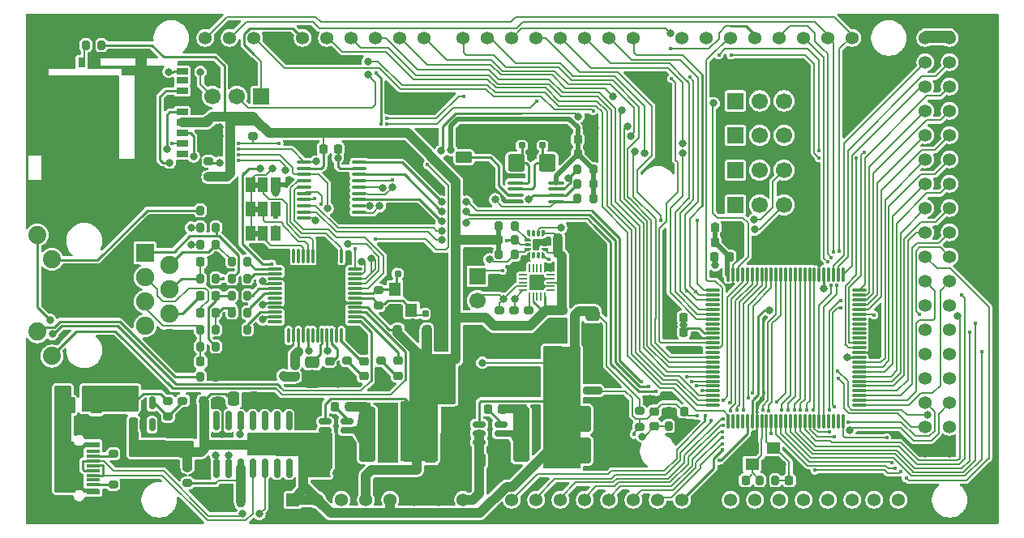
<source format=gbr>
%TF.GenerationSoftware,KiCad,Pcbnew,9.0.2*%
%TF.CreationDate,2025-05-23T15:36:41-04:00*%
%TF.ProjectId,ArduinoMega_Ethernet,41726475-696e-46f4-9d65-67615f457468,rev?*%
%TF.SameCoordinates,Original*%
%TF.FileFunction,Copper,L1,Top*%
%TF.FilePolarity,Positive*%
%FSLAX46Y46*%
G04 Gerber Fmt 4.6, Leading zero omitted, Abs format (unit mm)*
G04 Created by KiCad (PCBNEW 9.0.2) date 2025-05-23 15:36:41*
%MOMM*%
%LPD*%
G01*
G04 APERTURE LIST*
G04 Aperture macros list*
%AMRoundRect*
0 Rectangle with rounded corners*
0 $1 Rounding radius*
0 $2 $3 $4 $5 $6 $7 $8 $9 X,Y pos of 4 corners*
0 Add a 4 corners polygon primitive as box body*
4,1,4,$2,$3,$4,$5,$6,$7,$8,$9,$2,$3,0*
0 Add four circle primitives for the rounded corners*
1,1,$1+$1,$2,$3*
1,1,$1+$1,$4,$5*
1,1,$1+$1,$6,$7*
1,1,$1+$1,$8,$9*
0 Add four rect primitives between the rounded corners*
20,1,$1+$1,$2,$3,$4,$5,0*
20,1,$1+$1,$4,$5,$6,$7,0*
20,1,$1+$1,$6,$7,$8,$9,0*
20,1,$1+$1,$8,$9,$2,$3,0*%
%AMFreePoly0*
4,1,19,0.079643,0.182453,0.084467,0.178033,0.290533,-0.028033,0.312215,-0.074529,0.312500,-0.081066,0.312500,-0.125000,0.294953,-0.173209,0.250524,-0.198861,0.237500,-0.200000,-0.237500,-0.200000,-0.285709,-0.182453,-0.311361,-0.138024,-0.312500,-0.125000,-0.312500,0.125000,-0.294953,0.173209,-0.250524,0.198861,-0.237500,0.200000,0.031434,0.200000,0.079643,0.182453,0.079643,0.182453,
$1*%
%AMFreePoly1*
4,1,19,0.285709,0.182453,0.311361,0.138024,0.312500,0.125000,0.312500,0.081066,0.294953,0.032857,0.290533,0.028033,0.084467,-0.178033,0.037971,-0.199715,0.031434,-0.200000,-0.237500,-0.200000,-0.285709,-0.182453,-0.311361,-0.138024,-0.312500,-0.125000,-0.312500,0.125000,-0.294953,0.173209,-0.250524,0.198861,-0.237500,0.200000,0.237500,0.200000,0.285709,0.182453,0.285709,0.182453,
$1*%
%AMFreePoly2*
4,1,19,0.173209,0.294953,0.198861,0.250524,0.200000,0.237500,0.200000,-0.237500,0.182453,-0.285709,0.138024,-0.311361,0.125000,-0.312500,-0.125000,-0.312500,-0.173209,-0.294953,-0.198861,-0.250524,-0.200000,-0.237500,-0.200000,0.031434,-0.182453,0.079643,-0.178033,0.084467,0.028033,0.290533,0.074529,0.312215,0.081066,0.312500,0.125000,0.312500,0.173209,0.294953,0.173209,0.294953,
$1*%
%AMFreePoly3*
4,1,19,-0.032857,0.294953,-0.028033,0.290533,0.178033,0.084467,0.199715,0.037971,0.200000,0.031434,0.200000,-0.237500,0.182453,-0.285709,0.138024,-0.311361,0.125000,-0.312500,-0.125000,-0.312500,-0.173209,-0.294953,-0.198861,-0.250524,-0.200000,-0.237500,-0.200000,0.237500,-0.182453,0.285709,-0.138024,0.311361,-0.125000,0.312500,-0.081066,0.312500,-0.032857,0.294953,-0.032857,0.294953,
$1*%
%AMFreePoly4*
4,1,19,0.285709,0.182453,0.311361,0.138024,0.312500,0.125000,0.312500,-0.125000,0.294953,-0.173209,0.250524,-0.198861,0.237500,-0.200000,-0.031434,-0.200000,-0.079643,-0.182453,-0.084467,-0.178033,-0.290533,0.028033,-0.312215,0.074529,-0.312500,0.081066,-0.312500,0.125000,-0.294953,0.173209,-0.250524,0.198861,-0.237500,0.200000,0.237500,0.200000,0.285709,0.182453,0.285709,0.182453,
$1*%
%AMFreePoly5*
4,1,19,0.285709,0.182453,0.311361,0.138024,0.312500,0.125000,0.312500,-0.125000,0.294953,-0.173209,0.250524,-0.198861,0.237500,-0.200000,-0.237500,-0.200000,-0.285709,-0.182453,-0.311361,-0.138024,-0.312500,-0.125000,-0.312500,-0.081066,-0.294953,-0.032857,-0.290533,-0.028033,-0.084467,0.178033,-0.037971,0.199715,-0.031434,0.200000,0.237500,0.200000,0.285709,0.182453,0.285709,0.182453,
$1*%
%AMFreePoly6*
4,1,19,0.173209,0.294953,0.198861,0.250524,0.200000,0.237500,0.200000,-0.031434,0.182453,-0.079643,0.178033,-0.084467,-0.028033,-0.290533,-0.074529,-0.312215,-0.081066,-0.312500,-0.125000,-0.312500,-0.173209,-0.294953,-0.198861,-0.250524,-0.200000,-0.237500,-0.200000,0.237500,-0.182453,0.285709,-0.138024,0.311361,-0.125000,0.312500,0.125000,0.312500,0.173209,0.294953,0.173209,0.294953,
$1*%
%AMFreePoly7*
4,1,19,0.173209,0.294953,0.198861,0.250524,0.200000,0.237500,0.200000,-0.237500,0.182453,-0.285709,0.138024,-0.311361,0.125000,-0.312500,0.081066,-0.312500,0.032857,-0.294953,0.028033,-0.290533,-0.178033,-0.084467,-0.199715,-0.037971,-0.200000,-0.031434,-0.200000,0.237500,-0.182453,0.285709,-0.138024,0.311361,-0.125000,0.312500,0.125000,0.312500,0.173209,0.294953,0.173209,0.294953,
$1*%
G04 Aperture macros list end*
%TA.AperFunction,EtchedComponent*%
%ADD10C,0.000000*%
%TD*%
%TA.AperFunction,SMDPad,CuDef*%
%ADD11RoundRect,0.200000X0.200000X0.275000X-0.200000X0.275000X-0.200000X-0.275000X0.200000X-0.275000X0*%
%TD*%
%TA.AperFunction,SMDPad,CuDef*%
%ADD12RoundRect,0.050000X-0.050000X0.375000X-0.050000X-0.375000X0.050000X-0.375000X0.050000X0.375000X0*%
%TD*%
%TA.AperFunction,SMDPad,CuDef*%
%ADD13RoundRect,0.050000X-0.375000X0.050000X-0.375000X-0.050000X0.375000X-0.050000X0.375000X0.050000X0*%
%TD*%
%TA.AperFunction,SMDPad,CuDef*%
%ADD14R,1.650000X1.650000*%
%TD*%
%TA.AperFunction,SMDPad,CuDef*%
%ADD15RoundRect,0.200000X0.275000X-0.200000X0.275000X0.200000X-0.275000X0.200000X-0.275000X-0.200000X0*%
%TD*%
%TA.AperFunction,SMDPad,CuDef*%
%ADD16RoundRect,0.218750X0.256250X-0.218750X0.256250X0.218750X-0.256250X0.218750X-0.256250X-0.218750X0*%
%TD*%
%TA.AperFunction,SMDPad,CuDef*%
%ADD17RoundRect,0.100000X-0.637500X-0.100000X0.637500X-0.100000X0.637500X0.100000X-0.637500X0.100000X0*%
%TD*%
%TA.AperFunction,ComponentPad*%
%ADD18R,1.700000X1.700000*%
%TD*%
%TA.AperFunction,ComponentPad*%
%ADD19C,1.700000*%
%TD*%
%TA.AperFunction,SMDPad,CuDef*%
%ADD20RoundRect,0.225000X0.225000X0.250000X-0.225000X0.250000X-0.225000X-0.250000X0.225000X-0.250000X0*%
%TD*%
%TA.AperFunction,SMDPad,CuDef*%
%ADD21RoundRect,0.200000X-0.200000X-0.275000X0.200000X-0.275000X0.200000X0.275000X-0.200000X0.275000X0*%
%TD*%
%TA.AperFunction,SMDPad,CuDef*%
%ADD22RoundRect,0.250000X-0.412500X-1.100000X0.412500X-1.100000X0.412500X1.100000X-0.412500X1.100000X0*%
%TD*%
%TA.AperFunction,SMDPad,CuDef*%
%ADD23R,1.000000X1.500000*%
%TD*%
%TA.AperFunction,SMDPad,CuDef*%
%ADD24RoundRect,0.075000X-0.662500X-0.075000X0.662500X-0.075000X0.662500X0.075000X-0.662500X0.075000X0*%
%TD*%
%TA.AperFunction,SMDPad,CuDef*%
%ADD25RoundRect,0.075000X-0.075000X-0.662500X0.075000X-0.662500X0.075000X0.662500X-0.075000X0.662500X0*%
%TD*%
%TA.AperFunction,ComponentPad*%
%ADD26RoundRect,0.250000X0.625000X-0.350000X0.625000X0.350000X-0.625000X0.350000X-0.625000X-0.350000X0*%
%TD*%
%TA.AperFunction,ComponentPad*%
%ADD27O,1.750000X1.200000*%
%TD*%
%TA.AperFunction,SMDPad,CuDef*%
%ADD28RoundRect,0.225000X-0.225000X-0.250000X0.225000X-0.250000X0.225000X0.250000X-0.225000X0.250000X0*%
%TD*%
%TA.AperFunction,SMDPad,CuDef*%
%ADD29RoundRect,0.150000X0.150000X-0.512500X0.150000X0.512500X-0.150000X0.512500X-0.150000X-0.512500X0*%
%TD*%
%TA.AperFunction,SMDPad,CuDef*%
%ADD30FreePoly0,90.000000*%
%TD*%
%TA.AperFunction,SMDPad,CuDef*%
%ADD31RoundRect,0.100000X0.100000X-0.212500X0.100000X0.212500X-0.100000X0.212500X-0.100000X-0.212500X0*%
%TD*%
%TA.AperFunction,SMDPad,CuDef*%
%ADD32FreePoly1,90.000000*%
%TD*%
%TA.AperFunction,SMDPad,CuDef*%
%ADD33FreePoly2,90.000000*%
%TD*%
%TA.AperFunction,SMDPad,CuDef*%
%ADD34RoundRect,0.100000X0.212500X-0.100000X0.212500X0.100000X-0.212500X0.100000X-0.212500X-0.100000X0*%
%TD*%
%TA.AperFunction,SMDPad,CuDef*%
%ADD35FreePoly3,90.000000*%
%TD*%
%TA.AperFunction,SMDPad,CuDef*%
%ADD36FreePoly4,90.000000*%
%TD*%
%TA.AperFunction,SMDPad,CuDef*%
%ADD37FreePoly5,90.000000*%
%TD*%
%TA.AperFunction,SMDPad,CuDef*%
%ADD38FreePoly6,90.000000*%
%TD*%
%TA.AperFunction,SMDPad,CuDef*%
%ADD39FreePoly7,90.000000*%
%TD*%
%TA.AperFunction,SMDPad,CuDef*%
%ADD40RoundRect,0.225000X0.250000X-0.225000X0.250000X0.225000X-0.250000X0.225000X-0.250000X-0.225000X0*%
%TD*%
%TA.AperFunction,SMDPad,CuDef*%
%ADD41RoundRect,0.225000X-0.250000X0.225000X-0.250000X-0.225000X0.250000X-0.225000X0.250000X0.225000X0*%
%TD*%
%TA.AperFunction,SMDPad,CuDef*%
%ADD42RoundRect,0.250000X-0.475000X0.337500X-0.475000X-0.337500X0.475000X-0.337500X0.475000X0.337500X0*%
%TD*%
%TA.AperFunction,SMDPad,CuDef*%
%ADD43RoundRect,0.155000X-0.212500X-0.155000X0.212500X-0.155000X0.212500X0.155000X-0.212500X0.155000X0*%
%TD*%
%TA.AperFunction,SMDPad,CuDef*%
%ADD44RoundRect,0.250000X0.475000X-0.337500X0.475000X0.337500X-0.475000X0.337500X-0.475000X-0.337500X0*%
%TD*%
%TA.AperFunction,SMDPad,CuDef*%
%ADD45RoundRect,0.155000X-0.155000X0.212500X-0.155000X-0.212500X0.155000X-0.212500X0.155000X0.212500X0*%
%TD*%
%TA.AperFunction,SMDPad,CuDef*%
%ADD46RoundRect,0.218750X-0.218750X-0.256250X0.218750X-0.256250X0.218750X0.256250X-0.218750X0.256250X0*%
%TD*%
%TA.AperFunction,SMDPad,CuDef*%
%ADD47RoundRect,0.200000X-0.275000X0.200000X-0.275000X-0.200000X0.275000X-0.200000X0.275000X0.200000X0*%
%TD*%
%TA.AperFunction,SMDPad,CuDef*%
%ADD48R,1.200000X1.400000*%
%TD*%
%TA.AperFunction,SMDPad,CuDef*%
%ADD49RoundRect,0.155000X0.212500X0.155000X-0.212500X0.155000X-0.212500X-0.155000X0.212500X-0.155000X0*%
%TD*%
%TA.AperFunction,SMDPad,CuDef*%
%ADD50RoundRect,0.200000X-0.800000X0.200000X-0.800000X-0.200000X0.800000X-0.200000X0.800000X0.200000X0*%
%TD*%
%TA.AperFunction,SMDPad,CuDef*%
%ADD51RoundRect,0.150000X-0.512500X-0.150000X0.512500X-0.150000X0.512500X0.150000X-0.512500X0.150000X0*%
%TD*%
%TA.AperFunction,SMDPad,CuDef*%
%ADD52RoundRect,0.250000X-0.600000X-2.600000X0.600000X-2.600000X0.600000X2.600000X-0.600000X2.600000X0*%
%TD*%
%TA.AperFunction,SMDPad,CuDef*%
%ADD53RoundRect,0.250000X-0.337500X-0.475000X0.337500X-0.475000X0.337500X0.475000X-0.337500X0.475000X0*%
%TD*%
%TA.AperFunction,ComponentPad*%
%ADD54C,2.600000*%
%TD*%
%TA.AperFunction,ComponentPad*%
%ADD55C,1.890000*%
%TD*%
%TA.AperFunction,ComponentPad*%
%ADD56R,1.900000X1.900000*%
%TD*%
%TA.AperFunction,ComponentPad*%
%ADD57C,1.900000*%
%TD*%
%TA.AperFunction,SMDPad,CuDef*%
%ADD58RoundRect,0.150000X0.150000X-0.825000X0.150000X0.825000X-0.150000X0.825000X-0.150000X-0.825000X0*%
%TD*%
%TA.AperFunction,SMDPad,CuDef*%
%ADD59RoundRect,0.250000X0.625000X0.650000X-0.625000X0.650000X-0.625000X-0.650000X0.625000X-0.650000X0*%
%TD*%
%TA.AperFunction,SMDPad,CuDef*%
%ADD60RoundRect,0.250000X0.337500X0.475000X-0.337500X0.475000X-0.337500X-0.475000X0.337500X-0.475000X0*%
%TD*%
%TA.AperFunction,SMDPad,CuDef*%
%ADD61RoundRect,0.100000X-0.712500X-0.100000X0.712500X-0.100000X0.712500X0.100000X-0.712500X0.100000X0*%
%TD*%
%TA.AperFunction,ComponentPad*%
%ADD62C,1.358000*%
%TD*%
%TA.AperFunction,ComponentPad*%
%ADD63R,1.358000X1.358000*%
%TD*%
%TA.AperFunction,SMDPad,CuDef*%
%ADD64R,1.200000X0.700000*%
%TD*%
%TA.AperFunction,SMDPad,CuDef*%
%ADD65R,0.800000X1.000000*%
%TD*%
%TA.AperFunction,SMDPad,CuDef*%
%ADD66R,1.200000X1.000000*%
%TD*%
%TA.AperFunction,SMDPad,CuDef*%
%ADD67R,2.800000X1.000000*%
%TD*%
%TA.AperFunction,SMDPad,CuDef*%
%ADD68R,1.900000X1.300000*%
%TD*%
%TA.AperFunction,SMDPad,CuDef*%
%ADD69R,1.450000X0.600000*%
%TD*%
%TA.AperFunction,SMDPad,CuDef*%
%ADD70R,1.450000X0.300000*%
%TD*%
%TA.AperFunction,ComponentPad*%
%ADD71O,2.100000X1.000000*%
%TD*%
%TA.AperFunction,ComponentPad*%
%ADD72O,1.600000X1.000000*%
%TD*%
%TA.AperFunction,SMDPad,CuDef*%
%ADD73R,1.400000X1.200000*%
%TD*%
%TA.AperFunction,SMDPad,CuDef*%
%ADD74RoundRect,0.250000X0.375000X0.625000X-0.375000X0.625000X-0.375000X-0.625000X0.375000X-0.625000X0*%
%TD*%
%TA.AperFunction,ViaPad*%
%ADD75C,0.800000*%
%TD*%
%TA.AperFunction,ViaPad*%
%ADD76C,0.400000*%
%TD*%
%TA.AperFunction,Conductor*%
%ADD77C,0.200000*%
%TD*%
%TA.AperFunction,Conductor*%
%ADD78C,0.250000*%
%TD*%
%TA.AperFunction,Conductor*%
%ADD79C,1.000000*%
%TD*%
%TA.AperFunction,Conductor*%
%ADD80C,0.500000*%
%TD*%
G04 APERTURE END LIST*
D10*
%TA.AperFunction,EtchedComponent*%
%TO.C,JP2*%
G36*
X126750000Y-86832500D02*
G01*
X126250000Y-86832500D01*
X126250000Y-86232500D01*
X126750000Y-86232500D01*
X126750000Y-86832500D01*
G37*
%TD.AperFunction*%
%TA.AperFunction,EtchedComponent*%
%TO.C,JP1*%
G36*
X126750000Y-84282500D02*
G01*
X126250000Y-84282500D01*
X126250000Y-83682500D01*
X126750000Y-83682500D01*
X126750000Y-84282500D01*
G37*
%TD.AperFunction*%
%TA.AperFunction,EtchedComponent*%
%TO.C,JP3*%
G36*
X126750000Y-81725000D02*
G01*
X126250000Y-81725000D01*
X126250000Y-81125000D01*
X126750000Y-81125000D01*
X126750000Y-81725000D01*
G37*
%TD.AperFunction*%
%TD*%
D11*
%TO.P,R27,1*%
%TO.N,Net-(U4-TXN)*%
X125532000Y-89428000D03*
%TO.P,R27,2*%
%TO.N,Net-(J1-TD-)*%
X123882000Y-89428000D03*
%TD*%
D12*
%TO.P,U7,1,ISO14443*%
%TO.N,GND*%
X156558000Y-90169500D03*
%TO.P,U7,2,NC*%
%TO.N,unconnected-(U7-NC-Pad2)*%
X156158000Y-90169500D03*
%TO.P,U7,3,ISO7816_IO1/AUX_SDA*%
%TO.N,unconnected-(U7-ISO7816_IO1{slash}AUX_SDA-Pad3)*%
X155758000Y-90169500D03*
%TO.P,U7,4,NC*%
%TO.N,unconnected-(U7-NC-Pad4)*%
X155358000Y-90169500D03*
%TO.P,U7,5,NC*%
%TO.N,unconnected-(U7-NC-Pad5)*%
X154958000Y-90169500D03*
D13*
%TO.P,U7,6,NC*%
%TO.N,unconnected-(U7-NC-Pad6)*%
X154308000Y-90819500D03*
%TO.P,U7,7,NC*%
%TO.N,unconnected-(U7-NC-Pad7)*%
X154308000Y-91219500D03*
%TO.P,U7,8,NC*%
%TO.N,unconnected-(U7-NC-Pad8)*%
X154308000Y-91619500D03*
%TO.P,U7,9,SDA*%
%TO.N,/PWRandPRG/IMU_SDA*%
X154308000Y-92019500D03*
%TO.P,U7,10,SCL*%
%TO.N,/PWRandPRG/IMU_SCL*%
X154308000Y-92419500D03*
D12*
%TO.P,U7,11,ENA*%
%TO.N,/PWRandPRG/SECURITY_ENA*%
X154958000Y-93069500D03*
%TO.P,U7,12,VIN*%
%TO.N,+3V3*%
X155358000Y-93069500D03*
%TO.P,U7,13,ISO7816_CLK*%
%TO.N,unconnected-(U7-ISO7816_CLK-Pad13)*%
X155758000Y-93069500D03*
%TO.P,U7,14,ISO7816_~{RST}*%
%TO.N,unconnected-(U7-ISO7816_~{RST}-Pad14)*%
X156158000Y-93069500D03*
%TO.P,U7,15,VOUT*%
%TO.N,+3V3*%
X156558000Y-93069500D03*
D13*
%TO.P,U7,16,ISO7816_IO2/AUX_SCL*%
%TO.N,unconnected-(U7-ISO7816_IO2{slash}AUX_SCL-Pad16)*%
X157208000Y-92419500D03*
%TO.P,U7,17,ISO14443_LA*%
%TO.N,GND*%
X157208000Y-92019500D03*
%TO.P,U7,18,VCC*%
%TO.N,+3V3*%
X157208000Y-91619500D03*
%TO.P,U7,19,VSS*%
%TO.N,GND*%
X157208000Y-91219500D03*
%TO.P,U7,20,NC*%
%TO.N,unconnected-(U7-NC-Pad20)*%
X157208000Y-90819500D03*
D14*
%TO.P,U7,21,EPAD*%
%TO.N,GND*%
X155758000Y-91619500D03*
%TD*%
D15*
%TO.P,R38,1*%
%TO.N,+3V3*%
X151825600Y-96175000D03*
%TO.P,R38,2*%
%TO.N,/PWRandPRG/IMU_SDA*%
X151825600Y-94525000D03*
%TD*%
D16*
%TO.P,D5,1,K*%
%TO.N,Net-(D5-K)*%
X137661000Y-101417000D03*
%TO.P,D5,2,A*%
%TO.N,Net-(D5-A)*%
X137661000Y-99842000D03*
%TD*%
D17*
%TO.P,U10,1,A1*%
%TO.N,/PWRandPRG/ETHERNET_SCLK*%
X131475000Y-79050000D03*
%TO.P,U10,2,VCCA*%
%TO.N,+3V3*%
X131475000Y-79700000D03*
%TO.P,U10,3,A2*%
%TO.N,/PWRandPRG/ETHERNET_MOSI*%
X131475000Y-80350000D03*
%TO.P,U10,4,A3*%
%TO.N,/PWRandPRG/ETHERNET_~{RST}*%
X131475000Y-81000000D03*
%TO.P,U10,5,A4*%
%TO.N,/PWRandPRG/ETHERNET_CS*%
X131475000Y-81650000D03*
%TO.P,U10,6,A5*%
%TO.N,/PWRandPRG/SDCARD_CS*%
X131475000Y-82300000D03*
%TO.P,U10,7,A6*%
%TO.N,/PWRandPRG/ETHERNET_MISO*%
X131475000Y-82950000D03*
%TO.P,U10,8,A7*%
%TO.N,/PWRandPRG/IMU_SDA*%
X131475000Y-83600000D03*
%TO.P,U10,9,A8*%
%TO.N,/PWRandPRG/IMU_SCL*%
X131475000Y-84250000D03*
%TO.P,U10,10,OE*%
%TO.N,+3V3*%
X131475000Y-84900000D03*
%TO.P,U10,11,GND*%
%TO.N,GND*%
X137200000Y-84900000D03*
%TO.P,U10,12,B8*%
%TO.N,/PIN_D21*%
X137200000Y-84250000D03*
%TO.P,U10,13,B7*%
%TO.N,/PIN_D20*%
X137200000Y-83600000D03*
%TO.P,U10,14,B6*%
%TO.N,/PIN_D50*%
X137200000Y-82950000D03*
%TO.P,U10,15,B5*%
%TO.N,/PIN_D4{slash}CS2*%
X137200000Y-82300000D03*
%TO.P,U10,16,B4*%
%TO.N,/ETHER_CS*%
X137200000Y-81650000D03*
%TO.P,U10,17,B3*%
%TO.N,/ETHER_~{RST}*%
X137200000Y-81000000D03*
%TO.P,U10,18,B2*%
%TO.N,/PIN_D51*%
X137200000Y-80350000D03*
%TO.P,U10,19,VCCB*%
%TO.N,+5V*%
X137200000Y-79700000D03*
%TO.P,U10,20,B1*%
%TO.N,/PIN_D52*%
X137200000Y-79050000D03*
%TD*%
D18*
%TO.P,J3,1,Pin_1*%
%TO.N,/HEAD_D6*%
X176475000Y-79900000D03*
D19*
%TO.P,J3,2,Pin_2*%
%TO.N,/PIN_D6*%
X179015000Y-79900000D03*
%TO.P,J3,3,Pin_3*%
%TO.N,/IMU_INT1*%
X181555000Y-79900000D03*
%TD*%
D20*
%TO.P,C14,1*%
%TO.N,GND*%
X122475000Y-104050000D03*
%TO.P,C14,2*%
%TO.N,+5V*%
X120925000Y-104050000D03*
%TD*%
D21*
%TO.P,R25,1*%
%TO.N,Net-(FB2-Pad2)*%
X120580000Y-87650000D03*
%TO.P,R25,2*%
%TO.N,Net-(J1-TD-)*%
X122230000Y-87650000D03*
%TD*%
D11*
%TO.P,R24,1*%
%TO.N,Net-(C16-Pad1)*%
X122230000Y-98318000D03*
%TO.P,R24,2*%
%TO.N,Net-(J1-RCT)*%
X120580000Y-98318000D03*
%TD*%
D21*
%TO.P,R23,1*%
%TO.N,Net-(FB2-Pad2)*%
X120580000Y-85872000D03*
%TO.P,R23,2*%
%TO.N,Net-(J1-TD+)*%
X122230000Y-85872000D03*
%TD*%
D22*
%TO.P,C31,1*%
%TO.N,+3V3*%
X144675000Y-105850000D03*
%TO.P,C31,2*%
%TO.N,GND*%
X147800000Y-105850000D03*
%TD*%
D21*
%TO.P,R31,1*%
%TO.N,+3V3*%
X151775000Y-87200000D03*
%TO.P,R31,2*%
%TO.N,/PWRandPRG/IMU_SCL*%
X153425000Y-87200000D03*
%TD*%
D11*
%TO.P,R18,1*%
%TO.N,GND*%
X122230000Y-84094000D03*
%TO.P,R18,2*%
%TO.N,Net-(J1-LEDG_K)*%
X120580000Y-84094000D03*
%TD*%
D23*
%TO.P,JP2,1,A*%
%TO.N,+3V3*%
X125850000Y-86532500D03*
%TO.P,JP2,2,C*%
%TO.N,Net-(JP2-C)*%
X127150000Y-86532500D03*
%TO.P,JP2,3,B*%
%TO.N,GND*%
X128450000Y-86532500D03*
%TD*%
D24*
%TO.P,U4,1,TXN*%
%TO.N,Net-(U4-TXN)*%
X128418500Y-90234000D03*
%TO.P,U4,2,TXP*%
%TO.N,Net-(U4-TXP)*%
X128418500Y-90734000D03*
%TO.P,U4,3,AGND*%
%TO.N,GND*%
X128418500Y-91234000D03*
%TO.P,U4,4,AVDD*%
%TO.N,Net-(FB2-Pad2)*%
X128418500Y-91734000D03*
%TO.P,U4,5,RXN*%
%TO.N,Net-(U4-RXN)*%
X128418500Y-92234000D03*
%TO.P,U4,6,RXP*%
%TO.N,Net-(U4-RXP)*%
X128418500Y-92734000D03*
%TO.P,U4,7,DNC*%
%TO.N,unconnected-(U4-DNC-Pad7)*%
X128418500Y-93234000D03*
%TO.P,U4,8,AVDD*%
%TO.N,Net-(FB2-Pad2)*%
X128418500Y-93734000D03*
%TO.P,U4,9,AGND*%
%TO.N,GND*%
X128418500Y-94234000D03*
%TO.P,U4,10,EXRES1*%
%TO.N,Net-(U4-EXRES1)*%
X128418500Y-94734000D03*
%TO.P,U4,11,AVDD*%
%TO.N,Net-(FB2-Pad2)*%
X128418500Y-95234000D03*
%TO.P,U4,12,NC*%
%TO.N,unconnected-(U4-NC-Pad12)*%
X128418500Y-95734000D03*
D25*
%TO.P,U4,13,NC*%
%TO.N,unconnected-(U4-NC-Pad13)*%
X129831000Y-97146500D03*
%TO.P,U4,14,AGND*%
%TO.N,GND*%
X130331000Y-97146500D03*
%TO.P,U4,15,AVDD*%
%TO.N,Net-(FB2-Pad2)*%
X130831000Y-97146500D03*
%TO.P,U4,16,AGND*%
%TO.N,GND*%
X131331000Y-97146500D03*
%TO.P,U4,17,AVDD*%
%TO.N,Net-(FB2-Pad2)*%
X131831000Y-97146500D03*
%TO.P,U4,18,VBG*%
%TO.N,unconnected-(U4-VBG-Pad18)*%
X132331000Y-97146500D03*
%TO.P,U4,19,AGND*%
%TO.N,GND*%
X132831000Y-97146500D03*
%TO.P,U4,20,TOCAP*%
%TO.N,Net-(U4-TOCAP)*%
X133331000Y-97146500D03*
%TO.P,U4,21,AVDD*%
%TO.N,Net-(FB2-Pad2)*%
X133831000Y-97146500D03*
%TO.P,U4,22,1V2O*%
%TO.N,Net-(U4-1V2O)*%
X134331000Y-97146500D03*
%TO.P,U4,23,RSVD*%
%TO.N,GND*%
X134831000Y-97146500D03*
%TO.P,U4,24,SPDLED*%
%TO.N,Net-(D5-A)*%
X135331000Y-97146500D03*
D24*
%TO.P,U4,25,LINKLED*%
%TO.N,/PWRandPRG/LINK_LED*%
X136743500Y-95734000D03*
%TO.P,U4,26,DUPLED*%
%TO.N,Net-(D3-A)*%
X136743500Y-95234000D03*
%TO.P,U4,27,ACTLED*%
%TO.N,/PWRandPRG/ACT_LED*%
X136743500Y-94734000D03*
%TO.P,U4,28,VDD*%
%TO.N,+3V3*%
X136743500Y-94234000D03*
%TO.P,U4,29,GND*%
%TO.N,GND*%
X136743500Y-93734000D03*
%TO.P,U4,30,XI/CLKIN*%
%TO.N,Net-(U4-XI{slash}CLKIN)*%
X136743500Y-93234000D03*
%TO.P,U4,31,XO*%
%TO.N,Net-(U4-XO)*%
X136743500Y-92734000D03*
%TO.P,U4,32,~{SCS}*%
%TO.N,/PWRandPRG/ETHERNET_CS*%
X136743500Y-92234000D03*
%TO.P,U4,33,SCLK*%
%TO.N,/PWRandPRG/ETHERNET_SCLK*%
X136743500Y-91734000D03*
%TO.P,U4,34,MISO*%
%TO.N,/PWRandPRG/ETHERNET_MISO*%
X136743500Y-91234000D03*
%TO.P,U4,35,MOSI*%
%TO.N,/PWRandPRG/ETHERNET_MOSI*%
X136743500Y-90734000D03*
%TO.P,U4,36,~{INT}*%
%TO.N,/ETHER_~{INT}*%
X136743500Y-90234000D03*
D25*
%TO.P,U4,37,~{RST}*%
%TO.N,/PWRandPRG/ETHERNET_~{RST}*%
X135331000Y-88821500D03*
%TO.P,U4,38,RSVD*%
%TO.N,GND*%
X134831000Y-88821500D03*
%TO.P,U4,39,RSVD*%
X134331000Y-88821500D03*
%TO.P,U4,40,RSVD*%
X133831000Y-88821500D03*
%TO.P,U4,41,RSVD*%
X133331000Y-88821500D03*
%TO.P,U4,42,RSVD*%
X132831000Y-88821500D03*
%TO.P,U4,43,PMODE2*%
%TO.N,Net-(JP3-C)*%
X132331000Y-88821500D03*
%TO.P,U4,44,PMODE1*%
%TO.N,Net-(JP1-C)*%
X131831000Y-88821500D03*
%TO.P,U4,45,PMODE0*%
%TO.N,Net-(JP2-C)*%
X131331000Y-88821500D03*
%TO.P,U4,46,NC*%
%TO.N,unconnected-(U4-NC-Pad46)*%
X130831000Y-88821500D03*
%TO.P,U4,47,NC*%
%TO.N,unconnected-(U4-NC-Pad47)*%
X130331000Y-88821500D03*
%TO.P,U4,48,AGND*%
%TO.N,GND*%
X129831000Y-88821500D03*
%TD*%
D26*
%TO.P,BT1,1,+*%
%TO.N,Net-(BT1-+)*%
X148125000Y-78550000D03*
D27*
%TO.P,BT1,2,-*%
%TO.N,GND*%
X148125000Y-76550000D03*
%TD*%
D16*
%TO.P,D3,1,K*%
%TO.N,Net-(D3-K)*%
X141217000Y-101391500D03*
%TO.P,D3,2,A*%
%TO.N,Net-(D3-A)*%
X141217000Y-99816500D03*
%TD*%
D20*
%TO.P,C3,1*%
%TO.N,GND*%
X183648000Y-112288000D03*
%TO.P,C3,2*%
%TO.N,Net-(U1-XTAL1)*%
X182098000Y-112288000D03*
%TD*%
D28*
%TO.P,C11,1*%
%TO.N,GND*%
X123250000Y-113125000D03*
%TO.P,C11,2*%
%TO.N,Net-(U2-V3)*%
X124800000Y-113125000D03*
%TD*%
D29*
%TO.P,U8,1,OUT*%
%TO.N,+5V*%
X113662500Y-106487500D03*
%TO.P,U8,2,GND*%
%TO.N,GND*%
X114612500Y-106487500D03*
%TO.P,U8,3,~{FLG}*%
%TO.N,unconnected-(U8-~{FLG}-Pad3)*%
X115562500Y-106487500D03*
%TO.P,U8,4,EN*%
%TO.N,Net-(U8-EN)*%
X115562500Y-104212500D03*
%TO.P,U8,5,IN*%
%TO.N,/PWRandPRG/USBC_VBUS*%
X113662500Y-104212500D03*
%TD*%
D28*
%TO.P,C2,1*%
%TO.N,GND*%
X169550000Y-105100000D03*
%TO.P,C2,2*%
%TO.N,/MCU_RESET*%
X171100000Y-105100000D03*
%TD*%
D15*
%TO.P,R9,1*%
%TO.N,+3V3*%
X121475000Y-80600000D03*
%TO.P,R9,2*%
%TO.N,/PWRandPRG/ETHERNET_MISO*%
X121475000Y-78950000D03*
%TD*%
D28*
%TO.P,C9,1*%
%TO.N,Net-(U1-AVCC)*%
X174325500Y-85872000D03*
%TO.P,C9,2*%
%TO.N,GND*%
X175875500Y-85872000D03*
%TD*%
D20*
%TO.P,C20,1*%
%TO.N,GND*%
X159525000Y-88500000D03*
%TO.P,C20,2*%
%TO.N,+3V3*%
X157975000Y-88500000D03*
%TD*%
D21*
%TO.P,R12,1*%
%TO.N,GND*%
X123200000Y-114625000D03*
%TO.P,R12,2*%
%TO.N,Net-(U2-V3)*%
X124850000Y-114625000D03*
%TD*%
D30*
%TO.P,U3,1,SDO/SA0*%
%TO.N,GND*%
X154925000Y-88812500D03*
D31*
%TO.P,U3,2,SDx*%
%TO.N,/PWRandPRG/ISM_I2C_M_SDA*%
X155425000Y-88812500D03*
%TO.P,U3,3,SCx*%
%TO.N,/PWRandPRG/ISM_I2C_M_SCL*%
X155925000Y-88812500D03*
D32*
%TO.P,U3,4,INT1*%
%TO.N,/IMU_INT1*%
X156425000Y-88812500D03*
D33*
%TO.P,U3,5,VDD_IO*%
%TO.N,+3V3*%
X156587500Y-88150000D03*
D34*
%TO.P,U3,6,GND*%
%TO.N,GND*%
X156587500Y-87650000D03*
D35*
%TO.P,U3,7,GND*%
X156587500Y-87150000D03*
D36*
%TO.P,U3,8,VDD*%
%TO.N,+3V3*%
X156425000Y-86487500D03*
D31*
%TO.P,U3,9,INT2*%
%TO.N,/IMU_INT2*%
X155925000Y-86487500D03*
%TO.P,U3,10,OCS_Aux*%
%TO.N,unconnected-(U3-OCS_Aux-Pad10)*%
X155425000Y-86487500D03*
D37*
%TO.P,U3,11,SDO_Aux*%
%TO.N,unconnected-(U3-SDO_Aux-Pad11)*%
X154925000Y-86487500D03*
D38*
%TO.P,U3,12,CS*%
%TO.N,Net-(U3-CS)*%
X154762500Y-87150000D03*
D34*
%TO.P,U3,13,SCL*%
%TO.N,/PWRandPRG/IMU_SCL*%
X154762500Y-87650000D03*
D39*
%TO.P,U3,14,SDA*%
%TO.N,/PWRandPRG/IMU_SDA*%
X154762500Y-88150000D03*
%TD*%
D40*
%TO.P,C1,1*%
%TO.N,/PWRandPRG/PROGRAM_~{DTR}*%
X168025000Y-106650000D03*
%TO.P,C1,2*%
%TO.N,/MCU_RESET*%
X168025000Y-105100000D03*
%TD*%
D11*
%TO.P,R21,1*%
%TO.N,Net-(U4-EXRES1)*%
X125532000Y-96540000D03*
%TO.P,R21,2*%
%TO.N,GND*%
X123882000Y-96540000D03*
%TD*%
D41*
%TO.P,C22,1*%
%TO.N,Net-(U4-1V2O)*%
X134105000Y-99829000D03*
%TO.P,C22,2*%
%TO.N,GND*%
X134105000Y-101379000D03*
%TD*%
D23*
%TO.P,JP1,1,A*%
%TO.N,+3V3*%
X125850000Y-83982500D03*
%TO.P,JP1,2,C*%
%TO.N,Net-(JP1-C)*%
X127150000Y-83982500D03*
%TO.P,JP1,3,B*%
%TO.N,GND*%
X128450000Y-83982500D03*
%TD*%
D20*
%TO.P,C47,1*%
%TO.N,Net-(U5-SW)*%
X152175000Y-104900000D03*
%TO.P,C47,2*%
%TO.N,Net-(U5-BST)*%
X150625000Y-104900000D03*
%TD*%
D21*
%TO.P,R6,1*%
%TO.N,+3V3*%
X151775000Y-85750000D03*
%TO.P,R6,2*%
%TO.N,Net-(U3-CS)*%
X153425000Y-85750000D03*
%TD*%
D28*
%TO.P,C19,1*%
%TO.N,Net-(J1-RCT)*%
X120625000Y-99900000D03*
%TO.P,C19,2*%
%TO.N,GND*%
X122175000Y-99900000D03*
%TD*%
D42*
%TO.P,C38,1*%
%TO.N,GND*%
X119025000Y-107250000D03*
%TO.P,C38,2*%
%TO.N,+5V*%
X119025000Y-109325000D03*
%TD*%
D11*
%TO.P,R20,1*%
%TO.N,GND*%
X122230000Y-101450000D03*
%TO.P,R20,2*%
%TO.N,Net-(J1-LEDY_K)*%
X120580000Y-101450000D03*
%TD*%
D43*
%TO.P,C45,1*%
%TO.N,GND*%
X153032500Y-77300000D03*
%TO.P,C45,2*%
%TO.N,Net-(U9-X1)*%
X154167500Y-77300000D03*
%TD*%
D11*
%TO.P,R15,1*%
%TO.N,+3V3*%
X161650000Y-82875000D03*
%TO.P,R15,2*%
%TO.N,/PWRandPRG/IMU_SDA*%
X160000000Y-82875000D03*
%TD*%
D44*
%TO.P,C13,1*%
%TO.N,GND*%
X111775000Y-106275000D03*
%TO.P,C13,2*%
%TO.N,/PWRandPRG/USBC_VBUS*%
X111775000Y-104200000D03*
%TD*%
D45*
%TO.P,C30,1*%
%TO.N,GND*%
X144100000Y-93765000D03*
%TO.P,C30,2*%
%TO.N,Net-(U4-XI{slash}CLKIN)*%
X144100000Y-94900000D03*
%TD*%
D28*
%TO.P,C27,1*%
%TO.N,+3V3*%
X147300000Y-99588000D03*
%TO.P,C27,2*%
%TO.N,GND*%
X148850000Y-99588000D03*
%TD*%
D18*
%TO.P,J2,1,Pin_1*%
%TO.N,/HEAD_D13*%
X126965000Y-72200000D03*
D19*
%TO.P,J2,2,Pin_2*%
%TO.N,/PIN_D13*%
X124425000Y-72200000D03*
%TO.P,J2,3,Pin_3*%
%TO.N,/SD_DET*%
X121885000Y-72200000D03*
%TD*%
D46*
%TO.P,FB1,1*%
%TO.N,+5V*%
X174313000Y-88920000D03*
%TO.P,FB1,2*%
%TO.N,Net-(U1-AVCC)*%
X175888000Y-88920000D03*
%TD*%
D11*
%TO.P,R10,1*%
%TO.N,+3V3*%
X110292000Y-66822000D03*
%TO.P,R10,2*%
%TO.N,Net-(J11-DET_A)*%
X108642000Y-66822000D03*
%TD*%
D47*
%TO.P,R4,1*%
%TO.N,GND*%
X111525000Y-107875000D03*
%TO.P,R4,2*%
%TO.N,/PWRandPRG/USBC_CC1*%
X111525000Y-109525000D03*
%TD*%
D41*
%TO.P,C37,1*%
%TO.N,GND*%
X117225000Y-107100000D03*
%TO.P,C37,2*%
%TO.N,+5V*%
X117225000Y-108650000D03*
%TD*%
D15*
%TO.P,R34,1*%
%TO.N,Net-(U4-XI{slash}CLKIN)*%
X139185000Y-94063000D03*
%TO.P,R34,2*%
%TO.N,Net-(U4-XO)*%
X139185000Y-92413000D03*
%TD*%
D28*
%TO.P,C29,1*%
%TO.N,+3V3*%
X147300000Y-98064000D03*
%TO.P,C29,2*%
%TO.N,GND*%
X148850000Y-98064000D03*
%TD*%
D48*
%TO.P,Y2,1,1*%
%TO.N,Net-(U4-XI{slash}CLKIN)*%
X142649511Y-94516511D03*
%TO.P,Y2,2,2*%
%TO.N,GND*%
X142649511Y-92316511D03*
%TO.P,Y2,3,3*%
%TO.N,Net-(U4-XO)*%
X140949511Y-92316511D03*
%TO.P,Y2,4,4*%
%TO.N,GND*%
X140949511Y-94516511D03*
%TD*%
D21*
%TO.P,R32,1*%
%TO.N,+3V3*%
X151775000Y-88700000D03*
%TO.P,R32,2*%
%TO.N,/PWRandPRG/IMU_SDA*%
X153425000Y-88700000D03*
%TD*%
D42*
%TO.P,C21,1*%
%TO.N,Net-(U4-TOCAP)*%
X132300000Y-99975000D03*
%TO.P,C21,2*%
%TO.N,GND*%
X132300000Y-102050000D03*
%TD*%
D20*
%TO.P,C16,1*%
%TO.N,Net-(C16-Pad1)*%
X122180000Y-92984000D03*
%TO.P,C16,2*%
%TO.N,Net-(J1-RD-)*%
X120630000Y-92984000D03*
%TD*%
D49*
%TO.P,C28,1*%
%TO.N,GND*%
X142367500Y-90700000D03*
%TO.P,C28,2*%
%TO.N,Net-(U4-XO)*%
X141232500Y-90700000D03*
%TD*%
D15*
%TO.P,R40,1*%
%TO.N,+3V3*%
X154924400Y-96175000D03*
%TO.P,R40,2*%
%TO.N,/PWRandPRG/SECURITY_ENA*%
X154924400Y-94525000D03*
%TD*%
D18*
%TO.P,J6,1,Pin_1*%
%TO.N,/HEAD_D8*%
X176485000Y-76250000D03*
D19*
%TO.P,J6,2,Pin_2*%
%TO.N,/PIN_D8*%
X179025000Y-76250000D03*
%TO.P,J6,3,Pin_3*%
%TO.N,/RTC_MFP*%
X181565000Y-76250000D03*
%TD*%
D50*
%TO.P,SW1,1,1*%
%TO.N,GND*%
X161550000Y-98700000D03*
%TO.P,SW1,2,2*%
%TO.N,/MCU_RESET*%
X161550000Y-102900000D03*
%TD*%
D41*
%TO.P,C40,1*%
%TO.N,+3V3*%
X156885000Y-94575000D03*
%TO.P,C40,2*%
%TO.N,GND*%
X156885000Y-96125000D03*
%TD*%
D11*
%TO.P,R30,1*%
%TO.N,Net-(U4-RXP)*%
X125532000Y-94762000D03*
%TO.P,R30,2*%
%TO.N,Net-(C15-Pad1)*%
X123882000Y-94762000D03*
%TD*%
D21*
%TO.P,R1,1*%
%TO.N,/PWRandPRG/PROGRAM_~{DTR}*%
X169500000Y-106624000D03*
%TO.P,R1,2*%
%TO.N,GND*%
X171150000Y-106624000D03*
%TD*%
D51*
%TO.P,U5,1,FB*%
%TO.N,+5V*%
X149725000Y-106450000D03*
%TO.P,U5,2,EN*%
%TO.N,VIN+*%
X149725000Y-107400000D03*
%TO.P,U5,3,IN*%
X149725000Y-108350000D03*
%TO.P,U5,4,GND*%
%TO.N,GND*%
X152000000Y-108350000D03*
%TO.P,U5,5,SW*%
%TO.N,Net-(U5-SW)*%
X152000000Y-107400000D03*
%TO.P,U5,6,BST*%
%TO.N,Net-(U5-BST)*%
X152000000Y-106450000D03*
%TD*%
D47*
%TO.P,R7,1*%
%TO.N,/PWRandPRG/USBC_VBUS*%
X117225000Y-103975000D03*
%TO.P,R7,2*%
%TO.N,Net-(U8-EN)*%
X117225000Y-105625000D03*
%TD*%
D52*
%TO.P,L2,1*%
%TO.N,Net-(U5-SW)*%
X154100000Y-107500000D03*
%TO.P,L2,2*%
%TO.N,+5V*%
X158600000Y-107500000D03*
%TD*%
D28*
%TO.P,C34,1*%
%TO.N,+3V3*%
X147300000Y-96540000D03*
%TO.P,C34,2*%
%TO.N,GND*%
X148850000Y-96540000D03*
%TD*%
D20*
%TO.P,C24,1*%
%TO.N,Net-(U6-SW)*%
X136175000Y-104600000D03*
%TO.P,C24,2*%
%TO.N,Net-(U6-BST)*%
X134625000Y-104600000D03*
%TD*%
D22*
%TO.P,C49,1*%
%TO.N,+5V*%
X160731750Y-109168250D03*
%TO.P,C49,2*%
%TO.N,GND*%
X163856750Y-109168250D03*
%TD*%
D11*
%TO.P,R14,1*%
%TO.N,+3V3*%
X161625000Y-81325000D03*
%TO.P,R14,2*%
%TO.N,/PWRandPRG/IMU_SCL*%
X159975000Y-81325000D03*
%TD*%
D22*
%TO.P,C48,1*%
%TO.N,+5V*%
X160731750Y-105868250D03*
%TO.P,C48,2*%
%TO.N,GND*%
X163856750Y-105868250D03*
%TD*%
D53*
%TO.P,C36,1*%
%TO.N,+3V3*%
X146650000Y-101350000D03*
%TO.P,C36,2*%
%TO.N,GND*%
X148725000Y-101350000D03*
%TD*%
D54*
%TO.P,J1,13,SHIELD*%
%TO.N,GND*%
X111531000Y-85209000D03*
X111531000Y-100759000D03*
D55*
%TO.P,J1,L1,LEDY_A*%
%TO.N,/PWRandPRG/ACT_LED*%
X105101000Y-99309000D03*
%TO.P,J1,L2,LEDY_K*%
%TO.N,Net-(J1-LEDY_K)*%
X103581000Y-96769000D03*
%TO.P,J1,L3,LEDG_K*%
%TO.N,Net-(J1-LEDG_K)*%
X105101000Y-89199000D03*
%TO.P,J1,L4,LEDG_A*%
%TO.N,/PWRandPRG/LINK_LED*%
X103581000Y-86659000D03*
D56*
%TO.P,J1,R1,TD+*%
%TO.N,Net-(J1-TD+)*%
X114821000Y-88539000D03*
D57*
%TO.P,J1,R2,TD-*%
%TO.N,Net-(J1-TD-)*%
X117361000Y-89809000D03*
%TO.P,J1,R3,RD+*%
%TO.N,Net-(J1-RD+)*%
X114821000Y-91079000D03*
%TO.P,J1,R4,TCT*%
%TO.N,Net-(J1-TCT)*%
X117361000Y-92349000D03*
%TO.P,J1,R5,RCT*%
%TO.N,Net-(J1-RCT)*%
X114821000Y-93619000D03*
%TO.P,J1,R6,RD-*%
%TO.N,Net-(J1-RD-)*%
X117361000Y-94889000D03*
%TO.P,J1,R7,NC*%
%TO.N,unconnected-(J1-NC-PadR7)*%
X114821000Y-96159000D03*
%TO.P,J1,R8,GND*%
%TO.N,GND*%
X117361000Y-97429000D03*
%TD*%
D11*
%TO.P,R28,1*%
%TO.N,Net-(U4-TXP)*%
X125532000Y-91206000D03*
%TO.P,R28,2*%
%TO.N,Net-(J1-TD+)*%
X123882000Y-91206000D03*
%TD*%
D28*
%TO.P,C4,1*%
%TO.N,GND*%
X176002000Y-112288000D03*
%TO.P,C4,2*%
%TO.N,Net-(U1-XTAL2)*%
X177552000Y-112288000D03*
%TD*%
D20*
%TO.P,C6,1*%
%TO.N,+5V*%
X171062000Y-95270000D03*
%TO.P,C6,2*%
%TO.N,GND*%
X169512000Y-95270000D03*
%TD*%
D58*
%TO.P,U2,1,GND*%
%TO.N,GND*%
X120980000Y-111025000D03*
%TO.P,U2,2,TXD*%
%TO.N,/PIN_D0*%
X122250000Y-111025000D03*
%TO.P,U2,3,RXD*%
%TO.N,/PIN_D1*%
X123520000Y-111025000D03*
%TO.P,U2,4,V3*%
%TO.N,Net-(U2-V3)*%
X124790000Y-111025000D03*
%TO.P,U2,5,UD+*%
%TO.N,/PWRandPRG/USBC_D+*%
X126060000Y-111025000D03*
%TO.P,U2,6,UD-*%
%TO.N,/PWRandPRG/USBC_D-*%
X127330000Y-111025000D03*
%TO.P,U2,7,NC*%
%TO.N,unconnected-(U2-NC-Pad7)*%
X128600000Y-111025000D03*
%TO.P,U2,8,NC*%
%TO.N,unconnected-(U2-NC-Pad8)*%
X129870000Y-111025000D03*
%TO.P,U2,9,~{CTS}*%
%TO.N,/PWRandPRG/PROGRAM_~{CTS}*%
X129870000Y-106075000D03*
%TO.P,U2,10,~{DSR}*%
%TO.N,/PWRandPRG/PROGRAM_~{DSR}*%
X128600000Y-106075000D03*
%TO.P,U2,11,~{RI}*%
%TO.N,/PWRandPRG/PROGRAM_~{RI}*%
X127330000Y-106075000D03*
%TO.P,U2,12,~{DCD}*%
%TO.N,/PWRandPRG/PROGRAM_~{DCD}*%
X126060000Y-106075000D03*
%TO.P,U2,13,~{DTR}*%
%TO.N,/PWRandPRG/PROGRAM_~{DTR}*%
X124790000Y-106075000D03*
%TO.P,U2,14,~{RTS}*%
%TO.N,/PWRandPRG/PROGRAM_~{RTS}*%
X123520000Y-106075000D03*
%TO.P,U2,15,R232*%
%TO.N,unconnected-(U2-R232-Pad15)*%
X122250000Y-106075000D03*
%TO.P,U2,16,VCC*%
%TO.N,+5V*%
X120980000Y-106075000D03*
%TD*%
D11*
%TO.P,R26,1*%
%TO.N,Net-(C15-Pad1)*%
X122230000Y-96540000D03*
%TO.P,R26,2*%
%TO.N,Net-(J1-RCT)*%
X120580000Y-96540000D03*
%TD*%
D47*
%TO.P,R8,1*%
%TO.N,Net-(U8-EN)*%
X118775000Y-103975000D03*
%TO.P,R8,2*%
%TO.N,GND*%
X118775000Y-105625000D03*
%TD*%
D11*
%TO.P,R22,1*%
%TO.N,Net-(FB2-Pad2)*%
X122230000Y-91206000D03*
%TO.P,R22,2*%
%TO.N,Net-(J1-TCT)*%
X120580000Y-91206000D03*
%TD*%
D52*
%TO.P,L1,1*%
%TO.N,Net-(U6-SW)*%
X138050000Y-107500000D03*
%TO.P,L1,2*%
%TO.N,+3V3*%
X142550000Y-107500000D03*
%TD*%
D47*
%TO.P,R19,1*%
%TO.N,Net-(D3-K)*%
X139439000Y-99779000D03*
%TO.P,R19,2*%
%TO.N,GND*%
X139439000Y-101429000D03*
%TD*%
D18*
%TO.P,J4,1,Pin_1*%
%TO.N,/HEAD_D3*%
X176475000Y-83525000D03*
D19*
%TO.P,J4,2,Pin_2*%
%TO.N,/PIN_D3*%
X179015000Y-83525000D03*
%TO.P,J4,3,Pin_3*%
%TO.N,/IMU_INT2*%
X181555000Y-83525000D03*
%TD*%
D59*
%TO.P,Y3,1,1*%
%TO.N,Net-(U9-X2)*%
X156850000Y-79100000D03*
%TO.P,Y3,2,2*%
%TO.N,Net-(U9-X1)*%
X153600000Y-79100000D03*
%TD*%
D47*
%TO.P,R13,1*%
%TO.N,+3V3*%
X126075000Y-74675000D03*
%TO.P,R13,2*%
%TO.N,/PWRandPRG/SDCARD_CS*%
X126075000Y-76325000D03*
%TD*%
D15*
%TO.P,R5,1*%
%TO.N,GND*%
X111499000Y-114383000D03*
%TO.P,R5,2*%
%TO.N,/PWRandPRG/USBC_CC2*%
X111499000Y-112733000D03*
%TD*%
D60*
%TO.P,C10,1*%
%TO.N,GND*%
X126175000Y-103800000D03*
%TO.P,C10,2*%
%TO.N,+5V*%
X124100000Y-103800000D03*
%TD*%
D28*
%TO.P,C32,1*%
%TO.N,+3V3*%
X144252000Y-98064000D03*
%TO.P,C32,2*%
%TO.N,GND*%
X145802000Y-98064000D03*
%TD*%
%TO.P,C26,1*%
%TO.N,+3V3*%
X141204000Y-96540000D03*
%TO.P,C26,2*%
%TO.N,GND*%
X142754000Y-96540000D03*
%TD*%
D20*
%TO.P,C7,1*%
%TO.N,+5V*%
X171075000Y-96794000D03*
%TO.P,C7,2*%
%TO.N,GND*%
X169525000Y-96794000D03*
%TD*%
D11*
%TO.P,R3,1*%
%TO.N,Net-(U1-XTAL1)*%
X180650000Y-112288000D03*
%TO.P,R3,2*%
%TO.N,Net-(U1-XTAL2)*%
X179000000Y-112288000D03*
%TD*%
D41*
%TO.P,C41,1*%
%TO.N,+3V3*%
X158425000Y-94575000D03*
%TO.P,C41,2*%
%TO.N,GND*%
X158425000Y-96125000D03*
%TD*%
D53*
%TO.P,C35,1*%
%TO.N,VIN+*%
X149825000Y-110200000D03*
%TO.P,C35,2*%
%TO.N,GND*%
X151900000Y-110200000D03*
%TD*%
D40*
%TO.P,C12,1*%
%TO.N,GND*%
X121475000Y-76225000D03*
%TO.P,C12,2*%
%TO.N,+3V3*%
X121475000Y-74675000D03*
%TD*%
D51*
%TO.P,U6,1,FB*%
%TO.N,+3V3*%
X133650000Y-106150000D03*
%TO.P,U6,2,EN*%
%TO.N,+5V*%
X133650000Y-107100000D03*
%TO.P,U6,3,IN*%
X133650000Y-108050000D03*
%TO.P,U6,4,GND*%
%TO.N,GND*%
X135925000Y-108050000D03*
%TO.P,U6,5,SW*%
%TO.N,Net-(U6-SW)*%
X135925000Y-107100000D03*
%TO.P,U6,6,BST*%
%TO.N,Net-(U6-BST)*%
X135925000Y-106150000D03*
%TD*%
D20*
%TO.P,C46,1*%
%TO.N,GND*%
X136500000Y-77650000D03*
%TO.P,C46,2*%
%TO.N,+5V*%
X134950000Y-77650000D03*
%TD*%
D18*
%TO.P,J5,1,Pin_1*%
%TO.N,/HEAD_D9*%
X176485000Y-72650000D03*
D19*
%TO.P,J5,2,Pin_2*%
%TO.N,/PIN_D9*%
X179025000Y-72650000D03*
%TO.P,J5,3,Pin_3*%
%TO.N,/ETHER_~{INT}*%
X181565000Y-72650000D03*
%TD*%
D49*
%TO.P,C44,1*%
%TO.N,GND*%
X157467500Y-77300000D03*
%TO.P,C44,2*%
%TO.N,Net-(U9-X2)*%
X156332500Y-77300000D03*
%TD*%
D47*
%TO.P,R17,1*%
%TO.N,Net-(D5-K)*%
X135883000Y-99779000D03*
%TO.P,R17,2*%
%TO.N,GND*%
X135883000Y-101429000D03*
%TD*%
D28*
%TO.P,C43,1*%
%TO.N,+3V3*%
X160025000Y-76665000D03*
%TO.P,C43,2*%
%TO.N,GND*%
X161575000Y-76665000D03*
%TD*%
%TO.P,C39,1*%
%TO.N,GND*%
X131925000Y-77650000D03*
%TO.P,C39,2*%
%TO.N,+3V3*%
X133475000Y-77650000D03*
%TD*%
D61*
%TO.P,U9,1,X1*%
%TO.N,Net-(U9-X1)*%
X153512500Y-81200000D03*
%TO.P,U9,2,X2*%
%TO.N,Net-(U9-X2)*%
X153512500Y-81850000D03*
%TO.P,U9,3,VBAT*%
%TO.N,Net-(BT1-+)*%
X153512500Y-82500000D03*
%TO.P,U9,4,VSS*%
%TO.N,GND*%
X153512500Y-83150000D03*
%TO.P,U9,5,SDA*%
%TO.N,/PWRandPRG/IMU_SDA*%
X157737500Y-83150000D03*
%TO.P,U9,6,SCL*%
%TO.N,/PWRandPRG/IMU_SCL*%
X157737500Y-82500000D03*
%TO.P,U9,7,MFP*%
%TO.N,/RTC_MFP*%
X157737500Y-81850000D03*
%TO.P,U9,8,VCC*%
%TO.N,+3V3*%
X157737500Y-81200000D03*
%TD*%
D62*
%TO.P,A1,0,0*%
%TO.N,/PIN_D0*%
X165830000Y-66075000D03*
%TO.P,A1,1,1*%
%TO.N,/PIN_D1*%
X163290000Y-66075000D03*
%TO.P,A1,2,2*%
%TO.N,/PIN_D2*%
X160750000Y-66075000D03*
%TO.P,A1,3,3*%
%TO.N,/HEAD_D3*%
X158210000Y-66075000D03*
%TO.P,A1,3V3,+3V3*%
%TO.N,+3V3*%
X137890000Y-114335000D03*
%TO.P,A1,4,4*%
%TO.N,/PIN_D4{slash}CS2*%
X155670000Y-66075000D03*
%TO.P,A1,5,5*%
%TO.N,/PIN_D5*%
X153130000Y-66075000D03*
%TO.P,A1,5V_1,+5V_1*%
%TO.N,+5V*%
X140430000Y-114335000D03*
%TO.P,A1,5V_2,+5V_2*%
X196310000Y-66075000D03*
%TO.P,A1,5V_3,+5V_3*%
X198850000Y-66075000D03*
%TO.P,A1,6,6*%
%TO.N,/HEAD_D6*%
X150590000Y-66075000D03*
%TO.P,A1,7,7*%
%TO.N,/ETHER_~{RST}*%
X148050000Y-66075000D03*
%TO.P,A1,8,8*%
%TO.N,/HEAD_D8*%
X143986000Y-66075000D03*
%TO.P,A1,9,9*%
%TO.N,/HEAD_D9*%
X141446000Y-66075000D03*
%TO.P,A1,10,10*%
%TO.N,/ETHER_CS*%
X138906000Y-66075000D03*
%TO.P,A1,11,11*%
%TO.N,/PIN_D11*%
X136366000Y-66075000D03*
%TO.P,A1,12,12*%
%TO.N,/PIN_D12*%
X133826000Y-66075000D03*
%TO.P,A1,13,13*%
%TO.N,/HEAD_D13*%
X131286000Y-66075000D03*
%TO.P,A1,14,14*%
%TO.N,/PIN_D14*%
X170910000Y-66075000D03*
%TO.P,A1,15,15*%
%TO.N,/PIN_D15*%
X173450000Y-66075000D03*
%TO.P,A1,16,16*%
%TO.N,/PIN_D16*%
X175990000Y-66075000D03*
%TO.P,A1,17,17*%
%TO.N,/PIN_D17*%
X178530000Y-66075000D03*
%TO.P,A1,18,18*%
%TO.N,/PIN_D18*%
X181070000Y-66075000D03*
%TO.P,A1,19,19*%
%TO.N,/PIN_D19*%
X183610000Y-66075000D03*
%TO.P,A1,20,20*%
%TO.N,/PIN_D20*%
X186150000Y-66075000D03*
%TO.P,A1,21,21*%
%TO.N,/PIN_D21*%
X188690000Y-66075000D03*
%TO.P,A1,22,22*%
%TO.N,/PIN_D22*%
X196310000Y-68615000D03*
%TO.P,A1,23,23*%
%TO.N,/PIN_D23*%
X198850000Y-68615000D03*
%TO.P,A1,24,24*%
%TO.N,/PIN_D24*%
X196310000Y-71155000D03*
%TO.P,A1,25,25*%
%TO.N,/PIN_D25*%
X198850000Y-71155000D03*
%TO.P,A1,26,26*%
%TO.N,/PIN_D26*%
X196310000Y-73695000D03*
%TO.P,A1,27,27*%
%TO.N,/PIN_D27*%
X198850000Y-73695000D03*
%TO.P,A1,28,28*%
%TO.N,/PIN_D28*%
X196310000Y-76235000D03*
%TO.P,A1,29,29*%
%TO.N,/PIN_D29*%
X198850000Y-76235000D03*
%TO.P,A1,30,30*%
%TO.N,/PIN_D30*%
X196310000Y-78775000D03*
%TO.P,A1,31,31*%
%TO.N,/PIN_D31*%
X198850000Y-78775000D03*
%TO.P,A1,32,32*%
%TO.N,/PIN_D32*%
X196310000Y-81315000D03*
%TO.P,A1,33,33*%
%TO.N,/PIN_D33*%
X198850000Y-81315000D03*
%TO.P,A1,34,34*%
%TO.N,/PIN_D34*%
X196310000Y-83855000D03*
%TO.P,A1,35,35*%
%TO.N,/PIN_D35*%
X198850000Y-83855000D03*
%TO.P,A1,36,36*%
%TO.N,/PIN_D36*%
X196310000Y-86395000D03*
%TO.P,A1,37,37*%
%TO.N,/PIN_D37*%
X198850000Y-86395000D03*
%TO.P,A1,38,38*%
%TO.N,/PIN_D38*%
X196310000Y-88935000D03*
%TO.P,A1,39,39*%
%TO.N,/PIN_D39*%
X198850000Y-88935000D03*
%TO.P,A1,40,40*%
%TO.N,/PIN_D40*%
X196310000Y-91475000D03*
%TO.P,A1,41,41*%
%TO.N,/PIN_D41*%
X198850000Y-91475000D03*
%TO.P,A1,42,42*%
%TO.N,/PIN_D42*%
X196310000Y-94015000D03*
%TO.P,A1,43,43*%
%TO.N,/PIN_D43*%
X198850000Y-94015000D03*
%TO.P,A1,44,44*%
%TO.N,/PIN_D44*%
X196310000Y-96555000D03*
%TO.P,A1,45,45*%
%TO.N,/PIN_D45*%
X198850000Y-96555000D03*
%TO.P,A1,46,46*%
%TO.N,/PIN_D46*%
X196310000Y-99095000D03*
%TO.P,A1,47,47*%
%TO.N,/PIN_D47*%
X198850000Y-99095000D03*
%TO.P,A1,48,48*%
%TO.N,/PIN_D48*%
X196310000Y-101635000D03*
%TO.P,A1,49,49*%
%TO.N,/PIN_D49*%
X198850000Y-101635000D03*
%TO.P,A1,50,50*%
%TO.N,/PIN_D50*%
X196310000Y-104175000D03*
%TO.P,A1,51,51*%
%TO.N,/PIN_D51*%
X198850000Y-104175000D03*
%TO.P,A1,52,52*%
%TO.N,/PIN_D52*%
X196310000Y-106715000D03*
%TO.P,A1,53,53*%
%TO.N,/PIN_D53*%
X198850000Y-106715000D03*
%TO.P,A1,AD0,AD0*%
%TO.N,/PIN_A0*%
X153130000Y-114335000D03*
%TO.P,A1,AD1,AD1*%
%TO.N,/PIN_A1*%
X155670000Y-114335000D03*
%TO.P,A1,AD2,AD2*%
%TO.N,/PIN_A2*%
X158210000Y-114335000D03*
%TO.P,A1,AD3,AD3*%
%TO.N,/PIN_A3*%
X160750000Y-114335000D03*
%TO.P,A1,AD4,AD4*%
%TO.N,/PIN_A4*%
X163290000Y-114335000D03*
%TO.P,A1,AD5,AD5*%
%TO.N,/PIN_A5*%
X165830000Y-114335000D03*
%TO.P,A1,AD6,AD6*%
%TO.N,/PIN_A6*%
X168370000Y-114335000D03*
%TO.P,A1,AD7,AD7*%
%TO.N,/PIN_A7*%
X170910000Y-114335000D03*
%TO.P,A1,AD8,AD8*%
%TO.N,/PIN_A8*%
X175990000Y-114335000D03*
%TO.P,A1,AD9,AD9*%
%TO.N,/PIN_A9*%
X178530000Y-114335000D03*
%TO.P,A1,AD10,AD10*%
%TO.N,/PIN_A10*%
X181070000Y-114335000D03*
%TO.P,A1,AD11,AD11*%
%TO.N,/PIN_A11*%
X183610000Y-114335000D03*
%TO.P,A1,AD12,AD12*%
%TO.N,/PIN_A12*%
X186150000Y-114335000D03*
%TO.P,A1,AD13,AD13*%
%TO.N,/PIN_A13*%
X188690000Y-114335000D03*
%TO.P,A1,AD14,AD14*%
%TO.N,/PIN_A14*%
X190976000Y-114335000D03*
%TO.P,A1,AD15,AD15*%
%TO.N,/PIN_A15*%
X193516000Y-114335000D03*
%TO.P,A1,AREF,AREF*%
%TO.N,/MCU_AREF_IN*%
X126206000Y-66075000D03*
%TO.P,A1,GND1,GND1*%
%TO.N,GND*%
X142970000Y-114335000D03*
%TO.P,A1,GND2,GND2*%
X145510000Y-114335000D03*
%TO.P,A1,GND3,GND3*%
X128746000Y-66075000D03*
%TO.P,A1,GND4,GND4*%
X196310000Y-109255000D03*
%TO.P,A1,GND5,GND5*%
X198850000Y-109255000D03*
%TO.P,A1,IOREF,IOREF*%
%TO.N,+5V*%
X132810000Y-114335000D03*
D63*
%TO.P,A1,NC,NC*%
X130270000Y-114335000D03*
D62*
%TO.P,A1,RESET,RESET*%
%TO.N,/MCU_RESET*%
X135350000Y-114335000D03*
%TO.P,A1,SCL,SCL*%
%TO.N,/PIN_D21*%
X121126000Y-66075000D03*
%TO.P,A1,SDA,SDA*%
%TO.N,/PIN_D20*%
X123666000Y-66075000D03*
%TO.P,A1,VIN,VIN*%
%TO.N,VIN+*%
X148050000Y-114335000D03*
%TD*%
D16*
%TO.P,FB2,1*%
%TO.N,+3V3*%
X130462500Y-101417000D03*
%TO.P,FB2,2*%
%TO.N,Net-(FB2-Pad2)*%
X130462500Y-99842000D03*
%TD*%
D15*
%TO.P,R39,1*%
%TO.N,+3V3*%
X153375000Y-96175000D03*
%TO.P,R39,2*%
%TO.N,/PWRandPRG/IMU_SCL*%
X153375000Y-94525000D03*
%TD*%
D53*
%TO.P,C23,1*%
%TO.N,+5V*%
X133762500Y-109900000D03*
%TO.P,C23,2*%
%TO.N,GND*%
X135837500Y-109900000D03*
%TD*%
D28*
%TO.P,C8,1*%
%TO.N,Net-(U1-AVCC)*%
X174325500Y-87396000D03*
%TO.P,C8,2*%
%TO.N,GND*%
X175875500Y-87396000D03*
%TD*%
%TO.P,C17,1*%
%TO.N,Net-(J1-TCT)*%
X120630000Y-89428000D03*
%TO.P,C17,2*%
%TO.N,GND*%
X122180000Y-89428000D03*
%TD*%
D22*
%TO.P,C33,1*%
%TO.N,+3V3*%
X144675000Y-109125000D03*
%TO.P,C33,2*%
%TO.N,GND*%
X147800000Y-109125000D03*
%TD*%
D47*
%TO.P,R2,1*%
%TO.N,+5V*%
X166475000Y-105050000D03*
%TO.P,R2,2*%
%TO.N,/MCU_RESET*%
X166475000Y-106700000D03*
%TD*%
D44*
%TO.P,C5,1*%
%TO.N,GND*%
X161550000Y-97142500D03*
%TO.P,C5,2*%
%TO.N,+5V*%
X161550000Y-95067500D03*
%TD*%
D64*
%TO.P,J11,1,DAT2*%
%TO.N,unconnected-(J11-DAT2-Pad1)*%
X118700000Y-78200000D03*
%TO.P,J11,2,DAT3/CD*%
%TO.N,/PWRandPRG/SDCARD_CS*%
X118700000Y-77100000D03*
%TO.P,J11,3,CMD*%
%TO.N,/PWRandPRG/ETHERNET_MOSI*%
X118700000Y-76000000D03*
%TO.P,J11,4,VDD*%
%TO.N,+3V3*%
X118700000Y-74900000D03*
%TO.P,J11,5,CLK*%
%TO.N,/PWRandPRG/ETHERNET_SCLK*%
X118700000Y-73800000D03*
%TO.P,J11,6,VSS*%
%TO.N,GND*%
X118700000Y-72700000D03*
%TO.P,J11,7,DAT0*%
%TO.N,/PWRandPRG/ETHERNET_MISO*%
X118700000Y-71600000D03*
%TO.P,J11,8,DAT1*%
%TO.N,unconnected-(J11-DAT1-Pad8)*%
X118700000Y-70500000D03*
%TO.P,J11,9,DET_B*%
%TO.N,/SD_DET*%
X118700000Y-69550000D03*
D65*
%TO.P,J11,10,DET_A*%
%TO.N,Net-(J11-DET_A)*%
X108200000Y-68600000D03*
D66*
%TO.P,J11,11,SHIELD*%
%TO.N,GND*%
X114400000Y-68600000D03*
D67*
X104050000Y-68600000D03*
D66*
X118700000Y-79750000D03*
D68*
X103600000Y-82100000D03*
%TD*%
D15*
%TO.P,R11,1*%
%TO.N,Net-(U2-V3)*%
X119275000Y-112575000D03*
%TO.P,R11,2*%
%TO.N,+5V*%
X119275000Y-110925000D03*
%TD*%
D24*
%TO.P,U1,1,PG5*%
%TO.N,/PIN_D4{slash}CS2*%
X174067500Y-92445000D03*
%TO.P,U1,2,PE0*%
%TO.N,/PIN_D0*%
X174067500Y-92945000D03*
%TO.P,U1,3,PE1*%
%TO.N,/PIN_D1*%
X174067500Y-93445000D03*
%TO.P,U1,4,PE2*%
%TO.N,unconnected-(U1-PE2-Pad4)*%
X174067500Y-93945000D03*
%TO.P,U1,5,PE3*%
%TO.N,/PIN_D5*%
X174067500Y-94445000D03*
%TO.P,U1,6,PE4*%
%TO.N,/PIN_D2*%
X174067500Y-94945000D03*
%TO.P,U1,7,PE5*%
%TO.N,/PIN_D3*%
X174067500Y-95445000D03*
%TO.P,U1,8,PE6*%
%TO.N,unconnected-(U1-PE6-Pad8)*%
X174067500Y-95945000D03*
%TO.P,U1,9,PE7*%
%TO.N,unconnected-(U1-PE7-Pad9)*%
X174067500Y-96445000D03*
%TO.P,U1,10,VCC*%
%TO.N,+5V*%
X174067500Y-96945000D03*
%TO.P,U1,11,GND*%
%TO.N,GND*%
X174067500Y-97445000D03*
%TO.P,U1,12,PH0*%
%TO.N,/PIN_D17*%
X174067500Y-97945000D03*
%TO.P,U1,13,PH1*%
%TO.N,/PIN_D16*%
X174067500Y-98445000D03*
%TO.P,U1,14,PH2*%
%TO.N,unconnected-(U1-PH2-Pad14)*%
X174067500Y-98945000D03*
%TO.P,U1,15,PH3*%
%TO.N,/PIN_D6*%
X174067500Y-99445000D03*
%TO.P,U1,16,PH4*%
%TO.N,/ETHER_~{RST}*%
X174067500Y-99945000D03*
%TO.P,U1,17,PH5*%
%TO.N,/PIN_D8*%
X174067500Y-100445000D03*
%TO.P,U1,18,PH6*%
%TO.N,/PIN_D9*%
X174067500Y-100945000D03*
%TO.P,U1,19,PB0*%
%TO.N,/PIN_D53*%
X174067500Y-101445000D03*
%TO.P,U1,20,PB1*%
%TO.N,/PIN_D52*%
X174067500Y-101945000D03*
%TO.P,U1,21,PB2*%
%TO.N,/PIN_D51*%
X174067500Y-102445000D03*
%TO.P,U1,22,PB3*%
%TO.N,/PIN_D50*%
X174067500Y-102945000D03*
%TO.P,U1,23,PB4*%
%TO.N,/ETHER_CS*%
X174067500Y-103445000D03*
%TO.P,U1,24,PB5*%
%TO.N,/PIN_D11*%
X174067500Y-103945000D03*
%TO.P,U1,25,PB6*%
%TO.N,/PIN_D12*%
X174067500Y-104445000D03*
D25*
%TO.P,U1,26,PB7*%
%TO.N,/PIN_D13*%
X175730000Y-106107500D03*
%TO.P,U1,27,PH7*%
%TO.N,unconnected-(U1-PH7-Pad27)*%
X176230000Y-106107500D03*
%TO.P,U1,28,PG3*%
%TO.N,unconnected-(U1-PG3-Pad28)*%
X176730000Y-106107500D03*
%TO.P,U1,29,PG4*%
%TO.N,unconnected-(U1-PG4-Pad29)*%
X177230000Y-106107500D03*
%TO.P,U1,30,~{RESET}*%
%TO.N,/MCU_RESET*%
X177730000Y-106107500D03*
%TO.P,U1,31,VCC*%
%TO.N,+5V*%
X178230000Y-106107500D03*
%TO.P,U1,32,GND*%
%TO.N,GND*%
X178730000Y-106107500D03*
%TO.P,U1,33,XTAL2*%
%TO.N,Net-(U1-XTAL2)*%
X179230000Y-106107500D03*
%TO.P,U1,34,XTAL1*%
%TO.N,Net-(U1-XTAL1)*%
X179730000Y-106107500D03*
%TO.P,U1,35,PL0*%
%TO.N,/PIN_D49*%
X180230000Y-106107500D03*
%TO.P,U1,36,PL1*%
%TO.N,/PIN_D48*%
X180730000Y-106107500D03*
%TO.P,U1,37,PL2*%
%TO.N,/PIN_D47*%
X181230000Y-106107500D03*
%TO.P,U1,38,PL3*%
%TO.N,/PIN_D46*%
X181730000Y-106107500D03*
%TO.P,U1,39,PL4*%
%TO.N,/PIN_D45*%
X182230000Y-106107500D03*
%TO.P,U1,40,PL5*%
%TO.N,/PIN_D44*%
X182730000Y-106107500D03*
%TO.P,U1,41,PL6*%
%TO.N,/PIN_D43*%
X183230000Y-106107500D03*
%TO.P,U1,42,PL7*%
%TO.N,/PIN_D42*%
X183730000Y-106107500D03*
%TO.P,U1,43,PD0*%
%TO.N,/PIN_D21*%
X184230000Y-106107500D03*
%TO.P,U1,44,PD1*%
%TO.N,/PIN_D20*%
X184730000Y-106107500D03*
%TO.P,U1,45,PD2*%
%TO.N,/PIN_D19*%
X185230000Y-106107500D03*
%TO.P,U1,46,PD3*%
%TO.N,/PIN_D18*%
X185730000Y-106107500D03*
%TO.P,U1,47,PD4*%
%TO.N,unconnected-(U1-PD4-Pad47)*%
X186230000Y-106107500D03*
%TO.P,U1,48,PD5*%
%TO.N,unconnected-(U1-PD5-Pad48)*%
X186730000Y-106107500D03*
%TO.P,U1,49,PD6*%
%TO.N,unconnected-(U1-PD6-Pad49)*%
X187230000Y-106107500D03*
%TO.P,U1,50,PD7*%
%TO.N,/PIN_D38*%
X187730000Y-106107500D03*
D24*
%TO.P,U1,51,PG0*%
%TO.N,/PIN_D41*%
X189392500Y-104445000D03*
%TO.P,U1,52,PG1*%
%TO.N,/PIN_D40*%
X189392500Y-103945000D03*
%TO.P,U1,53,PC0*%
%TO.N,/PIN_D37*%
X189392500Y-103445000D03*
%TO.P,U1,54,PC1*%
%TO.N,/PIN_D36*%
X189392500Y-102945000D03*
%TO.P,U1,55,PC2*%
%TO.N,/PIN_D35*%
X189392500Y-102445000D03*
%TO.P,U1,56,PC3*%
%TO.N,/PIN_D34*%
X189392500Y-101945000D03*
%TO.P,U1,57,PC4*%
%TO.N,/PIN_D33*%
X189392500Y-101445000D03*
%TO.P,U1,58,PC5*%
%TO.N,/PIN_D32*%
X189392500Y-100945000D03*
%TO.P,U1,59,PC6*%
%TO.N,/PIN_D31*%
X189392500Y-100445000D03*
%TO.P,U1,60,PC7*%
%TO.N,/PIN_D30*%
X189392500Y-99945000D03*
%TO.P,U1,61,VCC*%
%TO.N,+5V*%
X189392500Y-99445000D03*
%TO.P,U1,62,GND*%
%TO.N,GND*%
X189392500Y-98945000D03*
%TO.P,U1,63,PJ0*%
%TO.N,/PIN_D15*%
X189392500Y-98445000D03*
%TO.P,U1,64,PJ1*%
%TO.N,/PIN_D14*%
X189392500Y-97945000D03*
%TO.P,U1,65,PJ2*%
%TO.N,unconnected-(U1-PJ2-Pad65)*%
X189392500Y-97445000D03*
%TO.P,U1,66,PJ3*%
%TO.N,unconnected-(U1-PJ3-Pad66)*%
X189392500Y-96945000D03*
%TO.P,U1,67,PJ4*%
%TO.N,unconnected-(U1-PJ4-Pad67)*%
X189392500Y-96445000D03*
%TO.P,U1,68,PJ5*%
%TO.N,unconnected-(U1-PJ5-Pad68)*%
X189392500Y-95945000D03*
%TO.P,U1,69,PJ6*%
%TO.N,unconnected-(U1-PJ6-Pad69)*%
X189392500Y-95445000D03*
%TO.P,U1,70,PG2*%
%TO.N,/PIN_D39*%
X189392500Y-94945000D03*
%TO.P,U1,71,PA7*%
%TO.N,/PIN_D29*%
X189392500Y-94445000D03*
%TO.P,U1,72,PA6*%
%TO.N,/PIN_D28*%
X189392500Y-93945000D03*
%TO.P,U1,73,PA5*%
%TO.N,/PIN_D27*%
X189392500Y-93445000D03*
%TO.P,U1,74,PA4*%
%TO.N,/PIN_D26*%
X189392500Y-92945000D03*
%TO.P,U1,75,PA3*%
%TO.N,/PIN_D25*%
X189392500Y-92445000D03*
D25*
%TO.P,U1,76,PA2*%
%TO.N,/PIN_D24*%
X187730000Y-90782500D03*
%TO.P,U1,77,PA1*%
%TO.N,/PIN_D23*%
X187230000Y-90782500D03*
%TO.P,U1,78,PA0*%
%TO.N,/PIN_D22*%
X186730000Y-90782500D03*
%TO.P,U1,79,PJ7*%
%TO.N,unconnected-(U1-PJ7-Pad79)*%
X186230000Y-90782500D03*
%TO.P,U1,80,VCC*%
%TO.N,+5V*%
X185730000Y-90782500D03*
%TO.P,U1,81,GND*%
%TO.N,GND*%
X185230000Y-90782500D03*
%TO.P,U1,82,PK7*%
%TO.N,/PIN_A15*%
X184730000Y-90782500D03*
%TO.P,U1,83,PK6*%
%TO.N,/PIN_A14*%
X184230000Y-90782500D03*
%TO.P,U1,84,PK5*%
%TO.N,/PIN_A13*%
X183730000Y-90782500D03*
%TO.P,U1,85,PK4*%
%TO.N,/PIN_A12*%
X183230000Y-90782500D03*
%TO.P,U1,86,PK3*%
%TO.N,/PIN_A11*%
X182730000Y-90782500D03*
%TO.P,U1,87,PK2*%
%TO.N,/PIN_A10*%
X182230000Y-90782500D03*
%TO.P,U1,88,PK1*%
%TO.N,/PIN_A9*%
X181730000Y-90782500D03*
%TO.P,U1,89,PK0*%
%TO.N,/PIN_A8*%
X181230000Y-90782500D03*
%TO.P,U1,90,PF7*%
%TO.N,/PIN_A7*%
X180730000Y-90782500D03*
%TO.P,U1,91,PF6*%
%TO.N,/PIN_A6*%
X180230000Y-90782500D03*
%TO.P,U1,92,PF5*%
%TO.N,/PIN_A5*%
X179730000Y-90782500D03*
%TO.P,U1,93,PF4*%
%TO.N,/PIN_A4*%
X179230000Y-90782500D03*
%TO.P,U1,94,PF3*%
%TO.N,/PIN_A3*%
X178730000Y-90782500D03*
%TO.P,U1,95,PF2*%
%TO.N,/PIN_A2*%
X178230000Y-90782500D03*
%TO.P,U1,96,PF1*%
%TO.N,/PIN_A1*%
X177730000Y-90782500D03*
%TO.P,U1,97,PF0*%
%TO.N,/PIN_A0*%
X177230000Y-90782500D03*
%TO.P,U1,98,AREF*%
%TO.N,/MCU_AREF_IN*%
X176730000Y-90782500D03*
%TO.P,U1,99,GND*%
%TO.N,GND*%
X176230000Y-90782500D03*
%TO.P,U1,100,AVCC*%
%TO.N,Net-(U1-AVCC)*%
X175730000Y-90782500D03*
%TD*%
D28*
%TO.P,C25,1*%
%TO.N,+3V3*%
X144265000Y-96540000D03*
%TO.P,C25,2*%
%TO.N,GND*%
X145815000Y-96540000D03*
%TD*%
D69*
%TO.P,J9,A1,GND*%
%TO.N,GND*%
X109396000Y-107768000D03*
%TO.P,J9,A4,VBUS*%
%TO.N,Net-(F1-Pad2)*%
X109396000Y-108568000D03*
D70*
%TO.P,J9,A5,CC1*%
%TO.N,/PWRandPRG/USBC_CC1*%
X109396000Y-109768000D03*
%TO.P,J9,A6,D+*%
%TO.N,/PWRandPRG/USBC_D+*%
X109396000Y-110768000D03*
%TO.P,J9,A7,D-*%
%TO.N,/PWRandPRG/USBC_D-*%
X109396000Y-111268000D03*
%TO.P,J9,A8,SBU1*%
%TO.N,unconnected-(J9-SBU1-PadA8)*%
X109396000Y-112268000D03*
D69*
%TO.P,J9,A9,VBUS*%
%TO.N,Net-(F1-Pad2)*%
X109396000Y-113468000D03*
%TO.P,J9,A12,GND*%
%TO.N,GND*%
X109396000Y-114268000D03*
%TO.P,J9,B1,GND*%
X109396000Y-114268000D03*
%TO.P,J9,B4,VBUS*%
%TO.N,Net-(F1-Pad2)*%
X109396000Y-113468000D03*
D70*
%TO.P,J9,B5,CC2*%
%TO.N,/PWRandPRG/USBC_CC2*%
X109396000Y-112768000D03*
%TO.P,J9,B6,D+*%
%TO.N,/PWRandPRG/USBC_D+*%
X109396000Y-111768000D03*
%TO.P,J9,B7,D-*%
%TO.N,/PWRandPRG/USBC_D-*%
X109396000Y-110268000D03*
%TO.P,J9,B8,SBU2*%
%TO.N,unconnected-(J9-SBU2-PadB8)*%
X109396000Y-109268000D03*
D69*
%TO.P,J9,B9,VBUS*%
%TO.N,Net-(F1-Pad2)*%
X109396000Y-108568000D03*
%TO.P,J9,B12,GND*%
%TO.N,GND*%
X109396000Y-107768000D03*
D71*
%TO.P,J9,S1,SHIELD*%
X108481000Y-106698000D03*
D72*
X104301000Y-106698000D03*
D71*
X108481000Y-115338000D03*
D72*
X104301000Y-115338000D03*
%TD*%
D73*
%TO.P,Y1,1,1*%
%TO.N,Net-(U1-XTAL1)*%
X180417000Y-108898000D03*
%TO.P,Y1,2,2*%
%TO.N,GND*%
X178217000Y-108898000D03*
%TO.P,Y1,3,3*%
%TO.N,Net-(U1-XTAL2)*%
X178217000Y-110598000D03*
%TO.P,Y1,4,4*%
%TO.N,GND*%
X180417000Y-110598000D03*
%TD*%
D74*
%TO.P,F1,1*%
%TO.N,/PWRandPRG/USBC_VBUS*%
X109725000Y-104475000D03*
%TO.P,F1,2*%
%TO.N,Net-(F1-Pad2)*%
X106925000Y-104475000D03*
%TD*%
D20*
%TO.P,C18,1*%
%TO.N,GND*%
X159525000Y-86976000D03*
%TO.P,C18,2*%
%TO.N,+3V3*%
X157975000Y-86976000D03*
%TD*%
%TO.P,C15,1*%
%TO.N,Net-(C15-Pad1)*%
X122180000Y-94762000D03*
%TO.P,C15,2*%
%TO.N,Net-(J1-RD+)*%
X120630000Y-94762000D03*
%TD*%
D28*
%TO.P,C42,1*%
%TO.N,+3V3*%
X160025000Y-78225000D03*
%TO.P,C42,2*%
%TO.N,GND*%
X161575000Y-78225000D03*
%TD*%
D11*
%TO.P,R16,1*%
%TO.N,+3V3*%
X161625000Y-79775000D03*
%TO.P,R16,2*%
%TO.N,/RTC_MFP*%
X159975000Y-79775000D03*
%TD*%
D18*
%TO.P,J7,1,Pin_1*%
%TO.N,/PWRandPRG/IMU_SCL*%
X149525000Y-90950000D03*
D19*
%TO.P,J7,2,Pin_2*%
%TO.N,/PWRandPRG/IMU_SDA*%
X149525000Y-93490000D03*
%TD*%
D11*
%TO.P,R29,1*%
%TO.N,Net-(U4-RXN)*%
X125532000Y-92984000D03*
%TO.P,R29,2*%
%TO.N,Net-(C16-Pad1)*%
X123882000Y-92984000D03*
%TD*%
D23*
%TO.P,JP3,1,A*%
%TO.N,+3V3*%
X125850000Y-81425000D03*
%TO.P,JP3,2,C*%
%TO.N,Net-(JP3-C)*%
X127150000Y-81425000D03*
%TO.P,JP3,3,B*%
%TO.N,GND*%
X128450000Y-81425000D03*
%TD*%
D75*
%TO.N,/PWRandPRG/PROGRAM_~{DTR}*%
X124725000Y-107477029D03*
X166743817Y-107700000D03*
D76*
%TO.N,/MCU_RESET*%
X165900000Y-107500000D03*
X172475000Y-105550000D03*
X174753000Y-110228462D03*
%TO.N,GND*%
X179400000Y-103200000D03*
D75*
X127400000Y-97100000D03*
X132327000Y-90698000D03*
X131311000Y-95270000D03*
X132300000Y-101162500D03*
X122600000Y-75400000D03*
X107435000Y-90190000D03*
X201415000Y-85110000D03*
X106525000Y-68600000D03*
X121375000Y-114550000D03*
X104325000Y-69900000D03*
X145800000Y-95500000D03*
X172383904Y-97166817D03*
D76*
X190747000Y-96540000D03*
D75*
X162419250Y-109668250D03*
D76*
X190747000Y-98826000D03*
X156266000Y-92190500D03*
D75*
X107435000Y-92730000D03*
X103117000Y-109240000D03*
X150700000Y-103100000D03*
X114625000Y-105400000D03*
D76*
X190747000Y-95778000D03*
D75*
X181398000Y-110650000D03*
X155200000Y-78300000D03*
X140300000Y-102201034D03*
X114750000Y-69775000D03*
X152400000Y-111500000D03*
X130295000Y-91714000D03*
X103117000Y-113050000D03*
X146500000Y-106700000D03*
X161500000Y-99800000D03*
D76*
X190747000Y-98064000D03*
D75*
X168525000Y-77900000D03*
X160775000Y-87650000D03*
X109975000Y-90190000D03*
X145925000Y-92450000D03*
X134525000Y-80275000D03*
X146500000Y-108200000D03*
X161853000Y-75500000D03*
D76*
X190747000Y-97302000D03*
D75*
X140300000Y-109100000D03*
X144325000Y-92125000D03*
X148575000Y-88925000D03*
X144625000Y-76100000D03*
X132835000Y-95270000D03*
X201415000Y-82570000D03*
X133343000Y-90698000D03*
X201415000Y-74950000D03*
X160925000Y-75500000D03*
X121375000Y-113650000D03*
X120125000Y-111750000D03*
X176980200Y-87050000D03*
X171375000Y-98650000D03*
X149650000Y-97250000D03*
D76*
X132625000Y-77700000D03*
D75*
X160575000Y-92300000D03*
D76*
X155250000Y-92190500D03*
D75*
X134867000Y-93746000D03*
X107435000Y-77490000D03*
X162494250Y-106343250D03*
X170350000Y-107725000D03*
X103117000Y-107970000D03*
X155775000Y-106650000D03*
X135000000Y-102238500D03*
X157149522Y-90119500D03*
X130295000Y-94254000D03*
X140455000Y-88031000D03*
X201415000Y-77490000D03*
X107435000Y-74950000D03*
X140500000Y-84875000D03*
X109975000Y-92730000D03*
X103125000Y-84150000D03*
X122886244Y-107476029D03*
X149700000Y-98775000D03*
X134867000Y-95270000D03*
X162444250Y-105118250D03*
X120100000Y-73300000D03*
X103125000Y-69900000D03*
X155825000Y-97225000D03*
X103117000Y-111780000D03*
X142741000Y-95916022D03*
X126700000Y-99400000D03*
X104275000Y-84200000D03*
X150575000Y-81400000D03*
X121402519Y-84875413D03*
X140525000Y-72000000D03*
D76*
X155250000Y-91174500D03*
D75*
X161500000Y-101200000D03*
D76*
X179162939Y-103787939D03*
D75*
X127075000Y-103800000D03*
X128450000Y-83975000D03*
X167550000Y-103775000D03*
X176938975Y-109813975D03*
X168325000Y-70300000D03*
X134359000Y-90698000D03*
X128850000Y-98725000D03*
X109975000Y-74950000D03*
D76*
X178844794Y-104319794D03*
D75*
X105475000Y-84250000D03*
X201415000Y-80030000D03*
X105475000Y-83050000D03*
X155695000Y-87650000D03*
X150900000Y-109100000D03*
X134800000Y-111500000D03*
X109975000Y-77490000D03*
D76*
X122975000Y-89450000D03*
D75*
X150615000Y-80030000D03*
X155775000Y-108350000D03*
X146500000Y-109700000D03*
X176980200Y-88000000D03*
X158365000Y-97300000D03*
X120100000Y-72200000D03*
X109975000Y-72410000D03*
X140616311Y-95431312D03*
X162419250Y-108268250D03*
X188715000Y-69870000D03*
X130295000Y-95270000D03*
D76*
X156266000Y-91174500D03*
D75*
X130295000Y-90698000D03*
X149200000Y-103100000D03*
X184814240Y-89445563D03*
X169538000Y-96057400D03*
X122600000Y-76350000D03*
X110425000Y-106250000D03*
X176523000Y-111272000D03*
X183381000Y-111272000D03*
X105475000Y-81800000D03*
X153075000Y-91100000D03*
X201415000Y-69870000D03*
X201415000Y-87650000D03*
X201415000Y-72410000D03*
X137575000Y-77650000D03*
X103117000Y-110510000D03*
X135350000Y-81800000D03*
X201415000Y-67330000D03*
X141575000Y-77750000D03*
X146500000Y-105200000D03*
X128450000Y-86532500D03*
X135900000Y-108800000D03*
X146175000Y-111250000D03*
X140300000Y-106200000D03*
X151125000Y-75525000D03*
X150615000Y-77490000D03*
X128500000Y-82225000D03*
X131475000Y-105250000D03*
X107435000Y-72410000D03*
%TO.N,+5V*%
X180030500Y-94508000D03*
X185675000Y-92250000D03*
X160095000Y-94630000D03*
X150050000Y-100000000D03*
X126900000Y-79675000D03*
D76*
X128075000Y-89684000D03*
D75*
X171075000Y-96019000D03*
X188198677Y-99454492D03*
X134950000Y-78600000D03*
X174364000Y-89809000D03*
%TO.N,+3V3*%
X128113755Y-79700000D03*
X132651075Y-85173925D03*
X129279000Y-101366000D03*
X146796000Y-80529000D03*
X128325000Y-76000000D03*
X146765324Y-77769560D03*
X144335480Y-100025520D03*
%TO.N,Net-(FB2-Pad2)*%
X127109354Y-91500834D03*
X131975000Y-98779510D03*
D76*
X122929000Y-91206000D03*
D75*
X119627000Y-85872000D03*
X133850761Y-98779510D03*
X130803000Y-98826000D03*
X127112180Y-93957886D03*
X127104041Y-95486084D03*
X119627000Y-87650000D03*
%TO.N,/PIN_D0*%
X122225000Y-109677029D03*
D76*
X172321000Y-92598000D03*
%TO.N,/PIN_D1*%
X171416261Y-92494135D03*
D75*
X123525000Y-109700000D03*
%TO.N,/PIN_D3*%
X170931921Y-78100003D03*
D76*
%TO.N,/PIN_D5*%
X171697703Y-70123297D03*
D75*
X169665000Y-65552000D03*
%TO.N,/PIN_D6*%
X165994975Y-77919975D03*
D76*
%TO.N,/ETHER_~{RST}*%
X140650403Y-80887622D03*
X140074997Y-74491491D03*
X148075000Y-72156000D03*
D75*
%TO.N,/PIN_D20*%
X138330188Y-83649999D03*
D76*
X186725078Y-88404094D03*
X187456460Y-93487034D03*
X186280313Y-107255087D03*
X186276600Y-104970500D03*
D75*
%TO.N,/MCU_AREF_IN*%
X174200000Y-72900000D03*
D76*
X161625000Y-73672000D03*
D75*
%TO.N,/PIN_D13*%
X138100000Y-68535000D03*
X138150638Y-69935679D03*
D76*
%TO.N,/ETHER_CS*%
X139475000Y-75100000D03*
X138931000Y-69759500D03*
D75*
X139650000Y-81750000D03*
%TO.N,/PIN_D9*%
X164651481Y-73650000D03*
%TO.N,/PIN_D8*%
X165222201Y-75328148D03*
D76*
%TO.N,/PIN_D19*%
X186475000Y-91950000D03*
X186109757Y-89460264D03*
%TO.N,/PIN_D18*%
X186506207Y-89009897D03*
X187075000Y-91950000D03*
%TO.N,/PIN_D17*%
X169733246Y-67204361D03*
X169809446Y-70315554D03*
%TO.N,/PIN_D15*%
X189127520Y-78646779D03*
X176015000Y-67838000D03*
X185225000Y-78600000D03*
%TO.N,/PIN_D14*%
X185225000Y-77892894D03*
X189918481Y-77993481D03*
X174745000Y-67838000D03*
%TO.N,/PIN_D38*%
X192271000Y-107851500D03*
X194303000Y-112034000D03*
%TO.N,/PIN_D39*%
X190935420Y-95016000D03*
X195700000Y-94975000D03*
D75*
%TO.N,/PIN_D42*%
X199699000Y-95155481D03*
D76*
%TO.N,/PIN_D43*%
X200068800Y-92958600D03*
%TO.N,/PIN_D44*%
X200907000Y-96794000D03*
%TO.N,/PIN_D45*%
X201551570Y-95855481D03*
%TO.N,/PIN_D46*%
X202177000Y-98826000D03*
%TO.N,/PIN_D47*%
X192807983Y-110470395D03*
%TO.N,/PIN_D48*%
X193149246Y-111020654D03*
%TO.N,/PIN_D49*%
X180230500Y-107411200D03*
X193721136Y-111383548D03*
X184786500Y-111247617D03*
%TO.N,/PIN_D50*%
X168201946Y-103023054D03*
X172967000Y-102944500D03*
D75*
X145799000Y-85200006D03*
D76*
X188280000Y-106229074D03*
D75*
X148400000Y-85350000D03*
%TO.N,/PIN_D51*%
X188430000Y-107066029D03*
X145799000Y-84200003D03*
D76*
X172396000Y-102445000D03*
D75*
X148400000Y-84200003D03*
D76*
X167450000Y-102475000D03*
%TO.N,/PIN_D52*%
X166677327Y-101947673D03*
X171880000Y-101945000D03*
X187191000Y-101620000D03*
D75*
X145799000Y-83200000D03*
X148400000Y-83200000D03*
%TO.N,/PIN_D53*%
X196568066Y-105462304D03*
D76*
X171364000Y-101445000D03*
X187175620Y-100858000D03*
%TO.N,/PIN_A0*%
X173375000Y-105550000D03*
X175204500Y-103906000D03*
%TO.N,/PIN_A1*%
X173975000Y-106050000D03*
X175878037Y-104150037D03*
%TO.N,/PIN_A2*%
X175983233Y-105002680D03*
X175180500Y-105868750D03*
%TO.N,/PIN_A3*%
X176649009Y-104970537D03*
X175180500Y-106517867D03*
%TO.N,/PIN_A4*%
X177285000Y-104922000D03*
X175090641Y-107223402D03*
%TO.N,/PIN_A5*%
X175126000Y-107843000D03*
X177793000Y-103652000D03*
%TO.N,/PIN_A6*%
X175126000Y-108478000D03*
X178293000Y-103171538D03*
%TO.N,/PIN_A7*%
X175126000Y-109113000D03*
X179326146Y-104970971D03*
%TO.N,/PIN_A8*%
X179970130Y-105000160D03*
%TO.N,/PIN_A9*%
X180827500Y-104102500D03*
%TO.N,/PIN_A10*%
X181306548Y-104947439D03*
%TO.N,/PIN_A11*%
X181984000Y-104922000D03*
%TO.N,/PIN_A12*%
X182619000Y-104922000D03*
%TO.N,/PIN_A13*%
X183254000Y-104922000D03*
%TO.N,/PIN_A14*%
X183933221Y-104948503D03*
%TO.N,/PIN_A15*%
X184590582Y-104974892D03*
%TO.N,/PIN_D4{slash}CS2*%
X140075358Y-75091493D03*
X168649000Y-85110000D03*
D75*
X140648055Y-81687621D03*
D76*
X155695000Y-72674020D03*
X172459000Y-85110000D03*
D75*
%TO.N,/HEAD_D9*%
X163714949Y-72200000D03*
%TO.N,/PWRandPRG/ETHERNET_SCLK*%
X132675000Y-78975000D03*
X117125000Y-77700000D03*
D76*
X124600000Y-77704440D03*
D75*
X136031000Y-87621685D03*
D76*
%TO.N,/PWRandPRG/ETHERNET_MOSI*%
X124600000Y-78304443D03*
D75*
X137476654Y-89487345D03*
X119900000Y-78429440D03*
X133879637Y-83854072D03*
D76*
%TO.N,/PWRandPRG/IMU_SCL*%
X152139000Y-90375000D03*
D75*
X145799000Y-87200012D03*
X154918206Y-82950120D03*
D76*
X152625000Y-87250000D03*
D75*
X153409000Y-93318500D03*
%TO.N,/PWRandPRG/IMU_SDA*%
X150807129Y-89208629D03*
X151375000Y-82950000D03*
X152253300Y-93352300D03*
X145799000Y-86200009D03*
D76*
%TO.N,/PWRandPRG/ETHERNET_MISO*%
X124600000Y-78904446D03*
D75*
X138442939Y-89142489D03*
D76*
X132500000Y-82879743D03*
D75*
X129513754Y-79911604D03*
X122600000Y-79100000D03*
X117400000Y-79100000D03*
D76*
%TO.N,/PWRandPRG/SDCARD_CS*%
X117664741Y-77109505D03*
X133194523Y-83441007D03*
X124600000Y-77100000D03*
X128825000Y-77104437D03*
%TO.N,/ETHER_~{INT}*%
X138887656Y-87077350D03*
D75*
X145773102Y-77894060D03*
X160087323Y-74272999D03*
D76*
X136764048Y-88122685D03*
X144309603Y-79315397D03*
D75*
%TO.N,/PWRandPRG/LINK_LED*%
X105149000Y-97010500D03*
X104895000Y-95524000D03*
%TO.N,/PWRandPRG/USBC_D-*%
X126758661Y-115808280D03*
X125030025Y-115800000D03*
%TO.N,/HEAD_D8*%
X165539000Y-76328144D03*
D76*
%TO.N,/PIN_D21*%
X186818431Y-107781578D03*
X186842471Y-104571916D03*
X187456460Y-94250000D03*
D75*
X139330190Y-83650000D03*
D76*
X187325000Y-88394267D03*
D75*
%TO.N,/RTC_MFP*%
X159040404Y-80723636D03*
%TO.N,/IMU_INT2*%
X178493202Y-86074872D03*
X158275000Y-85900000D03*
D76*
%TO.N,/IMU_INT1*%
X157041937Y-89166937D03*
D75*
X178454325Y-85075626D03*
%TO.N,/SD_DET*%
X117300000Y-69600000D03*
X120625000Y-69600000D03*
%TO.N,/HEAD_D6*%
X167034974Y-78100000D03*
%TO.N,/HEAD_D3*%
X170931921Y-77100000D03*
%TD*%
D77*
%TO.N,/PWRandPRG/PROGRAM_~{DTR}*%
X166743817Y-107700000D02*
X166975000Y-107700000D01*
X166975000Y-107700000D02*
X168025000Y-106650000D01*
D78*
X124725000Y-107477029D02*
X124725000Y-106140000D01*
D77*
X168025000Y-106650000D02*
X169474000Y-106650000D01*
%TO.N,/MCU_RESET*%
X168801000Y-104324000D02*
X170324000Y-104324000D01*
X166475000Y-106700000D02*
X166475000Y-106025000D01*
X166475000Y-106025000D02*
X166600000Y-105900000D01*
D78*
X177730000Y-107435000D02*
X177730000Y-106107500D01*
D77*
X166600000Y-105900000D02*
X167225000Y-105900000D01*
X171550000Y-105550000D02*
X172475000Y-105550000D01*
X161600000Y-103000000D02*
X165000000Y-103000000D01*
X165700000Y-105500000D02*
X166100000Y-105900000D01*
X165900000Y-107500000D02*
X165875000Y-107475000D01*
D78*
X174753000Y-110228462D02*
X174936538Y-110228462D01*
D77*
X167225000Y-105900000D02*
X168025000Y-105100000D01*
X165875000Y-107300000D02*
X166475000Y-106700000D01*
X165700000Y-103700000D02*
X165700000Y-105500000D01*
X166100000Y-105900000D02*
X166600000Y-105900000D01*
X170324000Y-104324000D02*
X171100000Y-105100000D01*
X165000000Y-103000000D02*
X165700000Y-103700000D01*
X171100000Y-105100000D02*
X171550000Y-105550000D01*
D78*
X174936538Y-110228462D02*
X177730000Y-107435000D01*
D77*
X165875000Y-107475000D02*
X165875000Y-107300000D01*
X168025000Y-105100000D02*
X168801000Y-104324000D01*
%TO.N,GND*%
X131500000Y-105275000D02*
X131475000Y-105250000D01*
D79*
X148725000Y-101350000D02*
X148725000Y-96665000D01*
D78*
X122886244Y-104461244D02*
X122886244Y-107476029D01*
D77*
X179162939Y-103787939D02*
X179394440Y-103556438D01*
D79*
X145802000Y-98064000D02*
X145802000Y-96553000D01*
D78*
X134879000Y-93734000D02*
X134867000Y-93746000D01*
X174067500Y-97445000D02*
X172662087Y-97445000D01*
X172662087Y-97445000D02*
X172383904Y-97166817D01*
X111775000Y-106275000D02*
X110450000Y-106275000D01*
D77*
X176980200Y-88000000D02*
X176980200Y-89035744D01*
X179400000Y-103481000D02*
X179400000Y-103200000D01*
D79*
X149700000Y-98775000D02*
X148850000Y-97925000D01*
D77*
X176980200Y-89035744D02*
X176626500Y-89389444D01*
D78*
X129831000Y-90234000D02*
X130295000Y-90698000D01*
X129831000Y-88821500D02*
X129831000Y-90234000D01*
D77*
X179394440Y-103486560D02*
X179400000Y-103481000D01*
D78*
X134831000Y-95306000D02*
X134867000Y-95270000D01*
D79*
X148850000Y-99588000D02*
X148887000Y-99588000D01*
X145802000Y-96553000D02*
X145815000Y-96540000D01*
D78*
X132327000Y-101189500D02*
X132327000Y-101392000D01*
X129815000Y-91234000D02*
X130295000Y-91714000D01*
X110450000Y-106275000D02*
X110425000Y-106250000D01*
X131331000Y-97146500D02*
X131331000Y-95290000D01*
D77*
X179162939Y-103787939D02*
X179162939Y-104001649D01*
D79*
X145800000Y-95500000D02*
X145800000Y-96043000D01*
X145802000Y-96045000D02*
X145802000Y-98064000D01*
D78*
X130331000Y-95306000D02*
X130295000Y-95270000D01*
X134831000Y-97146500D02*
X134831000Y-95306000D01*
D79*
X148850000Y-98064000D02*
X148850000Y-98050000D01*
D78*
X132831000Y-88821500D02*
X132831000Y-90194000D01*
D77*
X179394440Y-103556438D02*
X179394440Y-103486560D01*
X131500000Y-106350000D02*
X131500000Y-105275000D01*
X178730000Y-104434588D02*
X178730000Y-106107500D01*
D78*
X185204520Y-90757020D02*
X185204520Y-90190000D01*
D79*
X148887000Y-99588000D02*
X149700000Y-98775000D01*
D77*
X157208000Y-91219500D02*
X156158000Y-91219500D01*
X176230000Y-89785944D02*
X176230000Y-90782500D01*
D78*
X114612500Y-105412500D02*
X114625000Y-105400000D01*
X122183932Y-84094000D02*
X121402519Y-84875413D01*
D79*
X145800000Y-96043000D02*
X145802000Y-96045000D01*
D77*
X156558000Y-90169500D02*
X157099522Y-90169500D01*
D78*
X122475000Y-104050000D02*
X122886244Y-104461244D01*
X128418500Y-91234000D02*
X129815000Y-91234000D01*
D79*
X142754000Y-96540000D02*
X142754000Y-95929022D01*
D77*
X178844794Y-104319794D02*
X178730000Y-104434588D01*
D79*
X140949511Y-95098112D02*
X140616311Y-95431312D01*
D78*
X134956500Y-102238500D02*
X134105000Y-101387000D01*
X132831000Y-97146500D02*
X132831000Y-95274000D01*
D79*
X148850000Y-97925000D02*
X148850000Y-96540000D01*
D78*
X135000000Y-102238500D02*
X134956500Y-102238500D01*
X132831000Y-95274000D02*
X132835000Y-95270000D01*
X132300000Y-101162500D02*
X132327000Y-101189500D01*
D79*
X142754000Y-95929022D02*
X142741000Y-95916022D01*
D77*
X184870563Y-89445563D02*
X184814240Y-89445563D01*
X176328100Y-89696000D02*
X176319944Y-89696000D01*
D78*
X134331000Y-88821500D02*
X134331000Y-90670000D01*
X133331000Y-88821500D02*
X133331000Y-90686000D01*
X130331000Y-97146500D02*
X130331000Y-95306000D01*
X128418500Y-94234000D02*
X130275000Y-94234000D01*
D79*
X148725000Y-96665000D02*
X148850000Y-96540000D01*
D77*
X184870563Y-89445563D02*
X185179520Y-89754520D01*
D78*
X134331000Y-90670000D02*
X134359000Y-90698000D01*
X132831000Y-90194000D02*
X132327000Y-90698000D01*
X131331000Y-95290000D02*
X131311000Y-95270000D01*
X114612500Y-106487500D02*
X114612500Y-105412500D01*
X133331000Y-90686000D02*
X133343000Y-90698000D01*
D77*
X176319944Y-89696000D02*
X176230000Y-89785944D01*
X176626500Y-89389444D02*
X176626500Y-89397600D01*
D79*
X148850000Y-98050000D02*
X149650000Y-97250000D01*
D77*
X185179520Y-90250000D02*
X185179520Y-89754520D01*
X179162939Y-104001649D02*
X178844794Y-104319794D01*
X157208000Y-92019500D02*
X156158000Y-92019500D01*
D78*
X130275000Y-94234000D02*
X130295000Y-94254000D01*
X125550000Y-104050000D02*
X126825000Y-104050000D01*
X136743500Y-93734000D02*
X134879000Y-93734000D01*
X132831000Y-88821500D02*
X134831000Y-88821500D01*
X126825000Y-104050000D02*
X127075000Y-103800000D01*
D77*
X185179520Y-90732020D02*
X185179520Y-90250000D01*
D78*
X140300000Y-102201034D02*
X139588966Y-101490000D01*
D77*
X176626500Y-89397600D02*
X176328100Y-89696000D01*
D79*
X148850000Y-99588000D02*
X148850000Y-96540000D01*
X140949511Y-94516511D02*
X140949511Y-95098112D01*
D77*
X157099522Y-90169500D02*
X157149522Y-90119500D01*
%TO.N,Net-(U1-XTAL1)*%
X180650000Y-112288000D02*
X182098000Y-112288000D01*
X182098000Y-112288000D02*
X182098000Y-110350000D01*
X179730000Y-106107500D02*
X179730000Y-108250000D01*
X180646000Y-108898000D02*
X182098000Y-110350000D01*
X179730000Y-108250000D02*
X180036000Y-108556000D01*
D78*
%TO.N,+5V*%
X173245000Y-96945000D02*
X172687600Y-96387600D01*
D79*
X161785000Y-94630000D02*
X160095000Y-94630000D01*
D77*
X125199000Y-80174000D02*
X124975000Y-80398000D01*
D78*
X185730000Y-90782500D02*
X185730000Y-92195000D01*
X125199000Y-80174000D02*
X125698000Y-79675000D01*
D79*
X119025000Y-109325000D02*
X120700000Y-109325000D01*
D77*
X185730000Y-90782500D02*
X185730000Y-91805000D01*
D78*
X125698000Y-79675000D02*
X124975000Y-80398000D01*
D79*
X120980000Y-109045000D02*
X120980000Y-108400000D01*
X132835000Y-114320000D02*
X134230000Y-115715000D01*
D78*
X178230000Y-103977000D02*
X178441000Y-103766000D01*
D77*
X166475000Y-103825000D02*
X163011000Y-100361000D01*
D78*
X149725000Y-106450000D02*
X149725000Y-104175000D01*
D79*
X160095000Y-94630000D02*
X159674000Y-95051000D01*
D78*
X172687600Y-96387600D02*
X171481400Y-96387600D01*
D79*
X120980000Y-108400000D02*
X120980000Y-106075000D01*
D78*
X171481400Y-96387600D02*
X171075000Y-96794000D01*
D79*
X158600000Y-107551844D02*
X153196844Y-112955000D01*
D78*
X124975000Y-80398000D02*
X124975000Y-87550000D01*
X178442415Y-103766000D02*
X178441000Y-103766000D01*
D79*
X131375000Y-111450000D02*
X131375000Y-112860000D01*
X134190000Y-115715000D02*
X132810000Y-114335000D01*
D78*
X189392500Y-99445000D02*
X188208169Y-99445000D01*
X124000000Y-104050000D02*
X123199000Y-103249000D01*
D80*
X174363900Y-89808900D02*
X174364000Y-89809000D01*
D78*
X149900000Y-104000000D02*
X157700000Y-104000000D01*
X126900000Y-79675000D02*
X125698000Y-79675000D01*
X134950000Y-79450000D02*
X134950000Y-78600000D01*
D79*
X119275000Y-109575000D02*
X119025000Y-109325000D01*
D78*
X135200000Y-79700000D02*
X134950000Y-79450000D01*
D80*
X171075000Y-96019000D02*
X171075000Y-95283000D01*
D79*
X196335000Y-66060000D02*
X198875000Y-66060000D01*
X120980000Y-106075000D02*
X120980000Y-104105000D01*
D78*
X178230000Y-106107500D02*
X178230000Y-103977000D01*
D80*
X171075000Y-96794000D02*
X171075000Y-96019000D01*
D77*
X159374000Y-100000000D02*
X159674000Y-99700000D01*
D78*
X127109000Y-89684000D02*
X128075000Y-89684000D01*
X149725000Y-104175000D02*
X149900000Y-104000000D01*
D77*
X166475000Y-105050000D02*
X166475000Y-103825000D01*
D79*
X153196844Y-112955000D02*
X152558385Y-112955000D01*
X152558385Y-112955000D02*
X149798385Y-115715000D01*
D78*
X174067500Y-96945000D02*
X173245000Y-96945000D01*
X137200000Y-79700000D02*
X135200000Y-79700000D01*
D79*
X131375000Y-111450000D02*
X131375000Y-113240000D01*
X120980000Y-108400000D02*
X121157029Y-108577029D01*
X131375000Y-113240000D02*
X130295000Y-114320000D01*
D78*
X185730000Y-92195000D02*
X185675000Y-92250000D01*
X121726000Y-103249000D02*
X120925000Y-104050000D01*
D79*
X119275000Y-110925000D02*
X119275000Y-109575000D01*
D77*
X163011000Y-95856000D02*
X161785000Y-94630000D01*
D78*
X178875000Y-103333415D02*
X178442415Y-103766000D01*
X123199000Y-103249000D02*
X121726000Y-103249000D01*
X180030500Y-94508000D02*
X179517000Y-94508000D01*
D79*
X196335000Y-65806000D02*
X198875000Y-65806000D01*
X120980000Y-104105000D02*
X120925000Y-104050000D01*
X132835000Y-114320000D02*
X130295000Y-114320000D01*
X149798385Y-115715000D02*
X140475000Y-115715000D01*
X134230000Y-115715000D02*
X140475000Y-115715000D01*
X121157029Y-108577029D02*
X131352029Y-108577029D01*
D78*
X124975000Y-87550000D02*
X127109000Y-89684000D01*
D79*
X131352029Y-108577029D02*
X131375000Y-108600000D01*
X131375000Y-108600000D02*
X131375000Y-111450000D01*
D78*
X179517000Y-94508000D02*
X178875000Y-95150000D01*
D79*
X140430000Y-115670000D02*
X140475000Y-115715000D01*
D78*
X178875000Y-95150000D02*
X178875000Y-103333415D01*
D79*
X140430000Y-114335000D02*
X140430000Y-115670000D01*
X120700000Y-109325000D02*
X120980000Y-109045000D01*
D80*
X174363900Y-88843800D02*
X174363900Y-89808900D01*
D77*
X150050000Y-100000000D02*
X159374000Y-100000000D01*
D79*
X159674000Y-95051000D02*
X159674000Y-99700000D01*
D78*
X188208169Y-99445000D02*
X188198677Y-99454492D01*
D79*
X131375000Y-112860000D02*
X132835000Y-114320000D01*
D77*
X163011000Y-100361000D02*
X163011000Y-95856000D01*
D78*
X134950000Y-78600000D02*
X134950000Y-77650000D01*
D77*
%TO.N,Net-(U1-XTAL2)*%
X179230000Y-107931978D02*
X179230000Y-106107500D01*
X178315941Y-110598000D02*
X179216511Y-109697430D01*
X179216511Y-109697430D02*
X179216511Y-107945467D01*
X178217000Y-111505000D02*
X178217000Y-110598000D01*
X179000000Y-112288000D02*
X178217000Y-111505000D01*
X179216511Y-107945467D02*
X179230000Y-107931978D01*
X178217000Y-111623000D02*
X177552000Y-112288000D01*
D80*
%TO.N,Net-(U1-AVCC)*%
X175297250Y-88367750D02*
X174325500Y-87396000D01*
X175297250Y-88367750D02*
X175630480Y-88700980D01*
D78*
X175730000Y-90782500D02*
X175730000Y-88824000D01*
D80*
X174325500Y-87142000D02*
X174325500Y-85592600D01*
X175849500Y-88920000D02*
X175297250Y-88367750D01*
X175630480Y-88700980D02*
X175630480Y-90782500D01*
D79*
%TO.N,+3V3*%
X151262200Y-96175000D02*
X154924400Y-96175000D01*
X147300000Y-87150000D02*
X147300000Y-89350000D01*
D77*
X125900000Y-86532500D02*
X125900000Y-81425000D01*
D78*
X115522514Y-66822000D02*
X116751514Y-68051000D01*
D79*
X144252000Y-98064000D02*
X144252000Y-96553000D01*
X154924400Y-96175000D02*
X155029148Y-96175000D01*
X144773000Y-99588000D02*
X147300000Y-99588000D01*
X155029148Y-96175000D02*
X156629148Y-94575000D01*
X127775000Y-76000000D02*
X126475000Y-74700000D01*
D77*
X126348000Y-80375000D02*
X125850000Y-80873000D01*
D78*
X138022718Y-94234000D02*
X136743500Y-94234000D01*
D80*
X146775000Y-75250000D02*
X146775000Y-77759884D01*
D79*
X143907048Y-99588000D02*
X145838000Y-101518952D01*
X147300000Y-95400000D02*
X147300000Y-90000000D01*
D78*
X133650000Y-104314534D02*
X134190534Y-103774000D01*
D77*
X133475000Y-79166364D02*
X133475000Y-76000000D01*
D79*
X145838000Y-101620000D02*
X145838000Y-99637000D01*
D77*
X127438755Y-80375000D02*
X126348000Y-80375000D01*
D78*
X157935815Y-91789185D02*
X157860815Y-91714185D01*
D80*
X151750000Y-87700000D02*
X151750000Y-86976000D01*
D79*
X121475000Y-74675000D02*
X121851000Y-74299000D01*
D80*
X147476000Y-74549000D02*
X146775000Y-75250000D01*
D79*
X147300000Y-99588000D02*
X147300000Y-96540000D01*
X145838000Y-101620000D02*
X145838000Y-101518952D01*
X158374000Y-94524000D02*
X158374000Y-88899000D01*
D77*
X157935815Y-91789185D02*
X157885815Y-91739185D01*
X128113755Y-79700000D02*
X127438755Y-80375000D01*
X147300000Y-89350000D02*
X147421800Y-89471800D01*
D79*
X137890000Y-111810000D02*
X138500000Y-111200000D01*
D80*
X146775000Y-77759884D02*
X146765324Y-77769560D01*
D79*
X138500000Y-111200000D02*
X143200000Y-111200000D01*
D77*
X151750000Y-86976000D02*
X151750000Y-85450000D01*
D78*
X158075000Y-91928370D02*
X157935815Y-91789185D01*
X140328718Y-96540000D02*
X138022718Y-94234000D01*
D80*
X151750000Y-87700000D02*
X151649000Y-87599000D01*
X161650000Y-82875000D02*
X161650000Y-79800000D01*
D79*
X141204000Y-96540000D02*
X141204000Y-96884952D01*
X121851000Y-74299000D02*
X123100000Y-74299000D01*
X133475000Y-76000000D02*
X128325000Y-76000000D01*
D78*
X141974000Y-103774000D02*
X142550000Y-104350000D01*
D77*
X156425000Y-86487500D02*
X157486500Y-86487500D01*
D78*
X156305370Y-94575000D02*
X155384400Y-93654030D01*
D79*
X143343750Y-104443750D02*
X144252000Y-103535500D01*
X126074000Y-74299000D02*
X126475000Y-74700000D01*
D78*
X142550000Y-104350000D02*
X142550000Y-107500000D01*
X133475000Y-79450000D02*
X133475000Y-77650000D01*
D77*
X131475000Y-84900000D02*
X132377150Y-84900000D01*
D79*
X156629148Y-94575000D02*
X158425000Y-94575000D01*
D77*
X132377150Y-84900000D02*
X132651075Y-85173925D01*
D79*
X146796000Y-80529000D02*
X147300000Y-81033000D01*
X147300000Y-96540000D02*
X147300000Y-95400000D01*
D77*
X157975000Y-88500000D02*
X156937500Y-88500000D01*
D79*
X145838000Y-100653000D02*
X144773000Y-99588000D01*
X150362200Y-95275000D02*
X151262200Y-96175000D01*
D80*
X160075000Y-78225000D02*
X161625000Y-79775000D01*
D79*
X144265000Y-99230048D02*
X143907048Y-99588000D01*
D80*
X160025000Y-78225000D02*
X160025000Y-75412758D01*
D79*
X142258493Y-75991493D02*
X146796000Y-80529000D01*
X123700000Y-74299000D02*
X123700000Y-80252000D01*
D78*
X158425000Y-94575000D02*
X156885000Y-94575000D01*
X133650000Y-106150000D02*
X133650000Y-104314534D01*
D79*
X121250000Y-74900000D02*
X121475000Y-74675000D01*
X147300000Y-95400000D02*
X147425000Y-95275000D01*
X147300000Y-90000000D02*
X147300000Y-89350000D01*
X129362520Y-101449520D02*
X130462500Y-101449520D01*
D77*
X157208000Y-91619500D02*
X157727295Y-91619500D01*
X157885815Y-91739185D02*
X157850459Y-91739185D01*
D79*
X147350000Y-87200000D02*
X147300000Y-87150000D01*
X157975000Y-88500000D02*
X157975000Y-86976000D01*
X142487500Y-105300000D02*
X143343750Y-104443750D01*
X145838000Y-101406468D02*
X143436508Y-99004976D01*
D77*
X151750000Y-87625000D02*
X151750000Y-86976000D01*
D78*
X131475000Y-79700000D02*
X133225000Y-79700000D01*
X133225000Y-79700000D02*
X133475000Y-79450000D01*
D79*
X147300000Y-81033000D02*
X147300000Y-87150000D01*
X142258493Y-75991493D02*
X140033507Y-75991493D01*
D80*
X160025000Y-78225000D02*
X157737500Y-80512500D01*
D79*
X129279000Y-101366000D02*
X129362520Y-101449520D01*
X125699000Y-74299000D02*
X126075000Y-74675000D01*
X143200000Y-104587500D02*
X143343750Y-104443750D01*
X143200000Y-111200000D02*
X143200000Y-104587500D01*
X123700000Y-80252000D02*
X123352000Y-80600000D01*
X121851000Y-74299000D02*
X126074000Y-74299000D01*
X137890000Y-114335000D02*
X137890000Y-111810000D01*
X145838000Y-101620000D02*
X145838000Y-101406468D01*
X143324024Y-99004976D02*
X141204000Y-96884952D01*
D78*
X156584000Y-94391000D02*
X156584000Y-93069500D01*
D79*
X128325000Y-76000000D02*
X127775000Y-76000000D01*
X145838000Y-101620000D02*
X145838000Y-100653000D01*
D78*
X141204000Y-96540000D02*
X140328718Y-96540000D01*
D80*
X151775000Y-88700000D02*
X151775000Y-85700000D01*
D79*
X144252000Y-103535500D02*
X144252000Y-98064000D01*
X144265000Y-96540000D02*
X144265000Y-99230048D01*
D80*
X159161242Y-74549000D02*
X147476000Y-74549000D01*
D79*
X121475000Y-80600000D02*
X123352000Y-80600000D01*
X144773000Y-99588000D02*
X143907048Y-99588000D01*
D78*
X110292000Y-66822000D02*
X115522514Y-66822000D01*
D79*
X143436508Y-99004976D02*
X143324024Y-99004976D01*
X126475000Y-74700000D02*
X124375000Y-74700000D01*
X147425000Y-95275000D02*
X150362200Y-95275000D01*
X158425000Y-94575000D02*
X158374000Y-94524000D01*
X144252000Y-96553000D02*
X144265000Y-96540000D01*
X158374000Y-88899000D02*
X157975000Y-88500000D01*
D80*
X157737500Y-80512500D02*
X157737500Y-81199000D01*
D78*
X154958400Y-96151600D02*
X156535000Y-94575000D01*
X158075000Y-94575000D02*
X158075000Y-91928370D01*
D79*
X123700000Y-74299000D02*
X125699000Y-74299000D01*
D77*
X157850459Y-91739185D02*
X157730774Y-91619500D01*
X157486500Y-86487500D02*
X157975000Y-86976000D01*
D78*
X122151000Y-68051000D02*
X123100000Y-69000000D01*
D79*
X147350000Y-87200000D02*
X151598994Y-87200000D01*
X143907048Y-99588000D02*
X143324024Y-99004976D01*
D78*
X134190534Y-103774000D02*
X141974000Y-103774000D01*
D77*
X155358000Y-93069500D02*
X155358000Y-93588795D01*
D79*
X140025000Y-76000000D02*
X133475000Y-76000000D01*
X140033507Y-75991493D02*
X140025000Y-76000000D01*
D80*
X160025000Y-75412758D02*
X159161242Y-74549000D01*
D78*
X116751514Y-68051000D02*
X122151000Y-68051000D01*
D79*
X123100000Y-74299000D02*
X123700000Y-74299000D01*
X118700000Y-74900000D02*
X121250000Y-74900000D01*
D77*
X156937500Y-88500000D02*
X156587500Y-88150000D01*
X151725000Y-87600000D02*
X151750000Y-87625000D01*
D78*
X123100000Y-69000000D02*
X123100000Y-74299000D01*
D80*
X151750000Y-88500000D02*
X151750000Y-87700000D01*
D78*
%TO.N,Net-(C15-Pad1)*%
X124136000Y-94254000D02*
X122942000Y-94254000D01*
D77*
X122230000Y-96540000D02*
X122230000Y-94812000D01*
D78*
X122942000Y-94254000D02*
X122180000Y-95016000D01*
%TO.N,Net-(U2-V3)*%
X122198621Y-112575000D02*
X122223621Y-112600000D01*
D79*
X124850000Y-114550000D02*
X124850000Y-112300000D01*
X124850000Y-112300000D02*
X124850000Y-111085000D01*
D77*
X122223621Y-112600000D02*
X122523621Y-112300000D01*
X122523621Y-112300000D02*
X124850000Y-112300000D01*
D78*
X119275000Y-112575000D02*
X122198621Y-112575000D01*
D79*
X124850000Y-111085000D02*
X124790000Y-111025000D01*
D78*
%TO.N,Net-(C16-Pad1)*%
X121405480Y-94284382D02*
X122180000Y-93509862D01*
X121405480Y-97493480D02*
X121405480Y-94284382D01*
D77*
X122180000Y-93545217D02*
X121430480Y-94294737D01*
X121430480Y-94294737D02*
X121430480Y-97518480D01*
X122180000Y-92984000D02*
X122180000Y-93545217D01*
D78*
X123882000Y-92984000D02*
X122180000Y-92984000D01*
X122230000Y-98318000D02*
X121405480Y-97493480D01*
X122180000Y-93509862D02*
X122180000Y-92984000D01*
D77*
X121430480Y-97518480D02*
X122230000Y-98318000D01*
%TO.N,Net-(J1-RD+)*%
X116070511Y-92328511D02*
X114821000Y-91079000D01*
X121072263Y-92209480D02*
X119385520Y-92209480D01*
X121405000Y-92542216D02*
X121072263Y-92209480D01*
X116070511Y-92983511D02*
X116070511Y-92328511D01*
X119385520Y-92209480D02*
X117996489Y-93598511D01*
X121405000Y-93476743D02*
X121405000Y-92542216D01*
X116685511Y-93598511D02*
X116070511Y-92983511D01*
X120630000Y-94251743D02*
X121405000Y-93476743D01*
X120630000Y-94762000D02*
X120630000Y-94251743D01*
X117996489Y-93598511D02*
X116685511Y-93598511D01*
D78*
%TO.N,Net-(J1-RD-)*%
X118725000Y-94889000D02*
X120630000Y-92984000D01*
X117361000Y-94889000D02*
X118725000Y-94889000D01*
%TO.N,Net-(J1-TCT)*%
X118611000Y-91206000D02*
X117468000Y-92349000D01*
D77*
X120630000Y-89428000D02*
X120630000Y-91156000D01*
D78*
X120580000Y-91206000D02*
X118611000Y-91206000D01*
D77*
%TO.N,Net-(J1-RCT)*%
X120580000Y-96540000D02*
X120580000Y-98318000D01*
X120219489Y-96179489D02*
X120580000Y-96540000D01*
X120630000Y-100096000D02*
X120630000Y-96590000D01*
X116726489Y-96179489D02*
X120219489Y-96179489D01*
X114821000Y-94274000D02*
X116726489Y-96179489D01*
D78*
%TO.N,Net-(U4-TOCAP)*%
X132327000Y-99842000D02*
X133089000Y-99080000D01*
X133331000Y-97949006D02*
X133331000Y-97146500D01*
X133089000Y-99080000D02*
X133089000Y-98191006D01*
X133089000Y-98191006D02*
X133331000Y-97949006D01*
%TO.N,Net-(U4-1V2O)*%
X134372000Y-99829000D02*
X134867000Y-99334000D01*
X134387000Y-98092000D02*
X134331000Y-98092000D01*
X134867000Y-98572000D02*
X134387000Y-98092000D01*
X134867000Y-99334000D02*
X134867000Y-98572000D01*
X134331000Y-97146500D02*
X134331000Y-98092000D01*
%TO.N,Net-(U4-XO)*%
X140949511Y-92316511D02*
X139320511Y-92316511D01*
X136743500Y-92734000D02*
X138605022Y-92734000D01*
X138605022Y-92734000D02*
X139171511Y-92167511D01*
X141099511Y-90452511D02*
X141099511Y-92166511D01*
%TO.N,Net-(U4-XI{slash}CLKIN)*%
X138588000Y-93234000D02*
X139171511Y-93817511D01*
X141725000Y-93492000D02*
X140179000Y-93492000D01*
X136743500Y-93234000D02*
X138588000Y-93234000D01*
D77*
X144252000Y-95016000D02*
X143149000Y-95016000D01*
D78*
X142649511Y-94416511D02*
X141725000Y-93492000D01*
X139171511Y-93817511D02*
X139853489Y-93817511D01*
X139853489Y-93817511D02*
X140179000Y-93492000D01*
%TO.N,/PWRandPRG/USBC_VBUS*%
X113662500Y-104212500D02*
X114651000Y-103224000D01*
X116474000Y-103224000D02*
X117225000Y-103975000D01*
X114651000Y-103224000D02*
X116474000Y-103224000D01*
%TO.N,Net-(D3-A)*%
X137546006Y-95234000D02*
X141217000Y-98904994D01*
X136743500Y-95234000D02*
X137546006Y-95234000D01*
X141217000Y-98904994D02*
X141217000Y-99816500D01*
%TO.N,Net-(D3-K)*%
X141051500Y-101391500D02*
X139439000Y-99779000D01*
%TO.N,Net-(D5-K)*%
X137521000Y-101417000D02*
X135883000Y-99779000D01*
%TO.N,Net-(D5-A)*%
X135331000Y-97146500D02*
X135331000Y-97766000D01*
X135331000Y-97766000D02*
X137407000Y-99842000D01*
D77*
%TO.N,Net-(F1-Pad2)*%
X108471000Y-108568000D02*
X107921969Y-109117031D01*
X107921969Y-109117031D02*
X107921969Y-112767991D01*
X109396000Y-108568000D02*
X108471000Y-108568000D01*
X107921969Y-112767991D02*
X108621978Y-113468000D01*
X108621978Y-113468000D02*
X109396000Y-113468000D01*
D78*
%TO.N,Net-(FB2-Pad2)*%
X122230000Y-91206000D02*
X122929000Y-91206000D01*
X127336066Y-93734000D02*
X127112180Y-93957886D01*
X133831000Y-98759749D02*
X133850761Y-98779510D01*
X131975000Y-98779510D02*
X131831000Y-98635510D01*
D77*
X120580000Y-85872000D02*
X119627000Y-85872000D01*
X120580000Y-87650000D02*
X119627000Y-87650000D01*
D78*
X127356125Y-95234000D02*
X127104041Y-95486084D01*
D79*
X130462500Y-100250000D02*
X130462500Y-99166500D01*
D78*
X128418500Y-93734000D02*
X127336066Y-93734000D01*
X127342520Y-91734000D02*
X127109354Y-91500834D01*
X128418500Y-91734000D02*
X127342520Y-91734000D01*
X130831000Y-98798000D02*
X130803000Y-98826000D01*
X128418500Y-95234000D02*
X127356125Y-95234000D01*
D79*
X130462500Y-99166500D02*
X130803000Y-98826000D01*
D78*
X130831000Y-97146500D02*
X130831000Y-98798000D01*
X131831000Y-98635510D02*
X131831000Y-97146500D01*
X133831000Y-97146500D02*
X133831000Y-98759749D01*
D77*
%TO.N,/PIN_D0*%
X172321000Y-92598000D02*
X172327000Y-92598000D01*
X172674000Y-92945000D02*
X174067500Y-92945000D01*
X172321000Y-92598000D02*
X172321000Y-92592000D01*
X172321000Y-92592000D02*
X171697000Y-91968000D01*
X171697000Y-84932960D02*
X173005480Y-83624480D01*
X165855000Y-67584000D02*
X166109000Y-67838000D01*
X172327000Y-92598000D02*
X172674000Y-92945000D01*
X165855000Y-66060000D02*
X165855000Y-67584000D01*
D78*
X122250000Y-109702029D02*
X122225000Y-109677029D01*
X173005480Y-69908480D02*
X173005480Y-83624480D01*
D77*
X166109000Y-67838000D02*
X170935000Y-67838000D01*
X170935000Y-67838000D02*
X173005480Y-69908480D01*
X171697000Y-91968000D02*
X171697000Y-84932960D01*
D78*
X122250000Y-111025000D02*
X122250000Y-109702029D01*
D77*
%TO.N,/PIN_D1*%
X165601000Y-68346000D02*
X170681000Y-68346000D01*
X172555960Y-83174960D02*
X171189000Y-84541920D01*
X170681000Y-68346000D02*
X172555960Y-70220960D01*
X171189000Y-92222000D02*
X171416261Y-92449261D01*
X171416261Y-92494135D02*
X171461135Y-92494135D01*
X171416261Y-92449261D02*
X171416261Y-92494135D01*
X171189000Y-84541920D02*
X171189000Y-92222000D01*
X172555960Y-70220960D02*
X172555960Y-83174960D01*
X172412000Y-93445000D02*
X174067500Y-93445000D01*
D78*
X123525000Y-109700000D02*
X123525000Y-111020000D01*
D77*
X171461135Y-92494135D02*
X172412000Y-93445000D01*
X163315000Y-66060000D02*
X165601000Y-68346000D01*
%TO.N,/PIN_D2*%
X171171503Y-70303497D02*
X171656921Y-70788915D01*
X160775000Y-66060000D02*
X163462000Y-68747000D01*
X171632921Y-70764915D02*
X171171503Y-70303497D01*
X169615006Y-68747000D02*
X171171503Y-70303497D01*
X170173000Y-84267842D02*
X171557921Y-82882921D01*
X163462000Y-68747000D02*
X169615006Y-68747000D01*
X172518789Y-94945000D02*
X170173000Y-92599211D01*
X171557921Y-82882921D02*
X171656921Y-82783921D01*
X171632921Y-82807921D02*
X171632921Y-70764915D01*
X170173000Y-92599211D02*
X170173000Y-84267842D01*
X171557921Y-82882921D02*
X171632921Y-82807921D01*
X174067500Y-94945000D02*
X172518789Y-94945000D01*
%TO.N,/PIN_D3*%
X170931921Y-78100003D02*
X170931921Y-82573079D01*
X169665000Y-92656217D02*
X169665000Y-83840000D01*
X174067500Y-95445000D02*
X172453783Y-95445000D01*
X172453783Y-95445000D02*
X169665000Y-92656217D01*
X169665000Y-83840000D02*
X170931921Y-82573079D01*
%TO.N,/PIN_D5*%
X154133511Y-65081489D02*
X169194489Y-65081489D01*
X169194489Y-65081489D02*
X169665000Y-65552000D01*
X171697000Y-83332000D02*
X171709203Y-83332000D01*
X171709203Y-83332000D02*
X172106441Y-82934762D01*
X172106441Y-70532035D02*
X171697703Y-70123297D01*
X172650000Y-94445000D02*
X170681000Y-92476000D01*
X170681000Y-84348000D02*
X171697000Y-83332000D01*
X170681000Y-92476000D02*
X170681000Y-84348000D01*
X172106441Y-82934762D02*
X172106441Y-70532035D01*
X153155000Y-66060000D02*
X154133511Y-65081489D01*
X174067500Y-94445000D02*
X172650000Y-94445000D01*
%TO.N,/PIN_D6*%
X174067500Y-99445000D02*
X169636012Y-99445000D01*
X168134506Y-95403494D02*
X168141000Y-95397000D01*
X168134506Y-97943494D02*
X168134506Y-95403494D01*
X168141000Y-95397000D02*
X168141000Y-84983000D01*
X169636012Y-99445000D02*
X168134506Y-97943494D01*
X165775000Y-78139950D02*
X165775000Y-82614906D01*
X165994975Y-77919975D02*
X165775000Y-78139950D01*
X168141000Y-84983000D02*
X165811481Y-82653481D01*
%TO.N,/ETHER_~{RST}*%
X148075000Y-67584000D02*
X148329000Y-67838000D01*
X166425000Y-76500000D02*
X165240000Y-77685000D01*
X159359480Y-70486480D02*
X163661480Y-70486480D01*
X140079750Y-74496244D02*
X145228756Y-74496244D01*
X140500000Y-80986621D02*
X140598999Y-80887622D01*
X151263174Y-67838000D02*
X152551695Y-69126520D01*
X165347000Y-82754006D02*
X167688560Y-85095566D01*
X167688560Y-85095566D02*
X167688560Y-98062554D01*
X165240000Y-77685000D02*
X165240000Y-82644912D01*
X145228756Y-74496244D02*
X147569000Y-72156000D01*
X166425000Y-73250000D02*
X166425000Y-76500000D01*
X140074997Y-74491491D02*
X140079750Y-74496244D01*
X148075000Y-66060000D02*
X148075000Y-67584000D01*
X137200000Y-81000000D02*
X140486621Y-81000000D01*
X152551695Y-69126520D02*
X157999520Y-69126520D01*
X167688560Y-98062554D02*
X169571006Y-99945000D01*
X147569000Y-72156000D02*
X148075000Y-72156000D01*
X165240000Y-82644912D02*
X165410481Y-82815393D01*
X169571006Y-99945000D02*
X174067500Y-99945000D01*
X163661480Y-70486480D02*
X166425000Y-73250000D01*
X157999520Y-69126520D02*
X159359480Y-70486480D01*
X140598999Y-80887622D02*
X140650403Y-80887622D01*
X148329000Y-67838000D02*
X151263174Y-67838000D01*
%TO.N,/PIN_D20*%
X186193519Y-65824519D02*
X184746970Y-64377970D01*
X154272024Y-64377970D02*
X153605994Y-65044000D01*
X186725078Y-88404094D02*
X186725078Y-66610078D01*
X133025000Y-65044000D02*
X153605994Y-65044000D01*
X138280189Y-83600000D02*
X138330188Y-83649999D01*
X185104487Y-107255087D02*
X186280313Y-107255087D01*
X187375200Y-93487034D02*
X187456460Y-93487034D01*
X184727200Y-106877800D02*
X185104487Y-107255087D01*
X132331000Y-64350000D02*
X133025000Y-65044000D01*
X186725078Y-66610078D02*
X186175000Y-66060000D01*
X184727200Y-106110300D02*
X184727200Y-106877800D01*
X184746970Y-64377970D02*
X154272024Y-64377970D01*
X125401000Y-64350000D02*
X132331000Y-64350000D01*
X137200000Y-83600000D02*
X138280189Y-83600000D01*
X186276600Y-104970500D02*
X186276601Y-94585633D01*
X123691000Y-66060000D02*
X125401000Y-64350000D01*
X186276601Y-94585633D02*
X187375200Y-93487034D01*
%TO.N,/MCU_AREF_IN*%
X177793000Y-85400000D02*
X177243000Y-84850000D01*
X176780480Y-90059520D02*
X176780480Y-89964869D01*
X176730000Y-90110000D02*
X176780480Y-90059520D01*
X174575000Y-84850000D02*
X177243000Y-84850000D01*
X176730000Y-90782500D02*
X176730000Y-90110000D01*
X156184480Y-72174520D02*
X151211514Y-72174520D01*
X150430994Y-71394000D02*
X141471000Y-71394000D01*
X177793000Y-88952349D02*
X177793000Y-85400000D01*
X141471000Y-71394000D02*
X139312000Y-69235000D01*
X161526000Y-73573000D02*
X157582960Y-73573000D01*
X157582960Y-73573000D02*
X156184480Y-72174520D01*
X174575000Y-84850000D02*
X174129500Y-84404500D01*
X161625000Y-73672000D02*
X161526000Y-73573000D01*
X129406000Y-69235000D02*
X126231000Y-66060000D01*
X139312000Y-69235000D02*
X129406000Y-69235000D01*
X174129500Y-73154500D02*
X174125000Y-73150000D01*
X174129500Y-84404500D02*
X174129500Y-73154500D01*
X176780480Y-89964869D02*
X177793000Y-88952349D01*
X151211514Y-72174520D02*
X150430994Y-71394000D01*
%TO.N,/PIN_D13*%
X162553000Y-73800000D02*
X162553000Y-83713000D01*
X124425000Y-72200000D02*
X125576000Y-73351000D01*
X150596480Y-70994480D02*
X151377000Y-71775000D01*
X165220000Y-99258494D02*
X168630753Y-102669247D01*
X138875000Y-73000000D02*
X138875000Y-70750000D01*
X125576000Y-73351000D02*
X138524000Y-73351000D01*
X141636486Y-70994480D02*
X150596480Y-70994480D01*
X161925000Y-73172000D02*
X162553000Y-73800000D01*
X170069247Y-102669247D02*
X172449000Y-105049000D01*
X138425000Y-70210041D02*
X138150638Y-69935679D01*
X138524000Y-73351000D02*
X138875000Y-73000000D01*
X172449000Y-105049000D02*
X175253000Y-105049000D01*
X168630753Y-102669247D02*
X170069247Y-102669247D01*
X156584000Y-71775000D02*
X157981000Y-73172000D01*
X138100000Y-68535000D02*
X139177006Y-68535000D01*
X151377000Y-71775000D02*
X156584000Y-71775000D01*
X165220000Y-86380000D02*
X165220000Y-99258494D01*
X139177006Y-68535000D02*
X141636486Y-70994480D01*
X138425000Y-70300000D02*
X138425000Y-70210041D01*
X157981000Y-73172000D02*
X161925000Y-73172000D01*
X162553000Y-83713000D02*
X165220000Y-86380000D01*
X138875000Y-70750000D02*
X138425000Y-70300000D01*
X175253000Y-105049000D02*
X175634000Y-105430000D01*
%TO.N,/PIN_D12*%
X163061000Y-83586000D02*
X165664500Y-86189500D01*
X140022000Y-67500000D02*
X142900000Y-70378000D01*
X156659526Y-71285520D02*
X156749006Y-71375000D01*
X135429000Y-67500000D02*
X140022000Y-67500000D01*
X142900000Y-70378000D02*
X150557994Y-70378000D01*
X170266450Y-102233550D02*
X170263595Y-102236405D01*
X161984100Y-72664000D02*
X163061000Y-73740900D01*
X156749006Y-71375000D02*
X156749686Y-71375000D01*
X156749686Y-71375000D02*
X158038686Y-72664000D01*
X163061000Y-73740900D02*
X163061000Y-83586000D01*
X150557994Y-70378000D02*
X151465514Y-71285520D01*
X168765011Y-102236405D02*
X165663020Y-99134414D01*
X158038686Y-72664000D02*
X161984100Y-72664000D01*
X165664500Y-86189500D02*
X165664500Y-99137309D01*
X133989000Y-66060000D02*
X135429000Y-67500000D01*
X172477900Y-104445000D02*
X170266450Y-102233550D01*
X174067500Y-104445000D02*
X172477900Y-104445000D01*
X151465514Y-71285520D02*
X156659526Y-71285520D01*
X170263595Y-102236405D02*
X168765011Y-102236405D01*
%TO.N,/PIN_D11*%
X140200000Y-67100000D02*
X143077000Y-69977000D01*
X137391000Y-67100000D02*
X140200000Y-67100000D01*
X158235000Y-72157480D02*
X162044680Y-72157480D01*
X163549000Y-73661800D02*
X163549000Y-79800000D01*
X143077000Y-69977000D02*
X150722000Y-69977000D01*
X166064020Y-98908020D02*
X166064020Y-85954020D01*
X151631000Y-70886000D02*
X156965000Y-70886000D01*
X150722000Y-69977000D02*
X151631000Y-70886000D01*
X156965000Y-70886000D02*
X158235000Y-72156000D01*
X172545000Y-103945000D02*
X170422000Y-101822000D01*
X166064020Y-85954020D02*
X163550481Y-83440481D01*
X136366000Y-66075000D02*
X137391000Y-67100000D01*
X174067500Y-103945000D02*
X172545000Y-103945000D01*
X163550481Y-83440481D02*
X163550481Y-79159519D01*
X162044680Y-72157480D02*
X163549000Y-73661800D01*
X170422000Y-101822000D02*
X168978000Y-101822000D01*
X168978000Y-101822000D02*
X166064020Y-98908020D01*
%TO.N,/ETHER_CS*%
X169123100Y-101400000D02*
X166491047Y-98767947D01*
X139975000Y-66075000D02*
X143262000Y-69362000D01*
X170600000Y-101400000D02*
X169123100Y-101400000D01*
X143262000Y-69362000D02*
X150742000Y-69362000D01*
X157022006Y-70378000D02*
X158400486Y-71756480D01*
D78*
X139475000Y-70303500D02*
X138931000Y-69759500D01*
D77*
X162282960Y-71757960D02*
X162212260Y-71757960D01*
X150742000Y-69362000D02*
X151758000Y-70378000D01*
X163950000Y-83205000D02*
X166490000Y-85745000D01*
X138906000Y-66075000D02*
X139975000Y-66075000D01*
X174067500Y-103445000D02*
X172645000Y-103445000D01*
X166490000Y-85745000D02*
X166490000Y-98768994D01*
X172645000Y-103445000D02*
X170600000Y-101400000D01*
X139550000Y-81650000D02*
X139650000Y-81750000D01*
X151758000Y-70378000D02*
X157022006Y-70378000D01*
X137200000Y-81650000D02*
X139550000Y-81650000D01*
D78*
X139475000Y-75100000D02*
X139475000Y-70303500D01*
D77*
X162282960Y-71757960D02*
X163951481Y-73426481D01*
X163951481Y-73426481D02*
X163951481Y-83205000D01*
X158400486Y-71756480D02*
X162210780Y-71756480D01*
%TO.N,/PIN_D9*%
X164438000Y-83058000D02*
X164438000Y-73863481D01*
X174067500Y-100945000D02*
X169371000Y-100945000D01*
X164438000Y-73863481D02*
X164651481Y-73650000D01*
X169371000Y-100945000D02*
X166889520Y-98463520D01*
X166889519Y-85509519D02*
X164438000Y-83058000D01*
X166889520Y-98463520D02*
X166889519Y-85509519D01*
%TO.N,/PIN_D8*%
X164839000Y-82811012D02*
X167289040Y-85261052D01*
X169506000Y-100445000D02*
X174067500Y-100445000D01*
X165222201Y-75328148D02*
X165046852Y-75328148D01*
X165046852Y-75328148D02*
X164839000Y-75536000D01*
X167289040Y-85261052D02*
X167289040Y-98228040D01*
X167289040Y-98228040D02*
X169506000Y-100445000D01*
X164839000Y-75536000D02*
X164839000Y-82811012D01*
%TO.N,/PIN_D19*%
X185725000Y-68150000D02*
X183635000Y-66060000D01*
X186471800Y-91953200D02*
X186471800Y-92746800D01*
X186109757Y-89460264D02*
X185725000Y-89075507D01*
X185724000Y-89074507D02*
X186109757Y-89460264D01*
X186475000Y-91950000D02*
X186471800Y-91953200D01*
X185725000Y-89075507D02*
X185725000Y-68150000D01*
X185230000Y-93988600D02*
X185230000Y-106107500D01*
X186471800Y-92746800D02*
X185230000Y-93988600D01*
%TO.N,/PIN_D18*%
X185560000Y-67165994D02*
X186125000Y-67730994D01*
X184016000Y-64790000D02*
X184778000Y-65552000D01*
X186125000Y-67730994D02*
X186125000Y-88628690D01*
X186125000Y-88628690D02*
X186506207Y-89009897D01*
X181095000Y-65806000D02*
X182111000Y-64790000D01*
X187075000Y-92850000D02*
X185730000Y-94195000D01*
X184778000Y-66381900D02*
X185560000Y-67163900D01*
X185560000Y-67163900D02*
X185560000Y-67165994D01*
X185730000Y-94195000D02*
X185730000Y-106107500D01*
X184778000Y-65552000D02*
X184778000Y-66381900D01*
X187075000Y-91950000D02*
X187075000Y-92850000D01*
X182111000Y-64790000D02*
X184016000Y-64790000D01*
%TO.N,/PIN_D17*%
X168540520Y-97784502D02*
X168540520Y-85980480D01*
X175494511Y-64802489D02*
X176002511Y-64802489D01*
X174067500Y-97945000D02*
X168701018Y-97945000D01*
X170230921Y-70737029D02*
X169809446Y-70315554D01*
X169733246Y-67204361D02*
X173714464Y-67204361D01*
X173714464Y-67204361D02*
X174745000Y-66173825D01*
X170230921Y-78830921D02*
X170230921Y-70737029D01*
X169265480Y-85255520D02*
X169265480Y-83350520D01*
X170470500Y-79070500D02*
X170230921Y-78830921D01*
X174745000Y-65552000D02*
X175494511Y-64802489D01*
X168701018Y-97945000D02*
X168540520Y-97784502D01*
X168540520Y-85980480D02*
X169265480Y-85255520D01*
D78*
X178555000Y-65806000D02*
X177551489Y-64802489D01*
D77*
X174745000Y-66173825D02*
X174745000Y-65552000D01*
X169265480Y-83350520D02*
X170470500Y-82145500D01*
X170470500Y-82145500D02*
X170470500Y-79070500D01*
D78*
X177551489Y-64802489D02*
X176002511Y-64802489D01*
D77*
%TO.N,/PIN_D16*%
X174067500Y-98445000D02*
X174834651Y-98445000D01*
X173602000Y-91460000D02*
X173430000Y-91288000D01*
X174834651Y-98445000D02*
X175104520Y-98175131D01*
X173430000Y-91288000D02*
X173430000Y-68391000D01*
X173430000Y-68391000D02*
X176015000Y-65806000D01*
X175104520Y-98175131D02*
X175104520Y-92200520D01*
X174364000Y-91460000D02*
X173602000Y-91460000D01*
X175104520Y-92200520D02*
X174364000Y-91460000D01*
%TO.N,/PIN_D15*%
X187955960Y-98123966D02*
X188128497Y-98296503D01*
X184725000Y-68800000D02*
X184725000Y-76341479D01*
X184724000Y-76342479D02*
X184724000Y-78099000D01*
X189127520Y-90817400D02*
X189127520Y-78646779D01*
X187942480Y-98110486D02*
X188128497Y-98296503D01*
X184724000Y-78099000D02*
X185225000Y-78600000D01*
X184725000Y-76341479D02*
X184724000Y-76342479D01*
X188276994Y-98445000D02*
X189392500Y-98445000D01*
X187955960Y-91990440D02*
X187955960Y-98123966D01*
X176015000Y-67838000D02*
X183763000Y-67838000D01*
X183763000Y-67838000D02*
X184725000Y-68800000D01*
X187954480Y-91990440D02*
X189127520Y-90817400D01*
X188128497Y-98296503D02*
X188276994Y-98445000D01*
%TO.N,/PIN_D14*%
X189627520Y-90883886D02*
X188355480Y-92155926D01*
X188355480Y-92155926D02*
X188355480Y-97930480D01*
X175380000Y-67203000D02*
X174745000Y-67838000D01*
X189627520Y-78284442D02*
X189627520Y-90883886D01*
X188355480Y-97930480D02*
X188370000Y-97945000D01*
X185225000Y-76550000D02*
X185224000Y-76549000D01*
X185225000Y-77892894D02*
X185225000Y-76550000D01*
X184028000Y-67203000D02*
X175380000Y-67203000D01*
X188370000Y-97945000D02*
X189392500Y-97945000D01*
X189918481Y-77993481D02*
X189627520Y-78284442D01*
X185224000Y-76549000D02*
X185224000Y-68399000D01*
X185224000Y-68399000D02*
X184028000Y-67203000D01*
%TO.N,/PIN_D22*%
X186730000Y-89889000D02*
X187825000Y-88794000D01*
X187825000Y-77100000D02*
X196310000Y-68615000D01*
X187825000Y-88794000D02*
X187825000Y-77100000D01*
X186730000Y-90782500D02*
X186730000Y-89889000D01*
%TO.N,/PIN_D23*%
X197375000Y-70100000D02*
X197375000Y-70090000D01*
X188225000Y-88961100D02*
X188225000Y-77854070D01*
X197375000Y-70090000D02*
X198850000Y-68615000D01*
X187230000Y-89956100D02*
X188225000Y-88961100D01*
X188225000Y-77854070D02*
X195979070Y-70100000D01*
X195979070Y-70100000D02*
X197375000Y-70100000D01*
X187230000Y-90782500D02*
X187230000Y-89956100D01*
%TO.N,/PIN_D24*%
X188626520Y-78398480D02*
X195870000Y-71155000D01*
X188626520Y-89885980D02*
X188626520Y-78398480D01*
X187730000Y-90782500D02*
X188626520Y-89885980D01*
%TO.N,/PIN_D25*%
X197870000Y-72135000D02*
X198850000Y-71155000D01*
X190028520Y-91808980D02*
X190028520Y-78590550D01*
X190028520Y-91808980D02*
X189392500Y-92445000D01*
X196484070Y-72135000D02*
X197870000Y-72135000D01*
X190028520Y-78590550D02*
X196484070Y-72135000D01*
%TO.N,/PIN_D26*%
X189392500Y-92945000D02*
X190159651Y-92945000D01*
X190429520Y-92677887D02*
X190429520Y-79575480D01*
X190429520Y-79575480D02*
X196310000Y-73695000D01*
X190159651Y-92945000D02*
X190162407Y-92945000D01*
X190162407Y-92945000D02*
X190429520Y-92677887D01*
X190159651Y-92945000D02*
X190291920Y-92812731D01*
%TO.N,/PIN_D27*%
X190900000Y-80259070D02*
X190900000Y-92773093D01*
X196484070Y-74675000D02*
X190900000Y-80259070D01*
X197870000Y-74675000D02*
X196484070Y-74675000D01*
X198850000Y-73695000D02*
X197870000Y-74675000D01*
X189392500Y-93445000D02*
X190228093Y-93445000D01*
X190228093Y-93445000D02*
X190900000Y-92773093D01*
%TO.N,/PIN_D28*%
X190295193Y-93945000D02*
X191300000Y-92940193D01*
X189392500Y-93945000D02*
X190295193Y-93945000D01*
X196310000Y-76235000D02*
X191300000Y-81245000D01*
X191300000Y-81245000D02*
X191300000Y-92940193D01*
%TO.N,/PIN_D29*%
X195924070Y-77775000D02*
X197310000Y-77775000D01*
X197310000Y-77775000D02*
X198850000Y-76235000D01*
X191700000Y-93105879D02*
X191700000Y-81999070D01*
X189392500Y-94445000D02*
X190360879Y-94445000D01*
X190360879Y-94445000D02*
X191700000Y-93105879D01*
X191700000Y-81999070D02*
X195924070Y-77775000D01*
%TO.N,/PIN_D30*%
X192100000Y-82985000D02*
X192100000Y-99500000D01*
X196310000Y-78775000D02*
X192100000Y-82985000D01*
X191655000Y-99945000D02*
X192100000Y-99500000D01*
X189392500Y-99945000D02*
X191655000Y-99945000D01*
%TO.N,/PIN_D31*%
X192512000Y-83727070D02*
X192512000Y-99825000D01*
X195904070Y-80335000D02*
X192512000Y-83727070D01*
X191892000Y-100445000D02*
X192512000Y-99825000D01*
X189392500Y-100445000D02*
X191892000Y-100445000D01*
X198850000Y-78775000D02*
X197290000Y-80335000D01*
X197290000Y-80335000D02*
X195904070Y-80335000D01*
%TO.N,/PIN_D32*%
X192913000Y-84712000D02*
X192913000Y-100089000D01*
X196310000Y-81315000D02*
X192913000Y-84712000D01*
X189392500Y-100945000D02*
X192057000Y-100945000D01*
X192057000Y-100945000D02*
X192913000Y-100089000D01*
%TO.N,/PIN_D33*%
X189392500Y-101445000D02*
X192705000Y-101445000D01*
X193314000Y-85465070D02*
X193314000Y-100836000D01*
X197870000Y-82295000D02*
X196484070Y-82295000D01*
X192705000Y-101445000D02*
X193314000Y-100836000D01*
X196484070Y-82295000D02*
X193314000Y-85465070D01*
X198850000Y-81315000D02*
X197870000Y-82295000D01*
%TO.N,/PIN_D34*%
X192855000Y-101945000D02*
X193715000Y-101085000D01*
X193715000Y-101085000D02*
X193715000Y-86450000D01*
X189392500Y-101945000D02*
X192855000Y-101945000D01*
X196310000Y-83855000D02*
X193715000Y-86450000D01*
%TO.N,/PIN_D35*%
X192970000Y-102445000D02*
X194116000Y-101299000D01*
X194120440Y-87057209D02*
X195852649Y-85325000D01*
X194116000Y-101299000D02*
X194116000Y-94121220D01*
X189392500Y-102445000D02*
X192970000Y-102445000D01*
X197380000Y-85325000D02*
X198850000Y-83855000D01*
X195852649Y-85325000D02*
X197380000Y-85325000D01*
X194120440Y-94152400D02*
X194120440Y-87057209D01*
%TO.N,/PIN_D36*%
X194521440Y-87223309D02*
X194521440Y-94339619D01*
X195349749Y-86395000D02*
X194521440Y-87223309D01*
X194517000Y-101778000D02*
X194517000Y-94322940D01*
X194521440Y-94339619D02*
X194517000Y-94344059D01*
X194517000Y-101778000D02*
X193350000Y-102945000D01*
X196310000Y-86395000D02*
X195349749Y-86395000D01*
X194517000Y-94344059D02*
X194517000Y-101778000D01*
X193350000Y-102945000D02*
X189392500Y-102945000D01*
%TO.N,/PIN_D37*%
X189392500Y-103445000D02*
X193748000Y-103445000D01*
X194925001Y-88024999D02*
X195450000Y-87500000D01*
X195450000Y-87500000D02*
X197745000Y-87500000D01*
X194918000Y-102275000D02*
X194918000Y-94510159D01*
X193748000Y-103445000D02*
X194918000Y-102275000D01*
X194925001Y-94503159D02*
X194925001Y-88024999D01*
X194918000Y-94510159D02*
X194925001Y-94503159D01*
X197745000Y-87500000D02*
X198850000Y-86395000D01*
%TO.N,/PIN_D38*%
X187896500Y-107851500D02*
X192271000Y-107851500D01*
X198910930Y-90150000D02*
X202939000Y-94178070D01*
X196310000Y-88935000D02*
X197525000Y-90150000D01*
X202939000Y-109928100D02*
X200579100Y-112288000D01*
X202939000Y-109025000D02*
X202939000Y-109928100D01*
X197525000Y-90150000D02*
X198910930Y-90150000D01*
X194557000Y-112288000D02*
X194303000Y-112034000D01*
X202939000Y-110014412D02*
X202939000Y-109025000D01*
X187730000Y-106107500D02*
X187730000Y-107685000D01*
X202939000Y-94178070D02*
X202939000Y-109025000D01*
X187730000Y-107685000D02*
X187896500Y-107851500D01*
X194557000Y-112288000D02*
X200579100Y-112288000D01*
%TO.N,/PIN_D39*%
X195700000Y-94975000D02*
X195325002Y-94600002D01*
X189392500Y-94945000D02*
X190864420Y-94945000D01*
X195325002Y-88324998D02*
X195700000Y-87950000D01*
X195325002Y-94600002D02*
X195325002Y-88324998D01*
X197865000Y-87950000D02*
X198850000Y-88935000D01*
X195700000Y-87950000D02*
X197865000Y-87950000D01*
X190864420Y-94945000D02*
X190935420Y-95016000D01*
%TO.N,/PIN_D40*%
X197144413Y-95550000D02*
X197344413Y-95350000D01*
X195319000Y-103031000D02*
X195319000Y-95906000D01*
X194405000Y-103945000D02*
X195319000Y-103031000D01*
X195319000Y-95906000D02*
X195675000Y-95550000D01*
X189392500Y-103945000D02*
X194405000Y-103945000D01*
X195675000Y-95550000D02*
X197144413Y-95550000D01*
X197344413Y-92509413D02*
X196310000Y-91475000D01*
X197344413Y-95350000D02*
X197344413Y-92509413D01*
%TO.N,/PIN_D41*%
X197050000Y-103175000D02*
X197859000Y-102366000D01*
X194630000Y-104445000D02*
X195900000Y-103175000D01*
X189392500Y-104445000D02*
X194630000Y-104445000D01*
X197859000Y-102366000D02*
X197859000Y-92466000D01*
X197859000Y-92466000D02*
X198850000Y-91475000D01*
X195900000Y-103175000D02*
X197050000Y-103175000D01*
%TO.N,/PIN_D42*%
X199891000Y-110001102D02*
X199891000Y-96950000D01*
X199891000Y-95347481D02*
X199699000Y-95155481D01*
X199891000Y-96950000D02*
X199891000Y-95347481D01*
X199891000Y-110001102D02*
X199657102Y-110235000D01*
X199657102Y-110235000D02*
X195624088Y-110235000D01*
X186403600Y-108181098D02*
X186573502Y-108351000D01*
X193737994Y-108351000D02*
X195605505Y-110218511D01*
X186573502Y-108351000D02*
X193737994Y-108351000D01*
X183730000Y-106107500D02*
X183730000Y-107010612D01*
X183730000Y-107010612D02*
X184900485Y-108181097D01*
X199891000Y-96950000D02*
X199891000Y-95016000D01*
X184900485Y-108181097D02*
X186403600Y-108181098D01*
%TO.N,/PIN_D43*%
X200399000Y-93288800D02*
X200399000Y-110060202D01*
X200399000Y-110060202D02*
X199823202Y-110636000D01*
X184847320Y-108750520D02*
X193572508Y-108750520D01*
X183230000Y-107133200D02*
X184847320Y-108750520D01*
X200068800Y-92958600D02*
X200399000Y-93288800D01*
X183230000Y-106107500D02*
X183230000Y-107133200D01*
X199823202Y-110636000D02*
X195457988Y-110636000D01*
X195298494Y-110476506D02*
X195440018Y-110618030D01*
X193572508Y-108750520D02*
X195298494Y-110476506D01*
X195457988Y-110636000D02*
X195298494Y-110476506D01*
%TO.N,/PIN_D44*%
X193324040Y-109150040D02*
X195191550Y-111017550D01*
X200126000Y-111037000D02*
X195213094Y-111037000D01*
X184681834Y-109150040D02*
X193324040Y-109150040D01*
X200907000Y-110256000D02*
X200126000Y-111037000D01*
X182730000Y-106107500D02*
X182730000Y-107198206D01*
X182730000Y-107198206D02*
X184681834Y-109150040D01*
X200907000Y-96794000D02*
X200907000Y-110256000D01*
%TO.N,/PIN_D45*%
X201551570Y-95855481D02*
X201551570Y-110182642D01*
X200296212Y-111438000D02*
X195049088Y-111438000D01*
X182230000Y-106107500D02*
X182230000Y-107263212D01*
X193158554Y-109549560D02*
X195026063Y-111417069D01*
X184516347Y-109549559D02*
X193158554Y-109549560D01*
X182230000Y-107263212D02*
X184516347Y-109549559D01*
X201551570Y-110182642D02*
X200296212Y-111438000D01*
%TO.N,/PIN_D46*%
X194882988Y-111839000D02*
X200461000Y-111839000D01*
X192993066Y-109949078D02*
X194882988Y-111839000D01*
X202177000Y-110123000D02*
X202177000Y-98826000D01*
X184350861Y-109949079D02*
X192993066Y-109949078D01*
X200461000Y-111839000D02*
X202177000Y-110123000D01*
X181730000Y-107328218D02*
X184350861Y-109949079D01*
X181730000Y-106107500D02*
X181730000Y-107328218D01*
%TO.N,/PIN_D47*%
X181230000Y-106107500D02*
X181230000Y-107393224D01*
X184185374Y-110348598D02*
X192686186Y-110348598D01*
X181230000Y-107393224D02*
X184185374Y-110348598D01*
X192686186Y-110348598D02*
X192807983Y-110470395D01*
%TO.N,/PIN_D48*%
X192178917Y-110748117D02*
X192474200Y-111043400D01*
X192474200Y-111043400D02*
X193126500Y-111043400D01*
X180730000Y-107458230D02*
X184019887Y-110748117D01*
X193126500Y-111043400D02*
X193149246Y-111020654D01*
X184019887Y-110748117D02*
X192178917Y-110748117D01*
X180730000Y-106107500D02*
X180730000Y-107458230D01*
%TO.N,/PIN_D49*%
X193553284Y-111551400D02*
X193721136Y-111383548D01*
X184812917Y-111221200D02*
X192067800Y-111221200D01*
X180230000Y-107410700D02*
X180230500Y-107411200D01*
X184786500Y-111247617D02*
X184812917Y-111221200D01*
X180230000Y-106107500D02*
X180230000Y-107410700D01*
X192067800Y-111221200D02*
X192398000Y-111551400D01*
X192398000Y-111551400D02*
X193553284Y-111551400D01*
D78*
%TO.N,/PIN_D50*%
X162025000Y-85950000D02*
X162100000Y-86025000D01*
X168201946Y-103023054D02*
X166372434Y-103023054D01*
X161693000Y-85618000D02*
X162025000Y-85950000D01*
D77*
X148400000Y-85200006D02*
X148647006Y-84953000D01*
X174067500Y-102945000D02*
X172967500Y-102945000D01*
X161028000Y-84953000D02*
X162025000Y-85950000D01*
D78*
X166372434Y-103023054D02*
X163462000Y-100112620D01*
D77*
X172967500Y-102945000D02*
X172967000Y-102944500D01*
X163462000Y-87387000D02*
X161274000Y-85199000D01*
X195253294Y-107695000D02*
X196715930Y-107695000D01*
X148647006Y-84953000D02*
X161028000Y-84953000D01*
X197290000Y-107120930D02*
X197290000Y-105155000D01*
X193787368Y-106229074D02*
X195253294Y-107695000D01*
X197290000Y-105155000D02*
X196310000Y-104175000D01*
X196715930Y-107695000D02*
X197290000Y-107120930D01*
X188280000Y-106229074D02*
X193787368Y-106229074D01*
X148400000Y-85350000D02*
X148400000Y-85200006D01*
D78*
X143496276Y-82923999D02*
X145772283Y-85200006D01*
X137226001Y-82923999D02*
X143496276Y-82923999D01*
X163462000Y-100112620D02*
X163462000Y-87387000D01*
X145772283Y-85200006D02*
X145799000Y-85200006D01*
X162100000Y-86025000D02*
X163462000Y-87387000D01*
D77*
%TO.N,/PIN_D51*%
X188430000Y-107066029D02*
X188696029Y-106800000D01*
D78*
X141922280Y-80350000D02*
X145772283Y-84200003D01*
D77*
X188696029Y-106800000D02*
X193750000Y-106800000D01*
X174067500Y-102445000D02*
X172396000Y-102445000D01*
D78*
X163925000Y-99937810D02*
X166462190Y-102475000D01*
D77*
X196950000Y-108125000D02*
X197691000Y-107384000D01*
D78*
X163925000Y-99937810D02*
X163925000Y-87212190D01*
X148726997Y-84527000D02*
X148400000Y-84200003D01*
D77*
X197691000Y-107384000D02*
X197691000Y-105334000D01*
D78*
X167450000Y-102475000D02*
X166462190Y-102475000D01*
D77*
X195075000Y-108125000D02*
X196950000Y-108125000D01*
X193750000Y-106800000D02*
X195075000Y-108125000D01*
D78*
X161239810Y-84527000D02*
X148726997Y-84527000D01*
X145772283Y-84200003D02*
X145799000Y-84200003D01*
X163925000Y-87212190D02*
X161239810Y-84527000D01*
X137200000Y-80350000D02*
X141922280Y-80350000D01*
D77*
X197691000Y-105334000D02*
X198850000Y-104175000D01*
%TO.N,/PIN_D52*%
X194840394Y-106715000D02*
X196310000Y-106715000D01*
X193441219Y-105315825D02*
X188600825Y-105315825D01*
X193441219Y-105315825D02*
X194840394Y-106715000D01*
X161452620Y-84102000D02*
X161737810Y-84387190D01*
D78*
X164376000Y-99751000D02*
X164376000Y-87025380D01*
X164376000Y-87025380D02*
X161737810Y-84387190D01*
D77*
X149427000Y-84102000D02*
X161452620Y-84102000D01*
D78*
X161737810Y-84387190D02*
X161476620Y-84126000D01*
D77*
X187807480Y-102236480D02*
X187807480Y-104776480D01*
X148525000Y-83200000D02*
X149427000Y-84102000D01*
D78*
X166572673Y-101947673D02*
X164376000Y-99751000D01*
D77*
X188345345Y-105314345D02*
X188599345Y-105314345D01*
X148400000Y-83200000D02*
X148525000Y-83200000D01*
X187807480Y-104776480D02*
X188345345Y-105314345D01*
D78*
X166677327Y-101947673D02*
X166572673Y-101947673D01*
D77*
X187191000Y-101620000D02*
X187807480Y-102236480D01*
D78*
X137200000Y-79050000D02*
X141649000Y-79050000D01*
D77*
X174067500Y-101945000D02*
X171880000Y-101945000D01*
D78*
X141649000Y-79050000D02*
X145799000Y-83200000D01*
D77*
%TO.N,/PIN_D53*%
X193864825Y-104914825D02*
X188595175Y-104914825D01*
X194412304Y-105462304D02*
X193864825Y-104914825D01*
X188207000Y-104526650D02*
X188207000Y-101889380D01*
X188207000Y-101889380D02*
X187175620Y-100858000D01*
X188595175Y-104914825D02*
X188207000Y-104526650D01*
X196568066Y-105462304D02*
X194412304Y-105462304D01*
X174067500Y-101445000D02*
X171364000Y-101445000D01*
%TO.N,/PIN_A0*%
X170348000Y-109874000D02*
X170347000Y-109875000D01*
X175204500Y-103906000D02*
X175253000Y-103906000D01*
X175253000Y-103906000D02*
X175615480Y-103543520D01*
X155812000Y-111653000D02*
X163177514Y-111653000D01*
X170350000Y-110034131D02*
X170350000Y-109875000D01*
X173290253Y-105634747D02*
X173290253Y-106174820D01*
X177230000Y-91549651D02*
X177230000Y-90782500D01*
D78*
X173254897Y-105670103D02*
X173375000Y-105550000D01*
D77*
X173375000Y-105550000D02*
X173290253Y-105634747D01*
X175615480Y-103543520D02*
X175615480Y-93164172D01*
X173290253Y-106174820D02*
X170350000Y-109115073D01*
X175615480Y-93164172D02*
X177230000Y-91549651D01*
X153130000Y-114335000D02*
X155812000Y-111653000D01*
X170350000Y-109255080D02*
X170348000Y-109257080D01*
X163505514Y-111325000D02*
X169059131Y-111325000D01*
X163177514Y-111653000D02*
X163505514Y-111325000D01*
X169059131Y-111325000D02*
X170350000Y-110034131D01*
X170348000Y-109257080D02*
X170348000Y-109874000D01*
D78*
X173254897Y-106174820D02*
X173254897Y-105670103D01*
D77*
X170350000Y-109115073D02*
X170350000Y-109255080D01*
%TO.N,/PIN_A1*%
X173975000Y-106198594D02*
X170750000Y-109423594D01*
X176015000Y-93365000D02*
X176015000Y-104154468D01*
X176015000Y-93365000D02*
X177730000Y-91650000D01*
X163558570Y-112123960D02*
X157637040Y-112123960D01*
X173975000Y-106050000D02*
X173975000Y-106198594D01*
X170750000Y-109423594D02*
X170750000Y-110199816D01*
X170750000Y-110199816D02*
X169224817Y-111725000D01*
X163957530Y-111725000D02*
X163558570Y-112123960D01*
X157637040Y-112123960D02*
X155695000Y-114066000D01*
X169224817Y-111725000D02*
X163957530Y-111725000D01*
X177730000Y-91650000D02*
X177730000Y-90782500D01*
%TO.N,/PIN_A2*%
X176483523Y-104250951D02*
X176483523Y-93531477D01*
X171150000Y-109729994D02*
X175011244Y-105868750D01*
X159777040Y-112523960D02*
X163724256Y-112523960D01*
X175011244Y-105868750D02*
X175180500Y-105868750D01*
X158235000Y-114066000D02*
X159777040Y-112523960D01*
X175983233Y-104751241D02*
X176483523Y-104250951D01*
X169471330Y-112125000D02*
X171150000Y-110446330D01*
X175983233Y-105002680D02*
X175983233Y-104751241D01*
X178230000Y-91785000D02*
X178230000Y-90782500D01*
X163724256Y-112523960D02*
X164123216Y-112125000D01*
X164123216Y-112125000D02*
X169471330Y-112125000D01*
X176483523Y-93531477D02*
X178230000Y-91785000D01*
X171150000Y-110446330D02*
X171150000Y-109729994D01*
%TO.N,/PIN_A3*%
X176649009Y-104970537D02*
X176649009Y-104650471D01*
X178730000Y-91850006D02*
X178730000Y-90782500D01*
X176885480Y-93694526D02*
X178730000Y-91850006D01*
X171550001Y-109897093D02*
X174929227Y-106517867D01*
X176885480Y-104414000D02*
X176885480Y-93694526D01*
X163890356Y-112924960D02*
X164290317Y-112524999D01*
X176649009Y-104650471D02*
X176885480Y-104414000D01*
X164290317Y-112524999D02*
X169637014Y-112524999D01*
X161916040Y-112924960D02*
X163890356Y-112924960D01*
X160775000Y-114066000D02*
X161916040Y-112924960D01*
X174929227Y-106517867D02*
X175180500Y-106517867D01*
X169637014Y-112524999D02*
X171550001Y-110612012D01*
X171550001Y-110612012D02*
X171550001Y-109897093D01*
%TO.N,/PIN_A4*%
X177285000Y-93873000D02*
X179230000Y-91928000D01*
X177285000Y-104922000D02*
X177285000Y-93873000D01*
X164455001Y-112925999D02*
X169801699Y-112925999D01*
X171950001Y-110129999D02*
X174856598Y-107223402D01*
X179230000Y-91928000D02*
X179230000Y-90782500D01*
X174856598Y-107223402D02*
X175090641Y-107223402D01*
X163315000Y-114066000D02*
X164455001Y-112925999D01*
X169801699Y-112925999D02*
X171950001Y-110777697D01*
X171950001Y-110777697D02*
X171950001Y-110129999D01*
%TO.N,/PIN_A5*%
X177793000Y-103652000D02*
X177793000Y-94000000D01*
X172352000Y-110490000D02*
X172352000Y-110718861D01*
X175126000Y-107843000D02*
X174999000Y-107843000D01*
X169966383Y-113327001D02*
X166677999Y-113327001D01*
X166677999Y-113327001D02*
X165655000Y-114350000D01*
X177793000Y-94000000D02*
X179730000Y-92063000D01*
X179730000Y-92063000D02*
X179730000Y-90782500D01*
X172350001Y-110720860D02*
X172350001Y-110943383D01*
X172352000Y-110718861D02*
X172350001Y-110720860D01*
X172350001Y-110943383D02*
X169966383Y-113327001D01*
X174999000Y-107843000D02*
X172352000Y-110490000D01*
%TO.N,/PIN_A6*%
X178293000Y-103171538D02*
X178301000Y-103163538D01*
X175126000Y-108478000D02*
X174999000Y-108478000D01*
X178301000Y-94127000D02*
X180230000Y-92198000D01*
X178301000Y-103163538D02*
X178301000Y-94127000D01*
X172801000Y-111058070D02*
X169793070Y-114066000D01*
X180230000Y-92198000D02*
X180230000Y-90782500D01*
X174999000Y-108478000D02*
X172801000Y-110676000D01*
X169793070Y-114066000D02*
X168395000Y-114066000D01*
X172801000Y-110676000D02*
X172801000Y-111058070D01*
D78*
%TO.N,/PIN_A7*%
X174227000Y-111018000D02*
X174227000Y-110012000D01*
D77*
X179901000Y-95774000D02*
X180725000Y-94950000D01*
X179901000Y-103967894D02*
X179901000Y-95774000D01*
D78*
X174227000Y-110012000D02*
X175126000Y-109113000D01*
D77*
X179326146Y-104542748D02*
X179901000Y-103967894D01*
D78*
X170910000Y-114335000D02*
X174227000Y-111018000D01*
D77*
X179326146Y-104970971D02*
X179326146Y-104542748D01*
X180725000Y-94950000D02*
X180730000Y-94950000D01*
X180730000Y-94950000D02*
X180730000Y-90782500D01*
%TO.N,/PIN_A8*%
X181230000Y-95017100D02*
X181230000Y-90782500D01*
X180813550Y-95433550D02*
X181230000Y-95017100D01*
X180325000Y-95917100D02*
X180808550Y-95433550D01*
X179970130Y-105000160D02*
X179970130Y-104465864D01*
X179970130Y-104465864D02*
X180325000Y-104110994D01*
X180325000Y-104110994D02*
X180325000Y-95917100D01*
X180808550Y-95433550D02*
X180813550Y-95433550D01*
%TO.N,/PIN_A9*%
X181730000Y-103200000D02*
X181730000Y-90782500D01*
X180827500Y-104102500D02*
X181730000Y-103200000D01*
%TO.N,/PIN_A10*%
X182230000Y-90782500D02*
X182230000Y-103448096D01*
X182230000Y-103448096D02*
X181306548Y-104371548D01*
X181306548Y-104947439D02*
X181306548Y-104371548D01*
%TO.N,/PIN_A11*%
X182730000Y-103541000D02*
X181984000Y-104287000D01*
X181984000Y-104922000D02*
X181984000Y-104287000D01*
X182730000Y-90782500D02*
X182730000Y-103541000D01*
%TO.N,/PIN_A12*%
X182619000Y-104356994D02*
X182619000Y-104922000D01*
X183230000Y-103745994D02*
X182619000Y-104356994D01*
X183230000Y-90782500D02*
X183230000Y-103745994D01*
%TO.N,/PIN_A13*%
X183730000Y-103811000D02*
X183254000Y-104287000D01*
X183254000Y-104922000D02*
X183254000Y-104287000D01*
X183730000Y-90782500D02*
X183730000Y-103811000D01*
%TO.N,/PIN_A14*%
X184230000Y-103993000D02*
X184230000Y-90782500D01*
X183933221Y-104948503D02*
X183933221Y-104289779D01*
X183933221Y-104289779D02*
X184230000Y-103993000D01*
%TO.N,/PIN_A15*%
X184730000Y-104835474D02*
X184590582Y-104974892D01*
X184730000Y-90782500D02*
X184730000Y-104835474D01*
D78*
%TO.N,/PWRandPRG/USBC_CC1*%
X109396000Y-109768000D02*
X111282000Y-109768000D01*
%TO.N,Net-(J1-TD+)*%
X122570303Y-86773520D02*
X122306520Y-86773520D01*
X124160892Y-88364108D02*
X122570303Y-86773520D01*
X119478866Y-86773520D02*
X117849000Y-88403386D01*
X122306520Y-86773520D02*
X122306520Y-85948520D01*
X122306520Y-86773520D02*
X119478866Y-86773520D01*
X117849000Y-88403386D02*
X117849000Y-88412000D01*
X117849000Y-88412000D02*
X114948000Y-88412000D01*
X124608000Y-90480000D02*
X124608000Y-88811218D01*
X123882000Y-91206000D02*
X124608000Y-90480000D01*
X124608000Y-88811218D02*
X124160892Y-88364108D01*
%TO.N,Net-(J1-LEDY_K)*%
X105962000Y-95699000D02*
X105375000Y-96286000D01*
X105375000Y-96286000D02*
X104064000Y-96286000D01*
X120580000Y-101450000D02*
X117933000Y-101450000D01*
X112182000Y-95699000D02*
X105962000Y-95699000D01*
X117933000Y-101450000D02*
X112182000Y-95699000D01*
%TO.N,Net-(J1-TD-)*%
X118720480Y-88449520D02*
X117361000Y-89809000D01*
X122230000Y-87650000D02*
X121430480Y-88449520D01*
X121430480Y-88449520D02*
X118720480Y-88449520D01*
D77*
X124136000Y-89556000D02*
X122230000Y-87650000D01*
D78*
%TO.N,Net-(J1-LEDG_K)*%
X109880479Y-89268521D02*
X115055000Y-84094000D01*
X105170521Y-89268521D02*
X109880479Y-89268521D01*
X115055000Y-84094000D02*
X120580000Y-84094000D01*
D77*
%TO.N,Net-(J11-DET_A)*%
X108470000Y-68633000D02*
X108470000Y-66994000D01*
%TO.N,Net-(U3-CS)*%
X153400000Y-85787500D02*
X154762500Y-87150000D01*
D78*
%TO.N,Net-(U4-EXRES1)*%
X125532000Y-96032000D02*
X125532000Y-96540000D01*
X128418500Y-94734000D02*
X126830000Y-94734000D01*
X126830000Y-94734000D02*
X125532000Y-96032000D01*
%TO.N,Net-(U4-TXN)*%
X128418500Y-90234000D02*
X126338000Y-90234000D01*
X126338000Y-90234000D02*
X125786000Y-89682000D01*
D77*
%TO.N,/PWRandPRG/SECURITY_ENA*%
X154958400Y-94521200D02*
X154958400Y-93069900D01*
%TO.N,/PIN_D4{slash}CS2*%
X140648055Y-81687621D02*
X140648055Y-81743309D01*
X155695000Y-66060000D02*
X156655251Y-66060000D01*
X160212731Y-69617480D02*
X164192480Y-69617480D01*
X139940364Y-82451000D02*
X138088499Y-82451000D01*
X168649000Y-84602000D02*
X168649000Y-85110000D01*
X172459000Y-91714000D02*
X173190000Y-92445000D01*
X140075358Y-75091493D02*
X145283507Y-75091493D01*
X155019020Y-73350000D02*
X155695000Y-72674020D01*
X138088499Y-82451000D02*
X137937499Y-82300000D01*
X166225000Y-82178000D02*
X168649000Y-84602000D01*
X137937499Y-82300000D02*
X137200000Y-82300000D01*
X167775000Y-73200000D02*
X164192480Y-69617480D01*
X156655251Y-66060000D02*
X160212731Y-69617480D01*
X140648055Y-81743309D02*
X139940364Y-82451000D01*
X173190000Y-92445000D02*
X174067500Y-92445000D01*
X166225000Y-79900000D02*
X167775000Y-78350000D01*
X147025000Y-73350000D02*
X155019020Y-73350000D01*
X166225000Y-82178000D02*
X166225000Y-79900000D01*
X167775000Y-78350000D02*
X167775000Y-73200000D01*
X172459000Y-85110000D02*
X172459000Y-91714000D01*
X145283507Y-75091493D02*
X147025000Y-73350000D01*
D78*
%TO.N,Net-(U4-TXP)*%
X128418500Y-90734000D02*
X126258000Y-90734000D01*
X126258000Y-90734000D02*
X125786000Y-91206000D01*
%TO.N,Net-(U4-RXN)*%
X125977000Y-92984000D02*
X125786000Y-92984000D01*
X126727000Y-92234000D02*
X125977000Y-92984000D01*
X128418500Y-92234000D02*
X126727000Y-92234000D01*
%TO.N,Net-(U4-RXP)*%
X128418500Y-92734000D02*
X127306000Y-92734000D01*
X127306000Y-92734000D02*
X125786000Y-94254000D01*
%TO.N,Net-(BT1-+)*%
X150875000Y-78550000D02*
X148125000Y-78550000D01*
X151775000Y-79450000D02*
X150875000Y-78550000D01*
X151775000Y-81530226D02*
X151775000Y-79450000D01*
X153512500Y-82500000D02*
X152744774Y-82500000D01*
X152744774Y-82500000D02*
X151775000Y-81530226D01*
%TO.N,Net-(U9-X2)*%
X155700000Y-79100000D02*
X156850000Y-79100000D01*
X153512500Y-81850000D02*
X155250000Y-81850000D01*
X155500000Y-81600000D02*
X155500000Y-79300000D01*
X155250000Y-81850000D02*
X155500000Y-81600000D01*
X155500000Y-79300000D02*
X155700000Y-79100000D01*
X156332500Y-77300000D02*
X156332500Y-78582500D01*
D77*
%TO.N,/HEAD_D9*%
X160625000Y-71300000D02*
X162825000Y-71300000D01*
X152002040Y-69927040D02*
X157302040Y-69927040D01*
X163714949Y-72200000D02*
X162814950Y-71300000D01*
X141471000Y-66060000D02*
X144261000Y-68850000D01*
X157302040Y-69927040D02*
X158675000Y-71300000D01*
X150925000Y-68850000D02*
X152002040Y-69927040D01*
X158675000Y-71300000D02*
X160625000Y-71300000D01*
X144261000Y-68850000D02*
X150925000Y-68850000D01*
X162814950Y-71300000D02*
X160625000Y-71300000D01*
D78*
%TO.N,/PWRandPRG/ETHERNET_SCLK*%
X117400000Y-73800000D02*
X118700000Y-73800000D01*
D77*
X132600000Y-79050000D02*
X132675000Y-78975000D01*
X137913085Y-87622685D02*
X139261200Y-88970800D01*
D78*
X117100000Y-77675000D02*
X117100000Y-74100000D01*
D77*
X139261200Y-88970800D02*
X139261200Y-90367800D01*
X131475000Y-79050000D02*
X132600000Y-79050000D01*
X124600000Y-77704440D02*
X130129440Y-77704440D01*
X139261200Y-90367800D02*
X137895000Y-91734000D01*
D78*
X117100000Y-74100000D02*
X117400000Y-73800000D01*
D77*
X136255394Y-87622685D02*
X137913085Y-87622685D01*
X130129440Y-77704440D02*
X131475000Y-79050000D01*
X136031000Y-87621685D02*
X136254394Y-87621685D01*
D78*
X117125000Y-77700000D02*
X117100000Y-77675000D01*
D77*
X136254394Y-87621685D02*
X136255394Y-87622685D01*
X137895000Y-91734000D02*
X136743500Y-91734000D01*
%TO.N,/PWRandPRG/ETHERNET_MOSI*%
X137476654Y-89487345D02*
X137754845Y-89487345D01*
X130225000Y-80175000D02*
X130400000Y-80350000D01*
X137514824Y-90734000D02*
X136743500Y-90734000D01*
X130400000Y-80350000D02*
X131475000Y-80350000D01*
X130225000Y-79632900D02*
X130225000Y-80175000D01*
X137782000Y-90466824D02*
X137514824Y-90734000D01*
D78*
X119900000Y-78429440D02*
X119900000Y-76300000D01*
X119900000Y-76300000D02*
X119600000Y-76000000D01*
D77*
X133879637Y-83854072D02*
X133879637Y-81279637D01*
X128896543Y-78304443D02*
X130225000Y-79632900D01*
X132950000Y-80350000D02*
X131475000Y-80350000D01*
X137754845Y-89487345D02*
X137782000Y-89514500D01*
D78*
X119600000Y-76000000D02*
X118700000Y-76000000D01*
D77*
X137782000Y-89514500D02*
X137782000Y-90466824D01*
X133879637Y-81279637D02*
X132950000Y-80350000D01*
X124600000Y-78304443D02*
X128896543Y-78304443D01*
%TO.N,/PWRandPRG/ETHERNET_CS*%
X131317630Y-86050000D02*
X133950000Y-86050000D01*
X131475000Y-81650000D02*
X130737501Y-81650000D01*
X139755489Y-90635511D02*
X138157000Y-92234000D01*
X133950000Y-86050000D02*
X134825000Y-86925000D01*
X134825000Y-86925000D02*
X134828315Y-86921685D01*
X138157000Y-92234000D02*
X136743500Y-92234000D01*
X130436500Y-85168870D02*
X131317630Y-86050000D01*
X130737501Y-81650000D02*
X130436500Y-81951001D01*
X137779185Y-86921685D02*
X139755489Y-88897989D01*
X134828315Y-86921685D02*
X137779185Y-86921685D01*
X139755489Y-88897989D02*
X139755489Y-90635511D01*
X130436500Y-81951001D02*
X130436500Y-85168870D01*
%TO.N,/PWRandPRG/ETHERNET_~{RST}*%
X135331000Y-88821500D02*
X135331000Y-88050176D01*
X133755824Y-86475000D02*
X131175530Y-86475000D01*
X130817630Y-81000000D02*
X131475000Y-81000000D01*
X135331000Y-88050176D02*
X133755824Y-86475000D01*
X131175530Y-86475000D02*
X130035500Y-85334970D01*
X130035500Y-81782130D02*
X130817630Y-81000000D01*
X130035500Y-85334970D02*
X130035500Y-81782130D01*
D78*
%TO.N,Net-(U6-SW)*%
X137900000Y-104600000D02*
X137900000Y-104700000D01*
X137900000Y-104700000D02*
X137900000Y-107062500D01*
D79*
X136175000Y-104600000D02*
X137800000Y-104600000D01*
X138050000Y-107500000D02*
X138050000Y-104850000D01*
X137800000Y-104600000D02*
X137900000Y-104700000D01*
X138050000Y-104850000D02*
X137900000Y-104700000D01*
D78*
%TO.N,Net-(U6-BST)*%
X135925000Y-106150000D02*
X135925000Y-105900000D01*
X135925000Y-105900000D02*
X134625000Y-104600000D01*
D77*
%TO.N,/PWRandPRG/IMU_SCL*%
X153409000Y-93318500D02*
X154308000Y-92419500D01*
D78*
X155368326Y-82500000D02*
X154918206Y-82950120D01*
X157737500Y-82500000D02*
X158800000Y-82500000D01*
X153425000Y-87200000D02*
X152675000Y-87200000D01*
D77*
X145799000Y-87200012D02*
X145269246Y-87200012D01*
X149250000Y-90360000D02*
X152124000Y-90360000D01*
X132717100Y-84250000D02*
X131475000Y-84250000D01*
D78*
X157737500Y-82500000D02*
X155368326Y-82500000D01*
D77*
X145269246Y-87200012D02*
X144385684Y-86316450D01*
X153409000Y-94521200D02*
X153409000Y-93318500D01*
D78*
X152675000Y-87200000D02*
X152625000Y-87250000D01*
D77*
X152124000Y-90360000D02*
X152139000Y-90375000D01*
D78*
X158800000Y-82500000D02*
X159975000Y-81325000D01*
D77*
X154699500Y-87650000D02*
X154350500Y-87650000D01*
X144385684Y-86316450D02*
X134783550Y-86316450D01*
X134783550Y-86316450D02*
X132717100Y-84250000D01*
X153400000Y-86976000D02*
X154074000Y-87650000D01*
X154074000Y-87650000D02*
X154354784Y-87650000D01*
%TO.N,/PWRandPRG/IMU_SDA*%
X132634200Y-83600000D02*
X131475000Y-83600000D01*
X145799000Y-86200009D02*
X145265955Y-86200009D01*
X152101000Y-83676000D02*
X157211500Y-83676000D01*
X152649000Y-89476000D02*
X153425000Y-88700000D01*
X151859600Y-93746000D02*
X152253300Y-93352300D01*
X134949650Y-85915450D02*
X132634200Y-83600000D01*
X151214940Y-89476000D02*
X152649000Y-89476000D01*
X144981396Y-85915450D02*
X134949650Y-85915450D01*
X157211500Y-83676000D02*
X157737500Y-83150000D01*
X151375000Y-82950000D02*
X152101000Y-83676000D01*
X154462500Y-88450000D02*
X154762500Y-88150000D01*
X145265955Y-86200009D02*
X144981396Y-85915450D01*
X151825600Y-94525000D02*
X151825600Y-93749800D01*
X149250000Y-92900000D02*
X151801000Y-92900000D01*
X153586100Y-92019500D02*
X154308000Y-92019500D01*
D78*
X157737500Y-83150000D02*
X159725000Y-83150000D01*
D77*
X151801000Y-92900000D02*
X152253300Y-93352300D01*
X150807129Y-89208629D02*
X150947569Y-89208629D01*
X153400000Y-88450000D02*
X154462500Y-88450000D01*
X152253300Y-93352300D02*
X153586100Y-92019500D01*
X150947569Y-89208629D02*
X151214940Y-89476000D01*
D78*
X159725000Y-83150000D02*
X160000000Y-82875000D01*
%TO.N,/PWRandPRG/ETHERNET_MISO*%
X117400000Y-79100000D02*
X116700000Y-79100000D01*
D77*
X138430950Y-89154478D02*
X138442939Y-89142489D01*
X137827900Y-91234000D02*
X138430950Y-90630950D01*
X138430950Y-90630950D02*
X138860200Y-90201700D01*
X136743500Y-91234000D02*
X137827900Y-91234000D01*
X124600000Y-78904446D02*
X128929446Y-78904446D01*
D78*
X116700000Y-79100000D02*
X116400000Y-78800000D01*
X117000000Y-71600000D02*
X118700000Y-71600000D01*
D77*
X138430950Y-90630950D02*
X138430950Y-89154478D01*
D78*
X116400000Y-78800000D02*
X116400000Y-72200000D01*
X116400000Y-72200000D02*
X117000000Y-71600000D01*
D77*
X138860200Y-90201700D02*
X138860200Y-89225000D01*
X132555189Y-82950000D02*
X131475000Y-82950000D01*
X128929446Y-78904446D02*
X129514755Y-79489755D01*
X129514755Y-79489755D02*
X129514755Y-79910603D01*
D78*
X122600000Y-79100000D02*
X121625000Y-79100000D01*
D77*
%TO.N,/PWRandPRG/SDCARD_CS*%
X126075000Y-77079437D02*
X126100000Y-77104437D01*
X131575999Y-82199001D02*
X132895552Y-82199001D01*
X124604437Y-77104437D02*
X126100000Y-77104437D01*
X117664741Y-77109505D02*
X118084505Y-77109505D01*
X126100000Y-77104437D02*
X128825000Y-77104437D01*
X132895552Y-82199001D02*
X133306188Y-82609637D01*
X133306188Y-83329342D02*
X133194523Y-83441007D01*
X133306188Y-82609637D02*
X133306188Y-83329342D01*
X118084505Y-77109505D02*
X118108000Y-77133000D01*
X124600000Y-77100000D02*
X124604437Y-77104437D01*
X126075000Y-76325000D02*
X126075000Y-77079437D01*
%TO.N,/ETHER_~{INT}*%
X136743500Y-88143233D02*
X136764048Y-88122685D01*
X146499000Y-81504794D02*
X146499000Y-87926000D01*
X146225000Y-88200000D02*
X145250000Y-88200000D01*
X136743500Y-90234000D02*
X136743500Y-88143233D01*
X144309603Y-79315397D02*
X146499000Y-81504794D01*
X144127350Y-87077350D02*
X145250000Y-88200000D01*
X159788324Y-73974000D02*
X160087323Y-74272999D01*
X144127350Y-87077350D02*
X138887656Y-87077350D01*
X146499000Y-87926000D02*
X146225000Y-88200000D01*
D78*
X145888695Y-75321718D02*
X147260413Y-73950000D01*
X147260413Y-73950000D02*
X154125000Y-73950000D01*
X145888695Y-77778467D02*
X145888695Y-75321718D01*
X145773102Y-77894060D02*
X145888695Y-77778467D01*
D77*
X154125000Y-73950000D02*
X154149000Y-73974000D01*
X154149000Y-73974000D02*
X159788324Y-73974000D01*
D78*
%TO.N,/PWRandPRG/ACT_LED*%
X137887000Y-94734000D02*
X136743500Y-94734000D01*
X105101000Y-99249159D02*
X107652159Y-96698000D01*
X117725000Y-102700000D02*
X128473000Y-102700000D01*
D77*
X129112500Y-103339500D02*
X140512299Y-103339500D01*
D78*
X111723000Y-96698000D02*
X117725000Y-102700000D01*
D77*
X140512299Y-103339500D02*
X142016520Y-101835279D01*
X128473000Y-102700000D02*
X129112500Y-103339500D01*
D78*
X107652159Y-96698000D02*
X111723000Y-96698000D01*
X142016520Y-98863520D02*
X137887000Y-94734000D01*
X142016520Y-101835279D02*
X142016520Y-98863520D01*
%TO.N,/PWRandPRG/LINK_LED*%
X111925000Y-96150000D02*
X106148810Y-96150000D01*
X106148810Y-96150000D02*
X105288310Y-97010500D01*
X103581000Y-94210000D02*
X104895000Y-95524000D01*
X118875000Y-102249000D02*
X118024000Y-102249000D01*
X138460520Y-96835520D02*
X137359000Y-95734000D01*
X118024000Y-102249000D02*
X111925000Y-96150000D01*
D77*
X129005405Y-102594595D02*
X129349310Y-102938500D01*
D78*
X137359000Y-95734000D02*
X136743500Y-95734000D01*
D77*
X137390954Y-102938500D02*
X138460520Y-101868934D01*
D78*
X128660810Y-102250000D02*
X128300000Y-102250000D01*
X128300000Y-102250000D02*
X128675000Y-102250000D01*
X118876000Y-102250000D02*
X128300000Y-102250000D01*
X103581000Y-86659000D02*
X103581000Y-94210000D01*
X138460520Y-96835520D02*
X138460520Y-101868934D01*
X118875000Y-102249000D02*
X118876000Y-102250000D01*
X129005405Y-102594595D02*
X128660810Y-102250000D01*
D77*
X129349310Y-102938500D02*
X137390954Y-102938500D01*
D78*
X105288310Y-97010500D02*
X105149000Y-97010500D01*
D77*
%TO.N,/HEAD_D13*%
X125251000Y-66800000D02*
X126200500Y-67749500D01*
D78*
X125201000Y-66750000D02*
X125201000Y-65658715D01*
D77*
X126965000Y-68514000D02*
X126965000Y-72200000D01*
D78*
X126200500Y-67749500D02*
X125201000Y-66750000D01*
X125201000Y-65658715D02*
X125789715Y-65070000D01*
D77*
X126200500Y-67749500D02*
X126965000Y-68514000D01*
X131311000Y-66060000D02*
X130331000Y-65080000D01*
D78*
X125789715Y-65070000D02*
X130281000Y-65070000D01*
X130281000Y-65070000D02*
X131286000Y-66075000D01*
%TO.N,/PWRandPRG/USBC_CC2*%
X109396000Y-112768000D02*
X111464000Y-112768000D01*
%TO.N,Net-(U8-EN)*%
X118775000Y-104075000D02*
X117225000Y-105625000D01*
X115812500Y-104212500D02*
X117225000Y-105625000D01*
X115562500Y-104212500D02*
X115812500Y-104212500D01*
%TO.N,/PWRandPRG/USBC_D+*%
X110394533Y-110742511D02*
X109467000Y-110742511D01*
D77*
X125375000Y-116450000D02*
X126060000Y-115765000D01*
D78*
X109396000Y-111768000D02*
X110420022Y-111768000D01*
X110420022Y-111768000D02*
X110445511Y-111742511D01*
X110445511Y-110793489D02*
X110394533Y-110742511D01*
D77*
X109396000Y-111768000D02*
X116593000Y-111768000D01*
D78*
X110445511Y-111742511D02*
X110445511Y-110793489D01*
D77*
X125375000Y-116500000D02*
X125375000Y-116450000D01*
X121325000Y-116500000D02*
X125375000Y-116500000D01*
X116593000Y-111768000D02*
X121325000Y-116500000D01*
X126060000Y-115765000D02*
X126060000Y-111025000D01*
%TO.N,/PWRandPRG/USBC_D-*%
X110555740Y-110268000D02*
X109396000Y-110268000D01*
X116747000Y-111272000D02*
X121475000Y-116000000D01*
D78*
X109396000Y-110268000D02*
X108371978Y-110268000D01*
D77*
X124830025Y-116000000D02*
X125030025Y-115800000D01*
X111559740Y-111272000D02*
X110555740Y-110268000D01*
X111559740Y-111272000D02*
X116747000Y-111272000D01*
X127330000Y-115236941D02*
X127330000Y-111025000D01*
X121475000Y-116000000D02*
X124830025Y-116000000D01*
D78*
X108346489Y-111167489D02*
X108447000Y-111268000D01*
X108447000Y-111268000D02*
X109396000Y-111268000D01*
X108346489Y-110293489D02*
X108346489Y-111167489D01*
D77*
X126758661Y-115808280D02*
X127330000Y-115236941D01*
D78*
X108371978Y-110268000D02*
X108346489Y-110293489D01*
%TO.N,Net-(U9-X1)*%
X154900000Y-81100000D02*
X154900000Y-79400000D01*
X154800000Y-81200000D02*
X154900000Y-81100000D01*
X153512500Y-81200000D02*
X154800000Y-81200000D01*
X154600000Y-79100000D02*
X153600000Y-79100000D01*
X154900000Y-79400000D02*
X154600000Y-79100000D01*
X154167500Y-77300000D02*
X154167500Y-78532500D01*
D77*
%TO.N,/HEAD_D8*%
X165923201Y-73398201D02*
X163412480Y-70887480D01*
X165923201Y-75943943D02*
X165923201Y-73398201D01*
X165539000Y-76328144D02*
X165923201Y-75943943D01*
X158998480Y-70887480D02*
X157637040Y-69526040D01*
X144011000Y-66060000D02*
X146297000Y-68346000D01*
X146297000Y-68346000D02*
X150996000Y-68346000D01*
X157637040Y-69526040D02*
X152176040Y-69526040D01*
X152176040Y-69526040D02*
X150996000Y-68346000D01*
X163412480Y-70887480D02*
X158998480Y-70887480D01*
%TO.N,/PIN_D21*%
X186676120Y-94751120D02*
X187177240Y-94250000D01*
X153536000Y-63901000D02*
X186810000Y-63901000D01*
X187325000Y-67196000D02*
X187325000Y-88394267D01*
X153028000Y-64409000D02*
X153536000Y-63901000D01*
X133175000Y-64409000D02*
X153028000Y-64409000D01*
X185065972Y-107781578D02*
X186818431Y-107781578D01*
X186810000Y-63901000D02*
X188715000Y-65806000D01*
X123361000Y-63850000D02*
X132616000Y-63850000D01*
X184230000Y-106107500D02*
X184230000Y-106945606D01*
X184230000Y-106945606D02*
X185065972Y-107781578D01*
X137300999Y-84350999D02*
X138629191Y-84350999D01*
X186676120Y-104405565D02*
X186676120Y-94751120D01*
X121151000Y-66060000D02*
X123361000Y-63850000D01*
X188715000Y-65806000D02*
X187325000Y-67196000D01*
X187177240Y-94250000D02*
X187456460Y-94250000D01*
X138629191Y-84350999D02*
X139330190Y-83650000D01*
X186842471Y-104571916D02*
X186676120Y-104405565D01*
X132616000Y-63850000D02*
X133175000Y-64409000D01*
D78*
%TO.N,/RTC_MFP*%
X158549999Y-81850000D02*
X159249000Y-81150999D01*
X157737500Y-81850000D02*
X158549999Y-81850000D01*
X159249000Y-80501000D02*
X159975000Y-79775000D01*
X159249000Y-81150999D02*
X159249000Y-80501000D01*
D77*
%TO.N,/IMU_INT2*%
X156140784Y-85864000D02*
X158239000Y-85864000D01*
X156140784Y-85864000D02*
X155914000Y-86090784D01*
X179005128Y-86074872D02*
X178493202Y-86074872D01*
X155914000Y-86090784D02*
X155914000Y-86094130D01*
X158275000Y-85900000D02*
X158239000Y-85864000D01*
X181555000Y-83525000D02*
X179005128Y-86074872D01*
X155925000Y-86457000D02*
X155925000Y-86143000D01*
%TO.N,/IMU_INT1*%
X156812500Y-89200000D02*
X156425000Y-88812500D01*
X157008875Y-89200000D02*
X156812500Y-89200000D01*
X181555000Y-79900000D02*
X180404000Y-81051000D01*
X180404000Y-81051000D02*
X180404000Y-83763760D01*
X179092134Y-85075626D02*
X178454325Y-85075626D01*
X180404000Y-83763760D02*
X179092134Y-85075626D01*
%TO.N,/SD_DET*%
X120625000Y-70940000D02*
X120625000Y-69600000D01*
X121885000Y-72200000D02*
X120625000Y-70940000D01*
D78*
X117842000Y-69583000D02*
X118970000Y-69583000D01*
X117825000Y-69600000D02*
X117842000Y-69583000D01*
X117300000Y-69600000D02*
X117825000Y-69600000D01*
D77*
%TO.N,/HEAD_D6*%
X167034974Y-78100000D02*
X167034974Y-73209974D01*
X159524966Y-70086960D02*
X158165006Y-68727000D01*
X158165006Y-68727000D02*
X153536000Y-68727000D01*
X153536000Y-68727000D02*
X150615000Y-65806000D01*
X167034974Y-73209974D02*
X163875000Y-70050000D01*
X159490100Y-70050000D02*
X163875000Y-70050000D01*
%TO.N,/HEAD_D3*%
X170931921Y-70730921D02*
X170931921Y-77100000D01*
X169417480Y-69216480D02*
X170931921Y-70730921D01*
X161391480Y-69216480D02*
X169417480Y-69216480D01*
X158235000Y-66060000D02*
X161391480Y-69216480D01*
%TO.N,Net-(JP1-C)*%
X130866330Y-87300000D02*
X131481000Y-87300000D01*
X127200000Y-83982500D02*
X127200000Y-85125000D01*
X129233500Y-85458500D02*
X129233500Y-85667170D01*
X131481000Y-87300000D02*
X131831000Y-87650000D01*
X129233500Y-85667170D02*
X130866330Y-87300000D01*
X131831000Y-87650000D02*
X131831000Y-88821500D01*
X127200000Y-85125000D02*
X127400000Y-85325000D01*
X127400000Y-85325000D02*
X129100000Y-85325000D01*
X129100000Y-85325000D02*
X129233500Y-85458500D01*
%TO.N,Net-(JP2-C)*%
X127950000Y-87750000D02*
X127150000Y-86950000D01*
X131075000Y-87750000D02*
X127950000Y-87750000D01*
X131331000Y-88821500D02*
X131331000Y-88006000D01*
X131331000Y-88006000D02*
X131075000Y-87750000D01*
%TO.N,Net-(JP3-C)*%
X129634500Y-83425000D02*
X129634500Y-85501070D01*
X132331000Y-87206000D02*
X132331000Y-88821500D01*
X127200000Y-81425000D02*
X127200000Y-82375000D01*
X127756500Y-82931500D02*
X129141000Y-82931500D01*
X132024000Y-86899000D02*
X132331000Y-87206000D01*
X131032430Y-86899000D02*
X132024000Y-86899000D01*
X129141000Y-82931500D02*
X129634500Y-83425000D01*
X129634500Y-85501070D02*
X131032430Y-86899000D01*
X127200000Y-82375000D02*
X127756500Y-82931500D01*
D79*
%TO.N,VIN+*%
X148050000Y-114335000D02*
X149065000Y-114335000D01*
X149725000Y-110100000D02*
X149725000Y-107451000D01*
X149725000Y-113675000D02*
X149725000Y-108350000D01*
X149825000Y-110200000D02*
X149725000Y-110100000D01*
X149065000Y-114335000D02*
X149725000Y-113675000D01*
D78*
%TO.N,Net-(U5-BST)*%
X152000000Y-106275000D02*
X150625000Y-104900000D01*
%TD*%
%TA.AperFunction,Conductor*%
%TO.N,+5V*%
G36*
X134320072Y-107344685D02*
G01*
X134365827Y-107397489D01*
X134377030Y-107448372D01*
X134381146Y-108263963D01*
X134394588Y-110927817D01*
X134375242Y-110994955D01*
X134358272Y-111016124D01*
X134291616Y-111082780D01*
X134219987Y-111189980D01*
X134219986Y-111189982D01*
X134170652Y-111309087D01*
X134170649Y-111309096D01*
X134145500Y-111435532D01*
X134145500Y-111564467D01*
X134170649Y-111690903D01*
X134170652Y-111690912D01*
X134219986Y-111810017D01*
X134222858Y-111815389D01*
X134220953Y-111816407D01*
X134238921Y-111873784D01*
X134220438Y-111941164D01*
X134168460Y-111987856D01*
X134114941Y-112000000D01*
X131498367Y-112000000D01*
X131431328Y-111980315D01*
X131385573Y-111927511D01*
X131374369Y-111876634D01*
X131363460Y-109744405D01*
X131363459Y-109744404D01*
X125627976Y-109720799D01*
X125561018Y-109700839D01*
X125515481Y-109647847D01*
X125504486Y-109596891D01*
X125502905Y-107449091D01*
X125522540Y-107382037D01*
X125575311Y-107336244D01*
X125626905Y-107325000D01*
X134253033Y-107325000D01*
X134320072Y-107344685D01*
G37*
%TD.AperFunction*%
%TD*%
%TA.AperFunction,Conductor*%
%TO.N,Net-(F1-Pad2)*%
G36*
X107059254Y-102420002D02*
G01*
X107105747Y-102473658D01*
X107117127Y-102524721D01*
X107175000Y-108224000D01*
X107284238Y-108224000D01*
X107352359Y-108244002D01*
X107398852Y-108297658D01*
X107405944Y-108317388D01*
X107414716Y-108350127D01*
X107414721Y-108350139D01*
X107490482Y-108481361D01*
X107490490Y-108481371D01*
X107597628Y-108588509D01*
X107597633Y-108588513D01*
X107597635Y-108588515D01*
X107728865Y-108664281D01*
X107875234Y-108703500D01*
X107875236Y-108703500D01*
X108026764Y-108703500D01*
X108026766Y-108703500D01*
X108173135Y-108664281D01*
X108304365Y-108588515D01*
X108411515Y-108481365D01*
X108472791Y-108375231D01*
X108524172Y-108326240D01*
X108593886Y-108312803D01*
X108606477Y-108314651D01*
X108645933Y-108322500D01*
X109849000Y-108322499D01*
X109917121Y-108342501D01*
X109963614Y-108396157D01*
X109975000Y-108448499D01*
X109975000Y-108737500D01*
X109954998Y-108805621D01*
X109901342Y-108852114D01*
X109849000Y-108863500D01*
X108645936Y-108863500D01*
X108645926Y-108863501D01*
X108571699Y-108878265D01*
X108487515Y-108934516D01*
X108431266Y-109018697D01*
X108416500Y-109092930D01*
X108416500Y-109443063D01*
X108416501Y-109443068D01*
X108426516Y-109493421D01*
X108428779Y-109524297D01*
X108428317Y-109533523D01*
X108416500Y-109592933D01*
X108416500Y-109769646D01*
X108416343Y-109772796D01*
X108405644Y-109803467D01*
X108396498Y-109834619D01*
X108394034Y-109836753D01*
X108392961Y-109839832D01*
X108367381Y-109859848D01*
X108342842Y-109881112D01*
X108337970Y-109882863D01*
X108337048Y-109883585D01*
X108335583Y-109883721D01*
X108323113Y-109888204D01*
X108245894Y-109908895D01*
X108245893Y-109908896D01*
X108225496Y-109914362D01*
X108225495Y-109914362D01*
X108225493Y-109914363D01*
X108225492Y-109914363D01*
X108138962Y-109964321D01*
X108138957Y-109964325D01*
X108126214Y-109977068D01*
X108113470Y-109989813D01*
X108078142Y-110025141D01*
X108042814Y-110060468D01*
X108042810Y-110060473D01*
X107994361Y-110144391D01*
X107992851Y-110147007D01*
X107992851Y-110147008D01*
X107966988Y-110243527D01*
X107966988Y-110343451D01*
X107966989Y-110343454D01*
X107966989Y-110361527D01*
X107966989Y-111109792D01*
X107966988Y-111109810D01*
X107966988Y-111217454D01*
X107987385Y-111293573D01*
X107987386Y-111293575D01*
X107992850Y-111313969D01*
X108042810Y-111400504D01*
X108042818Y-111400514D01*
X108120645Y-111478341D01*
X108120659Y-111478353D01*
X108138913Y-111496607D01*
X108138934Y-111496630D01*
X108213974Y-111571670D01*
X108213979Y-111571674D01*
X108213981Y-111571676D01*
X108213982Y-111571677D01*
X108213984Y-111571678D01*
X108300514Y-111621636D01*
X108300518Y-111621638D01*
X108320915Y-111627103D01*
X108323151Y-111627702D01*
X108323165Y-111627706D01*
X108353496Y-111646212D01*
X108383736Y-111664645D01*
X108383747Y-111664669D01*
X108383772Y-111664684D01*
X108399411Y-111696916D01*
X108414756Y-111728506D01*
X108414759Y-111728547D01*
X108414765Y-111728559D01*
X108414762Y-111728581D01*
X108416500Y-111749397D01*
X108416500Y-111943063D01*
X108416501Y-111943068D01*
X108426516Y-111993421D01*
X108426515Y-112042579D01*
X108416500Y-112092925D01*
X108416500Y-112443063D01*
X108416501Y-112443068D01*
X108426516Y-112493421D01*
X108426515Y-112542579D01*
X108416500Y-112592925D01*
X108416500Y-112943063D01*
X108416501Y-112943073D01*
X108431265Y-113017300D01*
X108487516Y-113101484D01*
X108571697Y-113157733D01*
X108571699Y-113157734D01*
X108645933Y-113172500D01*
X109849000Y-113172499D01*
X109857825Y-113175090D01*
X109866932Y-113173781D01*
X109891357Y-113184936D01*
X109917121Y-113192501D01*
X109923145Y-113199454D01*
X109931512Y-113203275D01*
X109946026Y-113225860D01*
X109963614Y-113246157D01*
X109965938Y-113256843D01*
X109969896Y-113263001D01*
X109975000Y-113298499D01*
X109975000Y-113432000D01*
X109954998Y-113500121D01*
X109901342Y-113546614D01*
X109849000Y-113558000D01*
X108467071Y-113558000D01*
X108398950Y-113537998D01*
X108377976Y-113521095D01*
X108304371Y-113447490D01*
X108304361Y-113447482D01*
X108173139Y-113371721D01*
X108173136Y-113371720D01*
X108173135Y-113371719D01*
X108173133Y-113371718D01*
X108173132Y-113371718D01*
X108133911Y-113361209D01*
X108026766Y-113332500D01*
X107875234Y-113332500D01*
X107796798Y-113353516D01*
X107728867Y-113371718D01*
X107728860Y-113371721D01*
X107597638Y-113447482D01*
X107597628Y-113447490D01*
X107524024Y-113521095D01*
X107461712Y-113555121D01*
X107434929Y-113558000D01*
X105507000Y-113558000D01*
X105438879Y-113537998D01*
X105392386Y-113484342D01*
X105381000Y-113432000D01*
X105381000Y-102526000D01*
X105401002Y-102457879D01*
X105454658Y-102411386D01*
X105507000Y-102400000D01*
X106991133Y-102400000D01*
X107059254Y-102420002D01*
G37*
%TD.AperFunction*%
%TD*%
%TA.AperFunction,Conductor*%
%TO.N,Net-(U5-SW)*%
G36*
X154693039Y-104399185D02*
G01*
X154738794Y-104451989D01*
X154750000Y-104503500D01*
X154750000Y-108651000D01*
X154730315Y-108718039D01*
X154677511Y-108763794D01*
X154626000Y-108775000D01*
X153623318Y-108775000D01*
X153556279Y-108755315D01*
X153514667Y-108710758D01*
X153000000Y-107775000D01*
X151874000Y-107775000D01*
X151806961Y-107755315D01*
X151761206Y-107702511D01*
X151750000Y-107651000D01*
X151750000Y-107174000D01*
X151769685Y-107106961D01*
X151822489Y-107061206D01*
X151874000Y-107050000D01*
X153300000Y-107050000D01*
X153300000Y-105300000D01*
X151824000Y-105300000D01*
X151756961Y-105280315D01*
X151711206Y-105227511D01*
X151700000Y-105176000D01*
X151700000Y-104503500D01*
X151719685Y-104436461D01*
X151772489Y-104390706D01*
X151824000Y-104379500D01*
X154626000Y-104379500D01*
X154693039Y-104399185D01*
G37*
%TD.AperFunction*%
%TD*%
%TA.AperFunction,Conductor*%
%TO.N,+5V*%
G36*
X114010448Y-105769685D02*
G01*
X114056203Y-105822489D01*
X114066147Y-105891647D01*
X114065882Y-105893399D01*
X114058000Y-105943161D01*
X114058000Y-107031839D01*
X114073000Y-107126552D01*
X114073001Y-107126554D01*
X114073002Y-107126555D01*
X114111484Y-107202080D01*
X114125000Y-107258374D01*
X114125000Y-108107013D01*
X119801757Y-108141627D01*
X119868674Y-108161720D01*
X119914106Y-108214802D01*
X119925000Y-108265625D01*
X119925000Y-109771901D01*
X119905315Y-109838940D01*
X119852511Y-109884695D01*
X119799645Y-109895894D01*
X113297645Y-109824834D01*
X113230825Y-109804418D01*
X113185649Y-109751117D01*
X113175000Y-109700841D01*
X113175000Y-105874000D01*
X113194685Y-105806961D01*
X113247489Y-105761206D01*
X113299000Y-105750000D01*
X113943409Y-105750000D01*
X114010448Y-105769685D01*
G37*
%TD.AperFunction*%
%TD*%
%TA.AperFunction,Conductor*%
%TO.N,Net-(U6-SW)*%
G36*
X138318039Y-104173185D02*
G01*
X138363794Y-104225989D01*
X138375000Y-104277500D01*
X138375000Y-108276000D01*
X138355315Y-108343039D01*
X138302511Y-108388794D01*
X138251000Y-108400000D01*
X137248318Y-108400000D01*
X137181279Y-108380315D01*
X137139667Y-108335758D01*
X136785169Y-107691217D01*
X136785169Y-107691216D01*
X136784229Y-107689508D01*
X136768826Y-107659277D01*
X136766106Y-107656557D01*
X136760035Y-107645519D01*
X136625000Y-107400000D01*
X135499000Y-107400000D01*
X135431961Y-107380315D01*
X135386206Y-107327511D01*
X135375000Y-107276000D01*
X135375000Y-106828500D01*
X135394685Y-106761461D01*
X135447489Y-106715706D01*
X135499000Y-106704500D01*
X136469339Y-106704500D01*
X136564051Y-106689499D01*
X136564051Y-106689498D01*
X136564055Y-106689498D01*
X136565987Y-106688513D01*
X136570187Y-106687505D01*
X136573333Y-106686483D01*
X136573413Y-106686730D01*
X136622278Y-106675000D01*
X136924999Y-106675000D01*
X136925000Y-106675000D01*
X137382942Y-104254449D01*
X137414746Y-104192238D01*
X137475135Y-104157096D01*
X137504781Y-104153500D01*
X138251000Y-104153500D01*
X138318039Y-104173185D01*
G37*
%TD.AperFunction*%
%TD*%
%TA.AperFunction,Conductor*%
%TO.N,/PWRandPRG/USBC_VBUS*%
G36*
X114118039Y-102419685D02*
G01*
X114163794Y-102472489D01*
X114175000Y-102524000D01*
X114175000Y-104878692D01*
X114168961Y-104899255D01*
X114167685Y-104920651D01*
X114156482Y-104941756D01*
X114155315Y-104945731D01*
X114152552Y-104949158D01*
X114151137Y-104951826D01*
X114145471Y-104959583D01*
X114119724Y-104985331D01*
X114048535Y-105091873D01*
X114048114Y-105092888D01*
X114043553Y-105099134D01*
X114017807Y-105118885D01*
X113992906Y-105139696D01*
X113990245Y-105140030D01*
X113988118Y-105141662D01*
X113943416Y-105150000D01*
X108349000Y-105150000D01*
X108281961Y-105130315D01*
X108236206Y-105077511D01*
X108225000Y-105026000D01*
X108225000Y-102524000D01*
X108244685Y-102456961D01*
X108297489Y-102411206D01*
X108349000Y-102400000D01*
X114051000Y-102400000D01*
X114118039Y-102419685D01*
G37*
%TD.AperFunction*%
%TD*%
%TA.AperFunction,Conductor*%
%TO.N,+5V*%
G36*
X160172635Y-98311362D02*
G01*
X160239553Y-98331453D01*
X160284987Y-98384533D01*
X160294585Y-98442305D01*
X160295635Y-98442355D01*
X160295500Y-98445240D01*
X160295500Y-98954742D01*
X160295501Y-98954748D01*
X160298379Y-98985451D01*
X160298379Y-98985453D01*
X160298380Y-98985454D01*
X160318041Y-99041640D01*
X160325000Y-99082596D01*
X160325000Y-102517402D01*
X160318041Y-102558357D01*
X160298380Y-102614541D01*
X160298378Y-102614553D01*
X160295500Y-102645246D01*
X160295500Y-103154742D01*
X160295501Y-103154748D01*
X160298379Y-103185451D01*
X160298379Y-103185453D01*
X160298380Y-103185454D01*
X160318041Y-103241640D01*
X160325000Y-103282596D01*
X160325000Y-110951000D01*
X160305315Y-111018039D01*
X160252511Y-111063794D01*
X160201000Y-111075000D01*
X156549000Y-111075000D01*
X156481961Y-111055315D01*
X156436206Y-111002511D01*
X156425000Y-110951000D01*
X156425000Y-108437086D01*
X156429500Y-108414463D01*
X156429500Y-108285537D01*
X156425000Y-108262913D01*
X156425000Y-106749298D01*
X156427382Y-106725108D01*
X156429500Y-106714463D01*
X156429500Y-106585537D01*
X156427382Y-106574888D01*
X156425000Y-106550699D01*
X156425000Y-98413404D01*
X156444685Y-98346365D01*
X156497489Y-98300610D01*
X156549750Y-98289406D01*
X160172635Y-98311362D01*
G37*
%TD.AperFunction*%
%TD*%
%TA.AperFunction,Conductor*%
%TO.N,+3V3*%
G36*
X142545145Y-98650178D02*
G01*
X147197194Y-99457166D01*
X147259882Y-99488019D01*
X147295939Y-99547866D01*
X147300000Y-99579341D01*
X147300000Y-104158092D01*
X147295508Y-104173389D01*
X147296002Y-104189325D01*
X147285866Y-104206225D01*
X147280315Y-104225131D01*
X147267838Y-104236285D01*
X147260066Y-104249245D01*
X147238563Y-104262457D01*
X147230980Y-104269237D01*
X147225287Y-104272052D01*
X147143233Y-104302658D01*
X147103910Y-104332094D01*
X147093700Y-104337145D01*
X147070057Y-104341295D01*
X147047566Y-104349684D01*
X147038720Y-104350000D01*
X145444697Y-104350000D01*
X145418451Y-110176559D01*
X145398464Y-110243509D01*
X145345455Y-110289025D01*
X145294452Y-110300000D01*
X141639387Y-110300000D01*
X141572348Y-110280315D01*
X141526593Y-110227511D01*
X141515387Y-110176334D01*
X141499231Y-104174334D01*
X141518735Y-104107242D01*
X141571416Y-104061345D01*
X141623231Y-104050000D01*
X142400000Y-104050000D01*
X142400000Y-98772361D01*
X142419685Y-98705322D01*
X142472489Y-98659567D01*
X142541647Y-98649623D01*
X142545145Y-98650178D01*
G37*
%TD.AperFunction*%
%TD*%
%TA.AperFunction,Conductor*%
%TO.N,GND*%
G36*
X107047896Y-96549502D02*
G01*
X107094389Y-96603158D01*
X107104493Y-96673432D01*
X107074999Y-96738012D01*
X107068885Y-96744579D01*
X106006227Y-97807237D01*
X105657283Y-98156181D01*
X105594971Y-98190206D01*
X105529252Y-98186918D01*
X105381888Y-98139037D01*
X105381886Y-98139036D01*
X105381884Y-98139036D01*
X105195403Y-98109500D01*
X105006597Y-98109500D01*
X104916652Y-98123746D01*
X104820113Y-98139036D01*
X104640552Y-98197380D01*
X104640550Y-98197381D01*
X104472321Y-98283098D01*
X104319575Y-98394075D01*
X104319572Y-98394077D01*
X104186077Y-98527572D01*
X104186075Y-98527575D01*
X104075098Y-98680321D01*
X103989381Y-98848550D01*
X103989380Y-98848552D01*
X103931036Y-99028113D01*
X103918606Y-99106596D01*
X103901500Y-99214597D01*
X103901500Y-99403403D01*
X103915472Y-99491616D01*
X103931036Y-99589886D01*
X103963588Y-99690070D01*
X103989380Y-99769448D01*
X104074007Y-99935537D01*
X104075098Y-99937678D01*
X104087962Y-99955384D01*
X104186073Y-100090422D01*
X104186075Y-100090424D01*
X104186077Y-100090427D01*
X104319572Y-100223922D01*
X104319575Y-100223924D01*
X104319578Y-100223927D01*
X104472325Y-100334904D01*
X104640552Y-100420620D01*
X104820116Y-100478964D01*
X105006597Y-100508500D01*
X105006600Y-100508500D01*
X105195400Y-100508500D01*
X105195403Y-100508500D01*
X105381884Y-100478964D01*
X105561448Y-100420620D01*
X105729675Y-100334904D01*
X105882422Y-100223927D01*
X106015927Y-100090422D01*
X106126904Y-99937675D01*
X106212620Y-99769448D01*
X106270964Y-99589884D01*
X106300500Y-99403403D01*
X106300500Y-99214597D01*
X106270964Y-99028116D01*
X106212620Y-98848552D01*
X106195339Y-98814637D01*
X106190704Y-98789955D01*
X106181927Y-98766423D01*
X106184265Y-98755673D01*
X106182235Y-98744862D01*
X106191680Y-98721588D01*
X106197019Y-98697049D01*
X106207112Y-98683566D01*
X106208934Y-98679077D01*
X106218494Y-98668357D01*
X106390407Y-98496444D01*
X106452717Y-98462421D01*
X106523533Y-98467486D01*
X106580368Y-98510033D01*
X106605179Y-98576554D01*
X106605500Y-98585542D01*
X106605500Y-98821929D01*
X106637589Y-99065669D01*
X106637590Y-99065675D01*
X106637591Y-99065677D01*
X106701222Y-99303153D01*
X106795306Y-99530292D01*
X106795307Y-99530293D01*
X106795312Y-99530304D01*
X106918230Y-99743204D01*
X106918234Y-99743210D01*
X107067894Y-99938250D01*
X107067913Y-99938271D01*
X107241728Y-100112086D01*
X107241738Y-100112095D01*
X107241744Y-100112101D01*
X107241747Y-100112103D01*
X107241749Y-100112105D01*
X107436789Y-100261765D01*
X107436795Y-100261769D01*
X107649695Y-100384687D01*
X107649699Y-100384688D01*
X107649708Y-100384694D01*
X107876847Y-100478778D01*
X108114323Y-100542409D01*
X108114329Y-100542409D01*
X108114330Y-100542410D01*
X108142294Y-100546091D01*
X108358073Y-100574500D01*
X108358080Y-100574500D01*
X108603920Y-100574500D01*
X108603927Y-100574500D01*
X108847677Y-100542409D01*
X109085153Y-100478778D01*
X109312292Y-100384694D01*
X109525208Y-100261767D01*
X109720256Y-100112101D01*
X109894101Y-99938256D01*
X110043767Y-99743208D01*
X110166694Y-99530292D01*
X110260778Y-99303153D01*
X110324409Y-99065677D01*
X110356500Y-98821927D01*
X110356500Y-98576073D01*
X110328091Y-98360294D01*
X110324410Y-98332330D01*
X110324409Y-98332329D01*
X110324409Y-98332323D01*
X110260778Y-98094847D01*
X110166694Y-97867708D01*
X110166688Y-97867699D01*
X110166687Y-97867695D01*
X110043769Y-97654795D01*
X110043765Y-97654789D01*
X109894105Y-97459749D01*
X109894103Y-97459747D01*
X109894101Y-97459744D01*
X109894095Y-97459738D01*
X109894086Y-97459728D01*
X109726953Y-97292595D01*
X109692927Y-97230283D01*
X109697992Y-97159468D01*
X109740539Y-97102632D01*
X109807059Y-97077821D01*
X109816048Y-97077500D01*
X111513616Y-97077500D01*
X111581737Y-97097502D01*
X111602711Y-97114405D01*
X117416913Y-102928607D01*
X117416920Y-102928621D01*
X117416923Y-102928619D01*
X117491974Y-103003670D01*
X117491979Y-103003674D01*
X117491981Y-103003676D01*
X117491982Y-103003677D01*
X117491984Y-103003678D01*
X117578514Y-103053636D01*
X117578520Y-103053639D01*
X117588104Y-103056207D01*
X117588107Y-103056207D01*
X117597067Y-103058608D01*
X117675038Y-103079501D01*
X117774962Y-103079501D01*
X117774966Y-103079500D01*
X118369932Y-103079500D01*
X118438053Y-103099502D01*
X118484546Y-103153158D01*
X118494650Y-103223432D01*
X118465156Y-103288012D01*
X118411547Y-103324429D01*
X118285232Y-103368628D01*
X118285225Y-103368631D01*
X118174991Y-103449988D01*
X118101379Y-103549729D01*
X118044834Y-103592661D01*
X117974054Y-103598207D01*
X117911512Y-103564606D01*
X117898621Y-103549729D01*
X117892423Y-103541331D01*
X117825010Y-103449990D01*
X117825008Y-103449989D01*
X117825008Y-103449988D01*
X117714774Y-103368631D01*
X117714767Y-103368628D01*
X117585453Y-103323379D01*
X117585455Y-103323379D01*
X117554751Y-103320500D01*
X117554749Y-103320500D01*
X117159384Y-103320500D01*
X117139219Y-103314579D01*
X117118224Y-103313588D01*
X117105842Y-103304778D01*
X117091263Y-103300498D01*
X117070289Y-103283595D01*
X116784864Y-102998170D01*
X116784852Y-102998156D01*
X116707025Y-102920329D01*
X116707015Y-102920321D01*
X116620487Y-102870364D01*
X116620484Y-102870363D01*
X116620482Y-102870362D01*
X116593633Y-102863168D01*
X116523962Y-102844499D01*
X116424038Y-102844499D01*
X116424034Y-102844500D01*
X114708696Y-102844500D01*
X114708680Y-102844499D01*
X114700962Y-102844499D01*
X114601038Y-102844499D01*
X114601036Y-102844499D01*
X114593110Y-102846623D01*
X114522133Y-102844933D01*
X114463338Y-102805138D01*
X114435391Y-102739873D01*
X114434500Y-102724916D01*
X114434500Y-102524004D01*
X114434499Y-102523992D01*
X114432762Y-102507839D01*
X114428569Y-102468837D01*
X114427138Y-102462257D01*
X114417369Y-102417352D01*
X114417367Y-102417345D01*
X114417363Y-102417326D01*
X114410014Y-102390539D01*
X114406208Y-102383856D01*
X114392676Y-102360092D01*
X114359911Y-102302552D01*
X114314156Y-102249748D01*
X114309754Y-102245500D01*
X114280870Y-102217629D01*
X114191154Y-102170698D01*
X114191143Y-102170694D01*
X114124109Y-102151011D01*
X114124110Y-102151011D01*
X114051005Y-102140500D01*
X114051000Y-102140500D01*
X108349000Y-102140500D01*
X108348992Y-102140500D01*
X108293827Y-102146432D01*
X108242352Y-102157630D01*
X108242328Y-102157636D01*
X108242326Y-102157637D01*
X108241674Y-102157816D01*
X108215537Y-102164986D01*
X108127553Y-102215088D01*
X108127549Y-102215091D01*
X108074755Y-102260837D01*
X108074742Y-102260849D01*
X108042629Y-102294129D01*
X107995698Y-102383845D01*
X107995694Y-102383856D01*
X107976011Y-102450890D01*
X107965500Y-102523994D01*
X107965500Y-103518588D01*
X107945498Y-103586709D01*
X107891842Y-103633202D01*
X107821568Y-103643306D01*
X107756988Y-103613812D01*
X107738633Y-103594099D01*
X107660404Y-103489596D01*
X107660402Y-103489595D01*
X107660402Y-103489594D01*
X107600791Y-103444971D01*
X107544267Y-103402658D01*
X107521043Y-103393995D01*
X107466033Y-103373477D01*
X107409198Y-103330929D01*
X107384388Y-103264409D01*
X107384073Y-103256701D01*
X107383690Y-103218966D01*
X107376614Y-102522086D01*
X107370413Y-102468273D01*
X107359033Y-102417210D01*
X107351967Y-102391709D01*
X107301864Y-102303722D01*
X107301860Y-102303717D01*
X107301857Y-102303713D01*
X107255380Y-102250076D01*
X107255363Y-102250058D01*
X107222082Y-102217944D01*
X107132365Y-102171014D01*
X107132364Y-102171013D01*
X107132363Y-102171013D01*
X107064242Y-102151011D01*
X106991133Y-102140500D01*
X105507000Y-102140500D01*
X105506993Y-102140500D01*
X105451838Y-102146430D01*
X105399516Y-102157812D01*
X105399510Y-102157813D01*
X105399499Y-102157816D01*
X105388094Y-102160945D01*
X105372710Y-102165165D01*
X105372709Y-102165166D01*
X105304478Y-102204019D01*
X105284720Y-102215270D01*
X105284713Y-102215275D01*
X105231076Y-102261752D01*
X105231058Y-102261769D01*
X105198944Y-102295049D01*
X105198944Y-102295050D01*
X105152014Y-102384767D01*
X105152013Y-102384770D01*
X105132011Y-102452891D01*
X105121788Y-102524000D01*
X105121500Y-102526002D01*
X105121500Y-113432006D01*
X105127430Y-113487161D01*
X105133440Y-113514788D01*
X105138816Y-113539501D01*
X105146166Y-113566291D01*
X105171000Y-113609903D01*
X105196270Y-113654279D01*
X105196275Y-113654286D01*
X105242752Y-113707923D01*
X105242769Y-113707941D01*
X105253612Y-113718404D01*
X105276051Y-113740056D01*
X105365770Y-113786987D01*
X105433891Y-113806989D01*
X105507000Y-113817500D01*
X107249500Y-113817500D01*
X107317621Y-113837502D01*
X107364114Y-113891158D01*
X107375500Y-113943500D01*
X107375500Y-113983766D01*
X107393611Y-114051357D01*
X107414718Y-114130132D01*
X107414721Y-114130139D01*
X107490482Y-114261361D01*
X107490490Y-114261371D01*
X107597628Y-114368509D01*
X107597633Y-114368513D01*
X107597635Y-114368515D01*
X107597636Y-114368516D01*
X107597638Y-114368517D01*
X107624298Y-114383909D01*
X107728865Y-114444281D01*
X107875234Y-114483500D01*
X107875236Y-114483500D01*
X108026764Y-114483500D01*
X108026766Y-114483500D01*
X108173135Y-114444281D01*
X108304365Y-114368515D01*
X108411515Y-114261365D01*
X108487281Y-114130135D01*
X108492146Y-114111977D01*
X108529093Y-114051357D01*
X108592952Y-114020332D01*
X108638437Y-114021008D01*
X108645933Y-114022500D01*
X110146066Y-114022499D01*
X110146069Y-114022498D01*
X110146073Y-114022498D01*
X110195326Y-114012701D01*
X110220301Y-114007734D01*
X110304484Y-113951484D01*
X110360734Y-113867301D01*
X110375500Y-113793067D01*
X110375499Y-113273499D01*
X110378090Y-113264674D01*
X110376781Y-113255568D01*
X110387936Y-113231142D01*
X110395501Y-113205379D01*
X110402454Y-113199353D01*
X110406275Y-113190988D01*
X110428857Y-113176474D01*
X110449156Y-113158886D01*
X110459843Y-113156561D01*
X110466001Y-113152604D01*
X110501499Y-113147500D01*
X110753822Y-113147500D01*
X110821943Y-113167502D01*
X110855201Y-113198679D01*
X110898989Y-113258010D01*
X111009225Y-113339368D01*
X111009232Y-113339371D01*
X111138546Y-113384620D01*
X111138549Y-113384621D01*
X111169251Y-113387500D01*
X111828748Y-113387499D01*
X111859451Y-113384621D01*
X111988773Y-113339369D01*
X112099010Y-113258010D01*
X112180369Y-113147773D01*
X112225621Y-113018451D01*
X112228500Y-112987749D01*
X112228499Y-112478252D01*
X112225621Y-112447549D01*
X112180369Y-112318227D01*
X112180366Y-112318223D01*
X112175959Y-112309884D01*
X112178691Y-112308439D01*
X112159770Y-112256624D01*
X112175338Y-112187356D01*
X112225885Y-112137500D01*
X112285508Y-112122500D01*
X116393971Y-112122500D01*
X116462092Y-112142502D01*
X116483066Y-112159405D01*
X116604349Y-112280688D01*
X116638375Y-112343000D01*
X116633310Y-112413815D01*
X116590763Y-112470651D01*
X116524243Y-112495462D01*
X116498809Y-112494705D01*
X116421292Y-112484500D01*
X116421288Y-112484500D01*
X116178712Y-112484500D01*
X116178709Y-112484500D01*
X115938217Y-112516160D01*
X115703904Y-112578944D01*
X115703900Y-112578946D01*
X115502178Y-112662502D01*
X115479786Y-112671777D01*
X115479775Y-112671782D01*
X115269714Y-112793061D01*
X115077262Y-112940735D01*
X115077251Y-112940744D01*
X114905744Y-113112251D01*
X114905735Y-113112262D01*
X114758061Y-113304714D01*
X114636782Y-113514775D01*
X114636777Y-113514786D01*
X114636776Y-113514788D01*
X114578997Y-113654279D01*
X114543946Y-113738900D01*
X114543944Y-113738904D01*
X114481160Y-113973217D01*
X114449500Y-114213709D01*
X114449500Y-114456290D01*
X114481160Y-114696782D01*
X114543944Y-114931095D01*
X114543945Y-114931097D01*
X114543946Y-114931100D01*
X114636776Y-115155212D01*
X114636777Y-115155213D01*
X114636782Y-115155224D01*
X114758061Y-115365285D01*
X114758063Y-115365288D01*
X114758064Y-115365289D01*
X114905735Y-115557738D01*
X114905739Y-115557742D01*
X114905744Y-115557748D01*
X115077251Y-115729255D01*
X115077256Y-115729259D01*
X115077262Y-115729265D01*
X115269711Y-115876936D01*
X115269714Y-115876938D01*
X115479775Y-115998217D01*
X115479779Y-115998218D01*
X115479788Y-115998224D01*
X115703900Y-116091054D01*
X115938211Y-116153838D01*
X115938215Y-116153838D01*
X115938217Y-116153839D01*
X116000202Y-116161999D01*
X116178712Y-116185500D01*
X116178719Y-116185500D01*
X116421281Y-116185500D01*
X116421288Y-116185500D01*
X116638637Y-116156885D01*
X116661782Y-116153839D01*
X116661782Y-116153838D01*
X116661789Y-116153838D01*
X116896100Y-116091054D01*
X117120212Y-115998224D01*
X117330289Y-115876936D01*
X117522738Y-115729265D01*
X117694265Y-115557738D01*
X117841936Y-115365289D01*
X117963224Y-115155212D01*
X118056054Y-114931100D01*
X118118838Y-114696789D01*
X118150500Y-114456288D01*
X118150500Y-114213712D01*
X118140294Y-114136189D01*
X118151233Y-114066042D01*
X118198362Y-114012944D01*
X118266716Y-113993754D01*
X118334593Y-114014565D01*
X118354311Y-114030650D01*
X120968066Y-116644405D01*
X121002092Y-116706717D01*
X120997027Y-116777532D01*
X120954480Y-116834368D01*
X120887960Y-116859179D01*
X120878971Y-116859500D01*
X102481500Y-116859500D01*
X102413379Y-116839498D01*
X102366886Y-116785842D01*
X102355500Y-116733500D01*
X102355500Y-97510742D01*
X102375502Y-97442621D01*
X102429158Y-97396128D01*
X102499432Y-97386024D01*
X102564012Y-97415518D01*
X102583433Y-97436678D01*
X102666073Y-97550422D01*
X102666075Y-97550424D01*
X102666077Y-97550427D01*
X102799572Y-97683922D01*
X102799575Y-97683924D01*
X102799578Y-97683927D01*
X102952325Y-97794904D01*
X103120552Y-97880620D01*
X103300116Y-97938964D01*
X103486597Y-97968500D01*
X103486600Y-97968500D01*
X103675400Y-97968500D01*
X103675403Y-97968500D01*
X103861884Y-97938964D01*
X104041448Y-97880620D01*
X104209675Y-97794904D01*
X104362422Y-97683927D01*
X104495927Y-97550422D01*
X104521734Y-97514901D01*
X104577954Y-97471549D01*
X104648690Y-97465472D01*
X104711482Y-97498604D01*
X104712764Y-97499868D01*
X104731774Y-97518878D01*
X104731780Y-97518883D01*
X104838978Y-97590511D01*
X104958089Y-97639848D01*
X105084537Y-97665000D01*
X105084538Y-97665000D01*
X105213462Y-97665000D01*
X105213463Y-97665000D01*
X105339911Y-97639848D01*
X105459022Y-97590511D01*
X105566220Y-97518883D01*
X105657383Y-97427720D01*
X105729011Y-97320522D01*
X105778348Y-97201411D01*
X105803500Y-97074963D01*
X105803500Y-97074948D01*
X105803772Y-97072193D01*
X105804322Y-97070829D01*
X105804708Y-97068891D01*
X105805075Y-97068964D01*
X105830346Y-97006357D01*
X105840055Y-96995448D01*
X106269101Y-96566402D01*
X106331411Y-96532379D01*
X106358194Y-96529500D01*
X106979775Y-96529500D01*
X107047896Y-96549502D01*
G37*
%TD.AperFunction*%
%TA.AperFunction,Conductor*%
G36*
X203896621Y-63540502D02*
G01*
X203943114Y-63594158D01*
X203954500Y-63646500D01*
X203954500Y-116733500D01*
X203934498Y-116801621D01*
X203880842Y-116848114D01*
X203828500Y-116859500D01*
X125795022Y-116859500D01*
X125790787Y-116858256D01*
X125786479Y-116859210D01*
X125757027Y-116848343D01*
X125726901Y-116839498D01*
X125724010Y-116836162D01*
X125719871Y-116834635D01*
X125700968Y-116809569D01*
X125680408Y-116785842D01*
X125679779Y-116781474D01*
X125677123Y-116777951D01*
X125674772Y-116746646D01*
X125670304Y-116715568D01*
X125672043Y-116710309D01*
X125671807Y-116707153D01*
X125680982Y-116683293D01*
X125684221Y-116673507D01*
X125685035Y-116672002D01*
X125705341Y-116636832D01*
X125706577Y-116632217D01*
X125712554Y-116621179D01*
X125719469Y-116614214D01*
X125734257Y-116592080D01*
X126086464Y-116239873D01*
X126148774Y-116205849D01*
X126219589Y-116210914D01*
X126264652Y-116239875D01*
X126341435Y-116316658D01*
X126341441Y-116316663D01*
X126448639Y-116388291D01*
X126567750Y-116437628D01*
X126694198Y-116462780D01*
X126694199Y-116462780D01*
X126823123Y-116462780D01*
X126823124Y-116462780D01*
X126949572Y-116437628D01*
X127068683Y-116388291D01*
X127175881Y-116316663D01*
X127267044Y-116225500D01*
X127338672Y-116118302D01*
X127388009Y-115999191D01*
X127413161Y-115872743D01*
X127413161Y-115743817D01*
X127411583Y-115735885D01*
X127412302Y-115727852D01*
X127409483Y-115720294D01*
X127415421Y-115692995D01*
X127417911Y-115665173D01*
X127423243Y-115657036D01*
X127424574Y-115650920D01*
X127446064Y-115622213D01*
X127537291Y-115530986D01*
X127537301Y-115530979D01*
X127613665Y-115454615D01*
X127613671Y-115454609D01*
X127660341Y-115373773D01*
X127684500Y-115283612D01*
X127684500Y-112269740D01*
X127704502Y-112201619D01*
X127721405Y-112180645D01*
X127811324Y-112090725D01*
X127811326Y-112090723D01*
X127824260Y-112065339D01*
X127852733Y-112009455D01*
X127901481Y-111957842D01*
X127970396Y-111940776D01*
X128037598Y-111963677D01*
X128077265Y-112009455D01*
X128086461Y-112027502D01*
X128118673Y-112090723D01*
X128209276Y-112181326D01*
X128249104Y-112201619D01*
X128323445Y-112239498D01*
X128418166Y-112254500D01*
X128418168Y-112254500D01*
X128781832Y-112254500D01*
X128781834Y-112254500D01*
X128876555Y-112239498D01*
X128990723Y-112181326D01*
X129081326Y-112090723D01*
X129122733Y-112009455D01*
X129171481Y-111957842D01*
X129240396Y-111940776D01*
X129307598Y-111963677D01*
X129347265Y-112009455D01*
X129356461Y-112027502D01*
X129388673Y-112090723D01*
X129479276Y-112181326D01*
X129519104Y-112201619D01*
X129593445Y-112239498D01*
X129688166Y-112254500D01*
X129688168Y-112254500D01*
X130051832Y-112254500D01*
X130051834Y-112254500D01*
X130146555Y-112239498D01*
X130260723Y-112181326D01*
X130351326Y-112090723D01*
X130382233Y-112030064D01*
X130430981Y-111978450D01*
X130499896Y-111961384D01*
X130567098Y-111984285D01*
X130611250Y-112039882D01*
X130620500Y-112087268D01*
X130620500Y-112785682D01*
X130620499Y-112785688D01*
X130620499Y-112833016D01*
X130620499Y-112875285D01*
X130618723Y-112881334D01*
X130600497Y-112943405D01*
X130583594Y-112964380D01*
X130183377Y-113364596D01*
X130121065Y-113398621D01*
X130094282Y-113401500D01*
X129565936Y-113401500D01*
X129565926Y-113401501D01*
X129491699Y-113416265D01*
X129407515Y-113472516D01*
X129351266Y-113556697D01*
X129336500Y-113630930D01*
X129336500Y-115039063D01*
X129336501Y-115039073D01*
X129351265Y-115113300D01*
X129407516Y-115197484D01*
X129491697Y-115253733D01*
X129491699Y-115253734D01*
X129565933Y-115268500D01*
X130974066Y-115268499D01*
X130974069Y-115268498D01*
X130974073Y-115268498D01*
X131025978Y-115258174D01*
X131048301Y-115253734D01*
X131132484Y-115197484D01*
X131148965Y-115172817D01*
X131177245Y-115130497D01*
X131231722Y-115084970D01*
X131282009Y-115074500D01*
X132198263Y-115074500D01*
X132266384Y-115094502D01*
X132268239Y-115095718D01*
X132367822Y-115162257D01*
X132537708Y-115232626D01*
X132628664Y-115250717D01*
X132691572Y-115283624D01*
X132693177Y-115285201D01*
X133709035Y-116301059D01*
X133832611Y-116383630D01*
X133969921Y-116440505D01*
X134115688Y-116469501D01*
X134115693Y-116469501D01*
X134310525Y-116469501D01*
X134310545Y-116469500D01*
X140400683Y-116469500D01*
X140400688Y-116469501D01*
X140549312Y-116469501D01*
X140549317Y-116469500D01*
X149717840Y-116469500D01*
X149717860Y-116469501D01*
X149724073Y-116469501D01*
X149872693Y-116469501D01*
X149872697Y-116469501D01*
X149994279Y-116445315D01*
X150018465Y-116440505D01*
X150075340Y-116416946D01*
X150155774Y-116383630D01*
X150279351Y-116301059D01*
X152023389Y-114557019D01*
X152085698Y-114522997D01*
X152156513Y-114528061D01*
X152213349Y-114570608D01*
X152229194Y-114601908D01*
X152230005Y-114601573D01*
X152232374Y-114607292D01*
X152302743Y-114777178D01*
X152404903Y-114930072D01*
X152534928Y-115060097D01*
X152687822Y-115162257D01*
X152857708Y-115232626D01*
X153038058Y-115268500D01*
X153038059Y-115268500D01*
X153221941Y-115268500D01*
X153221942Y-115268500D01*
X153402292Y-115232626D01*
X153572178Y-115162257D01*
X153725072Y-115060097D01*
X153855097Y-114930072D01*
X153957257Y-114777178D01*
X154027626Y-114607292D01*
X154063500Y-114426942D01*
X154063500Y-114243058D01*
X154027626Y-114062708D01*
X154023524Y-114052807D01*
X154015937Y-113982218D01*
X154047718Y-113918732D01*
X154050784Y-113915553D01*
X155921936Y-112044402D01*
X155984246Y-112010379D01*
X156011029Y-112007500D01*
X156947971Y-112007500D01*
X157016092Y-112027502D01*
X157062585Y-112081158D01*
X157072689Y-112151432D01*
X157043195Y-112216012D01*
X157037081Y-112222579D01*
X156172688Y-113086972D01*
X155889819Y-113369841D01*
X155827507Y-113403866D01*
X155776145Y-113404324D01*
X155761952Y-113401501D01*
X155761942Y-113401500D01*
X155578058Y-113401500D01*
X155578055Y-113401500D01*
X155397707Y-113437374D01*
X155397702Y-113437376D01*
X155227822Y-113507743D01*
X155074929Y-113609902D01*
X155074923Y-113609907D01*
X154944907Y-113739923D01*
X154944902Y-113739929D01*
X154842743Y-113892822D01*
X154772376Y-114062702D01*
X154772374Y-114062707D01*
X154736500Y-114243055D01*
X154736500Y-114426944D01*
X154762375Y-114557022D01*
X154772374Y-114607292D01*
X154842743Y-114777178D01*
X154944903Y-114930072D01*
X155074928Y-115060097D01*
X155227822Y-115162257D01*
X155397708Y-115232626D01*
X155578058Y-115268500D01*
X155578059Y-115268500D01*
X155761941Y-115268500D01*
X155761942Y-115268500D01*
X155942292Y-115232626D01*
X156112178Y-115162257D01*
X156265072Y-115060097D01*
X156395097Y-114930072D01*
X156497257Y-114777178D01*
X156567626Y-114607292D01*
X156603500Y-114426942D01*
X156603500Y-114243058D01*
X156567626Y-114062708D01*
X156497257Y-113892822D01*
X156497256Y-113892820D01*
X156497255Y-113892818D01*
X156496811Y-113891987D01*
X156496709Y-113891501D01*
X156494888Y-113887103D01*
X156495722Y-113886757D01*
X156482340Y-113822481D01*
X156507745Y-113756185D01*
X156518824Y-113743513D01*
X157746976Y-112515362D01*
X157809286Y-112481339D01*
X157836069Y-112478460D01*
X159017010Y-112478460D01*
X159085131Y-112498462D01*
X159131624Y-112552118D01*
X159141728Y-112622392D01*
X159112234Y-112686972D01*
X159106105Y-112693556D01*
X158429818Y-113369841D01*
X158367506Y-113403866D01*
X158316143Y-113404324D01*
X158301949Y-113401500D01*
X158301942Y-113401500D01*
X158118058Y-113401500D01*
X158118055Y-113401500D01*
X157937707Y-113437374D01*
X157937702Y-113437376D01*
X157767822Y-113507743D01*
X157614929Y-113609902D01*
X157614923Y-113609907D01*
X157484907Y-113739923D01*
X157484902Y-113739929D01*
X157382743Y-113892822D01*
X157312376Y-114062702D01*
X157312374Y-114062707D01*
X157276500Y-114243055D01*
X157276500Y-114426944D01*
X157302375Y-114557022D01*
X157312374Y-114607292D01*
X157382743Y-114777178D01*
X157484903Y-114930072D01*
X157614928Y-115060097D01*
X157767822Y-115162257D01*
X157937708Y-115232626D01*
X158118058Y-115268500D01*
X158118059Y-115268500D01*
X158301941Y-115268500D01*
X158301942Y-115268500D01*
X158482292Y-115232626D01*
X158652178Y-115162257D01*
X158805072Y-115060097D01*
X158935097Y-114930072D01*
X159037257Y-114777178D01*
X159107626Y-114607292D01*
X159143500Y-114426942D01*
X159143500Y-114243058D01*
X159107626Y-114062708D01*
X159037257Y-113892822D01*
X159037256Y-113892820D01*
X159036815Y-113891995D01*
X159036714Y-113891512D01*
X159034888Y-113887103D01*
X159035724Y-113886756D01*
X159022340Y-113822490D01*
X159047740Y-113756193D01*
X159058831Y-113743506D01*
X159886975Y-112915364D01*
X159949287Y-112881339D01*
X159976070Y-112878460D01*
X161157010Y-112878460D01*
X161225131Y-112898462D01*
X161271624Y-112952118D01*
X161281728Y-113022392D01*
X161252234Y-113086972D01*
X161246110Y-113093550D01*
X161172158Y-113167502D01*
X160969818Y-113369841D01*
X160907506Y-113403866D01*
X160856143Y-113404324D01*
X160841949Y-113401500D01*
X160841942Y-113401500D01*
X160658058Y-113401500D01*
X160658055Y-113401500D01*
X160477707Y-113437374D01*
X160477702Y-113437376D01*
X160307822Y-113507743D01*
X160154929Y-113609902D01*
X160154923Y-113609907D01*
X160024907Y-113739923D01*
X160024902Y-113739929D01*
X159922743Y-113892822D01*
X159852376Y-114062702D01*
X159852374Y-114062707D01*
X159816500Y-114243055D01*
X159816500Y-114426944D01*
X159842375Y-114557022D01*
X159852374Y-114607292D01*
X159922743Y-114777178D01*
X160024903Y-114930072D01*
X160154928Y-115060097D01*
X160307822Y-115162257D01*
X160477708Y-115232626D01*
X160658058Y-115268500D01*
X160658059Y-115268500D01*
X160841941Y-115268500D01*
X160841942Y-115268500D01*
X161022292Y-115232626D01*
X161192178Y-115162257D01*
X161345072Y-115060097D01*
X161475097Y-114930072D01*
X161577257Y-114777178D01*
X161647626Y-114607292D01*
X161683500Y-114426942D01*
X161683500Y-114243058D01*
X161647626Y-114062708D01*
X161577257Y-113892822D01*
X161577256Y-113892820D01*
X161576815Y-113891995D01*
X161576714Y-113891512D01*
X161574888Y-113887103D01*
X161575724Y-113886756D01*
X161562340Y-113822490D01*
X161587740Y-113756193D01*
X161598831Y-113743507D01*
X162025975Y-113316364D01*
X162088287Y-113282339D01*
X162115070Y-113279460D01*
X162774106Y-113279460D01*
X162842227Y-113299462D01*
X162888720Y-113353118D01*
X162898824Y-113423392D01*
X162869330Y-113487972D01*
X162844109Y-113510223D01*
X162768868Y-113560498D01*
X162694929Y-113609902D01*
X162694923Y-113609907D01*
X162564907Y-113739923D01*
X162564902Y-113739929D01*
X162462743Y-113892822D01*
X162392376Y-114062702D01*
X162392374Y-114062707D01*
X162356500Y-114243055D01*
X162356500Y-114426944D01*
X162382375Y-114557022D01*
X162392374Y-114607292D01*
X162462743Y-114777178D01*
X162564903Y-114930072D01*
X162694928Y-115060097D01*
X162847822Y-115162257D01*
X163017708Y-115232626D01*
X163198058Y-115268500D01*
X163198059Y-115268500D01*
X163381941Y-115268500D01*
X163381942Y-115268500D01*
X163562292Y-115232626D01*
X163732178Y-115162257D01*
X163885072Y-115060097D01*
X164015097Y-114930072D01*
X164117257Y-114777178D01*
X164187626Y-114607292D01*
X164223500Y-114426942D01*
X164223500Y-114243058D01*
X164187626Y-114062708D01*
X164117257Y-113892822D01*
X164117256Y-113892820D01*
X164116815Y-113891995D01*
X164116714Y-113891512D01*
X164114888Y-113887103D01*
X164115724Y-113886756D01*
X164102340Y-113822490D01*
X164127740Y-113756193D01*
X164138831Y-113743507D01*
X164564936Y-113317403D01*
X164627248Y-113283378D01*
X164654031Y-113280499D01*
X165312551Y-113280499D01*
X165380672Y-113300501D01*
X165427165Y-113354157D01*
X165437269Y-113424431D01*
X165407775Y-113489011D01*
X165382554Y-113511262D01*
X165308868Y-113560498D01*
X165234929Y-113609902D01*
X165234923Y-113609907D01*
X165104907Y-113739923D01*
X165104902Y-113739929D01*
X165002743Y-113892822D01*
X164932376Y-114062702D01*
X164932374Y-114062707D01*
X164896500Y-114243055D01*
X164896500Y-114426944D01*
X164922375Y-114557022D01*
X164932374Y-114607292D01*
X165002743Y-114777178D01*
X165104903Y-114930072D01*
X165234928Y-115060097D01*
X165387822Y-115162257D01*
X165557708Y-115232626D01*
X165738058Y-115268500D01*
X165738059Y-115268500D01*
X165921941Y-115268500D01*
X165921942Y-115268500D01*
X166102292Y-115232626D01*
X166272178Y-115162257D01*
X166425072Y-115060097D01*
X166555097Y-114930072D01*
X166657257Y-114777178D01*
X166727626Y-114607292D01*
X166763500Y-114426942D01*
X166763500Y-114243058D01*
X166727626Y-114062708D01*
X166676662Y-113939671D01*
X166674491Y-113919475D01*
X166667393Y-113900443D01*
X166670774Y-113884900D01*
X166669074Y-113869085D01*
X166678166Y-113850920D01*
X166682485Y-113831069D01*
X166699440Y-113808420D01*
X166700853Y-113805598D01*
X166703941Y-113802397D01*
X166787935Y-113718404D01*
X166850247Y-113684380D01*
X166877029Y-113681501D01*
X167448214Y-113681501D01*
X167516335Y-113701503D01*
X167562828Y-113755159D01*
X167572932Y-113825433D01*
X167552979Y-113877502D01*
X167546564Y-113887103D01*
X167542743Y-113892822D01*
X167472376Y-114062702D01*
X167472374Y-114062707D01*
X167436500Y-114243055D01*
X167436500Y-114426944D01*
X167462375Y-114557022D01*
X167472374Y-114607292D01*
X167542743Y-114777178D01*
X167644903Y-114930072D01*
X167774928Y-115060097D01*
X167927822Y-115162257D01*
X168097708Y-115232626D01*
X168278058Y-115268500D01*
X168278059Y-115268500D01*
X168461941Y-115268500D01*
X168461942Y-115268500D01*
X168642292Y-115232626D01*
X168812178Y-115162257D01*
X168965072Y-115060097D01*
X169095097Y-114930072D01*
X169197257Y-114777178D01*
X169267626Y-114607292D01*
X169284608Y-114521917D01*
X169317516Y-114459008D01*
X169379211Y-114423877D01*
X169408187Y-114420500D01*
X169839741Y-114420500D01*
X169847929Y-114419422D01*
X169848148Y-114421087D01*
X169909389Y-114422542D01*
X169968186Y-114462333D01*
X169994608Y-114517978D01*
X169996614Y-114528061D01*
X170012374Y-114607292D01*
X170082743Y-114777178D01*
X170184903Y-114930072D01*
X170314928Y-115060097D01*
X170467822Y-115162257D01*
X170637708Y-115232626D01*
X170818058Y-115268500D01*
X170818059Y-115268500D01*
X171001941Y-115268500D01*
X171001942Y-115268500D01*
X171182292Y-115232626D01*
X171352178Y-115162257D01*
X171505072Y-115060097D01*
X171635097Y-114930072D01*
X171737257Y-114777178D01*
X171807626Y-114607292D01*
X171843500Y-114426942D01*
X171843500Y-114243058D01*
X171843499Y-114243055D01*
X175056500Y-114243055D01*
X175056500Y-114426944D01*
X175082375Y-114557022D01*
X175092374Y-114607292D01*
X175162743Y-114777178D01*
X175264903Y-114930072D01*
X175394928Y-115060097D01*
X175547822Y-115162257D01*
X175717708Y-115232626D01*
X175898058Y-115268500D01*
X175898059Y-115268500D01*
X176081941Y-115268500D01*
X176081942Y-115268500D01*
X176262292Y-115232626D01*
X176432178Y-115162257D01*
X176585072Y-115060097D01*
X176715097Y-114930072D01*
X176817257Y-114777178D01*
X176887626Y-114607292D01*
X176923500Y-114426942D01*
X176923500Y-114243058D01*
X176923499Y-114243055D01*
X177596500Y-114243055D01*
X177596500Y-114426944D01*
X177622375Y-114557022D01*
X177632374Y-114607292D01*
X177702743Y-114777178D01*
X177804903Y-114930072D01*
X177934928Y-115060097D01*
X178087822Y-115162257D01*
X178257708Y-115232626D01*
X178438058Y-115268500D01*
X178438059Y-115268500D01*
X178621941Y-115268500D01*
X178621942Y-115268500D01*
X178802292Y-115232626D01*
X178972178Y-115162257D01*
X179125072Y-115060097D01*
X179255097Y-114930072D01*
X179357257Y-114777178D01*
X179427626Y-114607292D01*
X179463500Y-114426942D01*
X179463500Y-114243058D01*
X179463499Y-114243055D01*
X180136500Y-114243055D01*
X180136500Y-114426944D01*
X180162375Y-114557022D01*
X180172374Y-114607292D01*
X180242743Y-114777178D01*
X180344903Y-114930072D01*
X180474928Y-115060097D01*
X180627822Y-115162257D01*
X180797708Y-115232626D01*
X180978058Y-115268500D01*
X180978059Y-115268500D01*
X181161941Y-115268500D01*
X181161942Y-115268500D01*
X181342292Y-115232626D01*
X181512178Y-115162257D01*
X181665072Y-115060097D01*
X181795097Y-114930072D01*
X181897257Y-114777178D01*
X181967626Y-114607292D01*
X182003500Y-114426942D01*
X182003500Y-114243058D01*
X182003499Y-114243055D01*
X182676500Y-114243055D01*
X182676500Y-114426944D01*
X182702375Y-114557022D01*
X182712374Y-114607292D01*
X182782743Y-114777178D01*
X182884903Y-114930072D01*
X183014928Y-115060097D01*
X183167822Y-115162257D01*
X183337708Y-115232626D01*
X183518058Y-115268500D01*
X183518059Y-115268500D01*
X183701941Y-115268500D01*
X183701942Y-115268500D01*
X183882292Y-115232626D01*
X184052178Y-115162257D01*
X184205072Y-115060097D01*
X184335097Y-114930072D01*
X184437257Y-114777178D01*
X184507626Y-114607292D01*
X184543500Y-114426942D01*
X184543500Y-114243058D01*
X184543499Y-114243055D01*
X185216500Y-114243055D01*
X185216500Y-114426944D01*
X185242375Y-114557022D01*
X185252374Y-114607292D01*
X185322743Y-114777178D01*
X185424903Y-114930072D01*
X185554928Y-115060097D01*
X185707822Y-115162257D01*
X185877708Y-115232626D01*
X186058058Y-115268500D01*
X186058059Y-115268500D01*
X186241941Y-115268500D01*
X186241942Y-115268500D01*
X186422292Y-115232626D01*
X186592178Y-115162257D01*
X186745072Y-115060097D01*
X186875097Y-114930072D01*
X186977257Y-114777178D01*
X187047626Y-114607292D01*
X187083500Y-114426942D01*
X187083500Y-114243058D01*
X187083499Y-114243055D01*
X187756500Y-114243055D01*
X187756500Y-114426944D01*
X187782375Y-114557022D01*
X187792374Y-114607292D01*
X187862743Y-114777178D01*
X187964903Y-114930072D01*
X188094928Y-115060097D01*
X188247822Y-115162257D01*
X188417708Y-115232626D01*
X188598058Y-115268500D01*
X188598059Y-115268500D01*
X188781941Y-115268500D01*
X188781942Y-115268500D01*
X188962292Y-115232626D01*
X189132178Y-115162257D01*
X189285072Y-115060097D01*
X189415097Y-114930072D01*
X189517257Y-114777178D01*
X189587626Y-114607292D01*
X189623500Y-114426942D01*
X189623500Y-114243058D01*
X189623499Y-114243055D01*
X190042500Y-114243055D01*
X190042500Y-114426944D01*
X190068375Y-114557022D01*
X190078374Y-114607292D01*
X190148743Y-114777178D01*
X190250903Y-114930072D01*
X190380928Y-115060097D01*
X190533822Y-115162257D01*
X190703708Y-115232626D01*
X190884058Y-115268500D01*
X190884059Y-115268500D01*
X191067941Y-115268500D01*
X191067942Y-115268500D01*
X191248292Y-115232626D01*
X191418178Y-115162257D01*
X191571072Y-115060097D01*
X191701097Y-114930072D01*
X191803257Y-114777178D01*
X191873626Y-114607292D01*
X191909500Y-114426942D01*
X191909500Y-114243058D01*
X191909499Y-114243055D01*
X192582500Y-114243055D01*
X192582500Y-114426944D01*
X192608375Y-114557022D01*
X192618374Y-114607292D01*
X192688743Y-114777178D01*
X192790903Y-114930072D01*
X192920928Y-115060097D01*
X193073822Y-115162257D01*
X193243708Y-115232626D01*
X193424058Y-115268500D01*
X193424059Y-115268500D01*
X193607941Y-115268500D01*
X193607942Y-115268500D01*
X193788292Y-115232626D01*
X193958178Y-115162257D01*
X194111072Y-115060097D01*
X194241097Y-114930072D01*
X194343257Y-114777178D01*
X194413626Y-114607292D01*
X194449500Y-114426942D01*
X194449500Y-114243058D01*
X194413626Y-114062708D01*
X194343257Y-113892822D01*
X194241097Y-113739928D01*
X194111072Y-113609903D01*
X193958178Y-113507743D01*
X193788294Y-113437375D01*
X193788292Y-113437374D01*
X193607944Y-113401500D01*
X193607942Y-113401500D01*
X193424058Y-113401500D01*
X193424055Y-113401500D01*
X193243707Y-113437374D01*
X193243702Y-113437376D01*
X193073822Y-113507743D01*
X192920929Y-113609902D01*
X192920923Y-113609907D01*
X192790907Y-113739923D01*
X192790902Y-113739929D01*
X192688743Y-113892822D01*
X192618376Y-114062702D01*
X192618374Y-114062707D01*
X192582500Y-114243055D01*
X191909499Y-114243055D01*
X191873626Y-114062708D01*
X191803257Y-113892822D01*
X191701097Y-113739928D01*
X191571072Y-113609903D01*
X191418178Y-113507743D01*
X191248294Y-113437375D01*
X191248292Y-113437374D01*
X191067944Y-113401500D01*
X191067942Y-113401500D01*
X190884058Y-113401500D01*
X190884055Y-113401500D01*
X190703707Y-113437374D01*
X190703702Y-113437376D01*
X190533822Y-113507743D01*
X190380929Y-113609902D01*
X190380923Y-113609907D01*
X190250907Y-113739923D01*
X190250902Y-113739929D01*
X190148743Y-113892822D01*
X190078376Y-114062702D01*
X190078374Y-114062707D01*
X190042500Y-114243055D01*
X189623499Y-114243055D01*
X189587626Y-114062708D01*
X189517257Y-113892822D01*
X189415097Y-113739928D01*
X189285072Y-113609903D01*
X189132178Y-113507743D01*
X188962294Y-113437375D01*
X188962292Y-113437374D01*
X188781944Y-113401500D01*
X188781942Y-113401500D01*
X188598058Y-113401500D01*
X188598055Y-113401500D01*
X188417707Y-113437374D01*
X188417702Y-113437376D01*
X188247822Y-113507743D01*
X188094929Y-113609902D01*
X188094923Y-113609907D01*
X187964907Y-113739923D01*
X187964902Y-113739929D01*
X187862743Y-113892822D01*
X187792376Y-114062702D01*
X187792374Y-114062707D01*
X187756500Y-114243055D01*
X187083499Y-114243055D01*
X187047626Y-114062708D01*
X186977257Y-113892822D01*
X186875097Y-113739928D01*
X186745072Y-113609903D01*
X186592178Y-113507743D01*
X186422294Y-113437375D01*
X186422292Y-113437374D01*
X186241944Y-113401500D01*
X186241942Y-113401500D01*
X186058058Y-113401500D01*
X186058055Y-113401500D01*
X185877707Y-113437374D01*
X185877702Y-113437376D01*
X185707822Y-113507743D01*
X185554929Y-113609902D01*
X185554923Y-113609907D01*
X185424907Y-113739923D01*
X185424902Y-113739929D01*
X185322743Y-113892822D01*
X185252376Y-114062702D01*
X185252374Y-114062707D01*
X185216500Y-114243055D01*
X184543499Y-114243055D01*
X184507626Y-114062708D01*
X184437257Y-113892822D01*
X184335097Y-113739928D01*
X184205072Y-113609903D01*
X184052178Y-113507743D01*
X183882294Y-113437375D01*
X183882292Y-113437374D01*
X183701944Y-113401500D01*
X183701942Y-113401500D01*
X183518058Y-113401500D01*
X183518055Y-113401500D01*
X183337707Y-113437374D01*
X183337702Y-113437376D01*
X183167822Y-113507743D01*
X183014929Y-113609902D01*
X183014923Y-113609907D01*
X182884907Y-113739923D01*
X182884902Y-113739929D01*
X182782743Y-113892822D01*
X182712376Y-114062702D01*
X182712374Y-114062707D01*
X182676500Y-114243055D01*
X182003499Y-114243055D01*
X181967626Y-114062708D01*
X181897257Y-113892822D01*
X181795097Y-113739928D01*
X181665072Y-113609903D01*
X181512178Y-113507743D01*
X181342294Y-113437375D01*
X181342292Y-113437374D01*
X181161944Y-113401500D01*
X181161942Y-113401500D01*
X180978058Y-113401500D01*
X180978055Y-113401500D01*
X180797707Y-113437374D01*
X180797702Y-113437376D01*
X180627822Y-113507743D01*
X180474929Y-113609902D01*
X180474923Y-113609907D01*
X180344907Y-113739923D01*
X180344902Y-113739929D01*
X180242743Y-113892822D01*
X180172376Y-114062702D01*
X180172374Y-114062707D01*
X180136500Y-114243055D01*
X179463499Y-114243055D01*
X179427626Y-114062708D01*
X179357257Y-113892822D01*
X179255097Y-113739928D01*
X179125072Y-113609903D01*
X178972178Y-113507743D01*
X178802294Y-113437375D01*
X178802292Y-113437374D01*
X178621944Y-113401500D01*
X178621942Y-113401500D01*
X178438058Y-113401500D01*
X178438055Y-113401500D01*
X178257707Y-113437374D01*
X178257702Y-113437376D01*
X178087822Y-113507743D01*
X177934929Y-113609902D01*
X177934923Y-113609907D01*
X177804907Y-113739923D01*
X177804902Y-113739929D01*
X177702743Y-113892822D01*
X177632376Y-114062702D01*
X177632374Y-114062707D01*
X177596500Y-114243055D01*
X176923499Y-114243055D01*
X176887626Y-114062708D01*
X176817257Y-113892822D01*
X176715097Y-113739928D01*
X176585072Y-113609903D01*
X176432178Y-113507743D01*
X176262294Y-113437375D01*
X176262292Y-113437374D01*
X176081944Y-113401500D01*
X176081942Y-113401500D01*
X175898058Y-113401500D01*
X175898055Y-113401500D01*
X175717707Y-113437374D01*
X175717702Y-113437376D01*
X175547822Y-113507743D01*
X175394929Y-113609902D01*
X175394923Y-113609907D01*
X175264907Y-113739923D01*
X175264902Y-113739929D01*
X175162743Y-113892822D01*
X175092376Y-114062702D01*
X175092374Y-114062707D01*
X175056500Y-114243055D01*
X171843499Y-114243055D01*
X171807626Y-114062708D01*
X171807221Y-114061732D01*
X171805793Y-114054358D01*
X171808545Y-114025229D01*
X171808285Y-113995967D01*
X171811889Y-113989829D01*
X171812471Y-113983677D01*
X171824525Y-113968317D01*
X171840395Y-113941297D01*
X174449642Y-111332050D01*
X174449652Y-111332043D01*
X174530670Y-111251025D01*
X174530676Y-111251019D01*
X174563076Y-111194901D01*
X174580636Y-111164486D01*
X174580636Y-111164485D01*
X174580638Y-111164482D01*
X174606500Y-111067962D01*
X174606500Y-110808962D01*
X174626502Y-110740841D01*
X174680158Y-110694348D01*
X174732500Y-110682962D01*
X174812834Y-110682962D01*
X174812836Y-110682962D01*
X174928431Y-110651989D01*
X175006074Y-110607160D01*
X175036458Y-110594576D01*
X175036458Y-110594575D01*
X175079056Y-110583162D01*
X175079058Y-110583162D01*
X175079061Y-110583160D01*
X175083020Y-110582100D01*
X175169557Y-110532138D01*
X175240214Y-110461481D01*
X175250581Y-110451114D01*
X175250588Y-110451104D01*
X177952642Y-107749050D01*
X177952652Y-107749043D01*
X178033670Y-107668025D01*
X178033676Y-107668019D01*
X178083638Y-107581482D01*
X178092909Y-107546883D01*
X178109501Y-107484962D01*
X178109501Y-107385038D01*
X178109500Y-107385034D01*
X178109500Y-107225500D01*
X178129502Y-107157379D01*
X178183158Y-107110886D01*
X178235500Y-107099500D01*
X178343601Y-107099500D01*
X178343608Y-107099500D01*
X178391596Y-107093182D01*
X178496909Y-107044074D01*
X178579074Y-106961909D01*
X178615805Y-106883136D01*
X178627126Y-106870279D01*
X178634121Y-106854635D01*
X178650103Y-106844183D01*
X178662720Y-106829854D01*
X178679197Y-106825157D01*
X178693540Y-106815778D01*
X178712634Y-106815626D01*
X178730997Y-106810392D01*
X178747398Y-106815349D01*
X178764535Y-106815213D01*
X178780680Y-106825408D01*
X178798958Y-106830933D01*
X178810474Y-106844223D01*
X178824564Y-106853121D01*
X178844193Y-106883136D01*
X178863694Y-106924954D01*
X178875500Y-106978206D01*
X178875500Y-107831865D01*
X178871207Y-107864475D01*
X178862011Y-107898795D01*
X178862011Y-109498399D01*
X178853227Y-109528314D01*
X178846599Y-109558784D01*
X178842784Y-109563879D01*
X178842009Y-109566520D01*
X178825106Y-109587494D01*
X178706005Y-109706595D01*
X178643693Y-109740621D01*
X178616910Y-109743500D01*
X177491936Y-109743500D01*
X177491926Y-109743501D01*
X177417699Y-109758265D01*
X177333515Y-109814516D01*
X177277266Y-109898697D01*
X177262500Y-109972930D01*
X177262500Y-111223063D01*
X177262501Y-111223073D01*
X177277265Y-111297300D01*
X177324738Y-111368347D01*
X177345953Y-111436099D01*
X177327170Y-111504566D01*
X177274353Y-111552010D01*
X177233451Y-111563626D01*
X177224029Y-111564639D01*
X177094833Y-111612826D01*
X177094832Y-111612827D01*
X176984456Y-111695456D01*
X176901827Y-111805832D01*
X176901826Y-111805833D01*
X176853640Y-111935027D01*
X176847500Y-111992128D01*
X176847500Y-112583871D01*
X176851207Y-112618341D01*
X176853640Y-112640973D01*
X176859759Y-112657379D01*
X176901826Y-112770166D01*
X176901827Y-112770167D01*
X176932488Y-112811124D01*
X176984456Y-112880544D01*
X177030970Y-112915364D01*
X177094832Y-112963172D01*
X177094833Y-112963173D01*
X177094835Y-112963173D01*
X177094837Y-112963175D01*
X177224027Y-113011360D01*
X177281136Y-113017500D01*
X177281141Y-113017500D01*
X177822859Y-113017500D01*
X177822864Y-113017500D01*
X177879973Y-113011360D01*
X178009163Y-112963175D01*
X178119544Y-112880544D01*
X178194169Y-112780856D01*
X178251004Y-112738311D01*
X178321820Y-112733247D01*
X178384132Y-112767272D01*
X178396414Y-112781543D01*
X178465598Y-112875285D01*
X178474991Y-112888011D01*
X178585225Y-112969368D01*
X178585232Y-112969371D01*
X178714546Y-113014620D01*
X178714549Y-113014621D01*
X178745251Y-113017500D01*
X179254748Y-113017499D01*
X179285451Y-113014621D01*
X179414773Y-112969369D01*
X179525010Y-112888010D01*
X179606369Y-112777773D01*
X179651621Y-112648451D01*
X179654500Y-112617749D01*
X179654499Y-111958252D01*
X179651621Y-111927549D01*
X179609032Y-111805837D01*
X179606371Y-111798232D01*
X179606368Y-111798225D01*
X179525010Y-111687989D01*
X179414774Y-111606631D01*
X179414767Y-111606628D01*
X179285453Y-111561379D01*
X179285455Y-111561379D01*
X179254751Y-111558500D01*
X179254749Y-111558500D01*
X179217935Y-111558500D01*
X179149814Y-111538498D01*
X179103321Y-111484842D01*
X179093217Y-111414568D01*
X179113171Y-111362497D01*
X179141612Y-111319932D01*
X179156734Y-111297301D01*
X179171500Y-111223067D01*
X179171499Y-110295970D01*
X179191501Y-110227850D01*
X179208404Y-110206875D01*
X179335779Y-110079500D01*
X179500182Y-109915098D01*
X179546852Y-109834262D01*
X179546853Y-109834256D01*
X179549608Y-109827607D01*
X179594150Y-109772322D01*
X179661512Y-109749895D01*
X179690609Y-109752236D01*
X179691933Y-109752500D01*
X180946970Y-109752499D01*
X181015091Y-109772501D01*
X181036065Y-109789404D01*
X18170659
... [290355 chars truncated]
</source>
